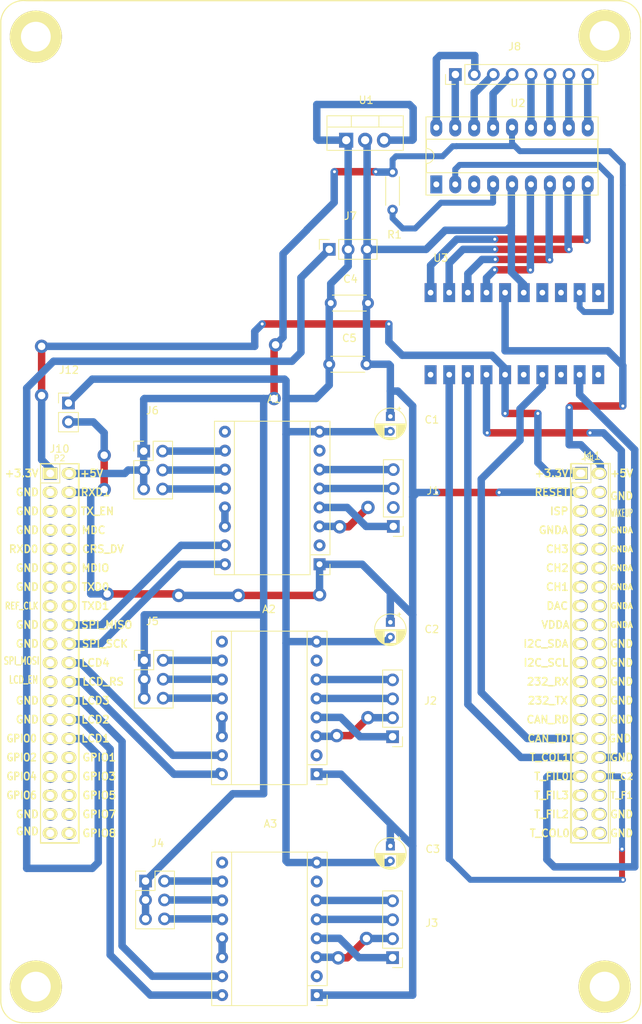
<source format=kicad_pcb>
(kicad_pcb (version 20171130) (host pcbnew 5.1.6-c6e7f7d~86~ubuntu18.04.1)

  (general
    (thickness 1.6)
    (drawings 19)
    (tracks 419)
    (zones 0)
    (modules 25)
    (nets 135)
  )

  (page A4)
  (title_block
    (title "Diseño de Circuitos Impresos")
    (date 2020-05-30)
    (company FIUBA-CESE)
    (comment 1 "Alumna:Lorena B. Zacharewicz")
    (comment 2 "Revisor: Ignacio Majul")
    (comment 3 Licencia)
  )

  (layers
    (0 F.Cu signal hide)
    (31 B.Cu signal hide)
    (32 B.Adhes user hide)
    (33 F.Adhes user)
    (34 B.Paste user)
    (35 F.Paste user)
    (36 B.SilkS user)
    (37 F.SilkS user)
    (38 B.Mask user hide)
    (39 F.Mask user)
    (40 Dwgs.User user)
    (41 Cmts.User user)
    (42 Eco1.User user)
    (43 Eco2.User user)
    (44 Edge.Cuts user)
    (45 Margin user)
    (46 B.CrtYd user)
    (47 F.CrtYd user)
    (48 B.Fab user)
    (49 F.Fab user hide)
  )

  (setup
    (last_trace_width 1)
    (user_trace_width 0.8)
    (user_trace_width 1)
    (trace_clearance 0.2)
    (zone_clearance 0.508)
    (zone_45_only no)
    (trace_min 0.2)
    (via_size 0.8)
    (via_drill 0.4)
    (via_min_size 0.4)
    (via_min_drill 0.3)
    (user_via 1.6 0.6)
    (user_via 1.8 1)
    (uvia_size 0.3)
    (uvia_drill 0.1)
    (uvias_allowed no)
    (uvia_min_size 0.2)
    (uvia_min_drill 0.1)
    (edge_width 0.05)
    (segment_width 0.2)
    (pcb_text_width 0.3)
    (pcb_text_size 1.5 1.5)
    (mod_edge_width 0.12)
    (mod_text_size 1 1)
    (mod_text_width 0.15)
    (pad_size 1.524 1.524)
    (pad_drill 0.762)
    (pad_to_mask_clearance 0.05)
    (aux_axis_origin 0 0)
    (visible_elements FFFFFF7F)
    (pcbplotparams
      (layerselection 0x010fc_ffffffff)
      (usegerberextensions false)
      (usegerberattributes true)
      (usegerberadvancedattributes true)
      (creategerberjobfile true)
      (excludeedgelayer true)
      (linewidth 0.100000)
      (plotframeref false)
      (viasonmask false)
      (mode 1)
      (useauxorigin false)
      (hpglpennumber 1)
      (hpglpenspeed 20)
      (hpglpendiameter 15.000000)
      (psnegative false)
      (psa4output false)
      (plotreference true)
      (plotvalue true)
      (plotinvisibletext false)
      (padsonsilk false)
      (subtractmaskfromsilk false)
      (outputformat 1)
      (mirror false)
      (drillshape 1)
      (scaleselection 1)
      (outputdirectory ""))
  )

  (net 0 "")
  (net 1 "Net-(A1-Pad2)")
  (net 2 "Net-(A1-Pad3)")
  (net 3 "Net-(A1-Pad4)")
  (net 4 "Net-(A1-Pad5)")
  (net 5 "Net-(A1-Pad6)")
  (net 6 "Net-(A1-Pad7)")
  (net 7 +12V)
  (net 8 "Net-(A1-Pad9)")
  (net 9 "Net-(A1-Pad10)")
  (net 10 "Net-(A1-Pad11)")
  (net 11 "Net-(A1-Pad12)")
  (net 12 "Net-(A1-Pad13)")
  (net 13 "Net-(A1-Pad15)")
  (net 14 "Net-(A1-Pad16)")
  (net 15 GND)
  (net 16 "Net-(A2-Pad9)")
  (net 17 "Net-(A2-Pad2)")
  (net 18 "Net-(A2-Pad10)")
  (net 19 "Net-(A2-Pad3)")
  (net 20 "Net-(A2-Pad11)")
  (net 21 "Net-(A2-Pad4)")
  (net 22 "Net-(A2-Pad12)")
  (net 23 "Net-(A2-Pad5)")
  (net 24 "Net-(A2-Pad13)")
  (net 25 "Net-(A2-Pad6)")
  (net 26 "Net-(A2-Pad7)")
  (net 27 "Net-(A2-Pad15)")
  (net 28 "Net-(A2-Pad16)")
  (net 29 "Net-(A3-Pad16)")
  (net 30 "Net-(A3-Pad15)")
  (net 31 "Net-(A3-Pad7)")
  (net 32 "Net-(A3-Pad13)")
  (net 33 "Net-(A3-Pad6)")
  (net 34 "Net-(A3-Pad5)")
  (net 35 "Net-(A3-Pad12)")
  (net 36 "Net-(A3-Pad4)")
  (net 37 "Net-(A3-Pad11)")
  (net 38 "Net-(A3-Pad3)")
  (net 39 "Net-(A3-Pad10)")
  (net 40 "Net-(A3-Pad2)")
  (net 41 "Net-(A3-Pad9)")
  (net 42 +5V)
  (net 43 "Net-(J10-Pad30)")
  (net 44 tec17)
  (net 45 tec16)
  (net 46 "Net-(J8-Pad5)")
  (net 47 "Net-(J8-Pad7)")
  (net 48 tec18)
  (net 49 tec15)
  (net 50 "Net-(J8-Pad6)")
  (net 51 "Net-(J8-Pad8)")
  (net 52 "Net-(J10-Pad40)")
  (net 53 "Net-(J10-Pad39)")
  (net 54 "Net-(J10-Pad38)")
  (net 55 "Net-(J10-Pad37)")
  (net 56 "Net-(J10-Pad36)")
  (net 57 "Net-(J10-Pad35)")
  (net 58 "Net-(J10-Pad34)")
  (net 59 "Net-(J10-Pad33)")
  (net 60 "Net-(J10-Pad32)")
  (net 61 "Net-(J10-Pad31)")
  (net 62 "Net-(J10-Pad29)")
  (net 63 "Net-(J10-Pad27)")
  (net 64 "Net-(J10-Pad25)")
  (net 65 "Net-(J10-Pad23)")
  (net 66 "Net-(J10-Pad21)")
  (net 67 "Net-(J10-Pad19)")
  (net 68 "Net-(J10-Pad17)")
  (net 69 "Net-(J10-Pad16)")
  (net 70 "Net-(J10-Pad15)")
  (net 71 "Net-(J10-Pad14)")
  (net 72 "Net-(J10-Pad13)")
  (net 73 "Net-(J10-Pad12)")
  (net 74 "Net-(J10-Pad11)")
  (net 75 "Net-(J10-Pad10)")
  (net 76 "Net-(J10-Pad9)")
  (net 77 "Net-(J10-Pad8)")
  (net 78 "Net-(J10-Pad7)")
  (net 79 "Net-(J10-Pad6)")
  (net 80 "Net-(J10-Pad5)")
  (net 81 "Net-(J10-Pad3)")
  (net 82 +3V3)
  (net 83 "Net-(J11-Pad4)")
  (net 84 "Net-(J11-Pad5)")
  (net 85 "Net-(J11-Pad6)")
  (net 86 "Net-(J11-Pad7)")
  (net 87 "Net-(J11-Pad8)")
  (net 88 "Net-(J11-Pad9)")
  (net 89 "Net-(J11-Pad10)")
  (net 90 "Net-(J11-Pad11)")
  (net 91 "Net-(J11-Pad12)")
  (net 92 "Net-(J11-Pad13)")
  (net 93 "Net-(J11-Pad14)")
  (net 94 "Net-(J11-Pad15)")
  (net 95 "Net-(J11-Pad16)")
  (net 96 "Net-(J11-Pad17)")
  (net 97 "Net-(J11-Pad18)")
  (net 98 "Net-(J11-Pad19)")
  (net 99 "Net-(J11-Pad20)")
  (net 100 "Net-(J11-Pad21)")
  (net 101 "Net-(J11-Pad22)")
  (net 102 "Net-(J11-Pad23)")
  (net 103 "Net-(J11-Pad24)")
  (net 104 "Net-(J11-Pad25)")
  (net 105 "Net-(J11-Pad26)")
  (net 106 "Net-(J11-Pad27)")
  (net 107 "Net-(J11-Pad28)")
  (net 108 "Net-(J11-Pad29)")
  (net 109 "Net-(J11-Pad30)")
  (net 110 "Net-(J11-Pad31)")
  (net 111 gpio1-A4)
  (net 112 "Net-(J11-Pad33)")
  (net 113 gpio3-A2)
  (net 114 "Net-(J11-Pad35)")
  (net 115 "Net-(J11-Pad36)")
  (net 116 "Net-(J11-Pad37)")
  (net 117 "Net-(J11-Pad38)")
  (net 118 "Net-(J11-Pad39)")
  (net 119 "Net-(J11-Pad40)")
  (net 120 "Net-(R1-Pad1)")
  (net 121 "Net-(U2-Pad1)")
  (net 122 reg12)
  (net 123 "Net-(U2-Pad3)")
  (net 124 reg17)
  (net 125 reg18)
  (net 126 reg19)
  (net 127 reg20)
  (net 128 "Net-(U3-Pad1)")
  (net 129 "Net-(U3-Pad6)")
  (net 130 "Net-(U3-Pad8)")
  (net 131 "Net-(U3-Pad10)")
  (net 132 "Net-(U3-Pad11)")
  (net 133 "Net-(U3-Pad13)")
  (net 134 "Net-(U3-Pad14)")

  (net_class Default "This is the default net class."
    (clearance 0.2)
    (trace_width 0.25)
    (via_dia 0.8)
    (via_drill 0.4)
    (uvia_dia 0.3)
    (uvia_drill 0.1)
    (add_net +12V)
    (add_net +3V3)
    (add_net +5V)
    (add_net GND)
    (add_net "Net-(A1-Pad10)")
    (add_net "Net-(A1-Pad11)")
    (add_net "Net-(A1-Pad12)")
    (add_net "Net-(A1-Pad13)")
    (add_net "Net-(A1-Pad15)")
    (add_net "Net-(A1-Pad16)")
    (add_net "Net-(A1-Pad2)")
    (add_net "Net-(A1-Pad3)")
    (add_net "Net-(A1-Pad4)")
    (add_net "Net-(A1-Pad5)")
    (add_net "Net-(A1-Pad6)")
    (add_net "Net-(A1-Pad7)")
    (add_net "Net-(A1-Pad9)")
    (add_net "Net-(A2-Pad10)")
    (add_net "Net-(A2-Pad11)")
    (add_net "Net-(A2-Pad12)")
    (add_net "Net-(A2-Pad13)")
    (add_net "Net-(A2-Pad15)")
    (add_net "Net-(A2-Pad16)")
    (add_net "Net-(A2-Pad2)")
    (add_net "Net-(A2-Pad3)")
    (add_net "Net-(A2-Pad4)")
    (add_net "Net-(A2-Pad5)")
    (add_net "Net-(A2-Pad6)")
    (add_net "Net-(A2-Pad7)")
    (add_net "Net-(A2-Pad9)")
    (add_net "Net-(A3-Pad10)")
    (add_net "Net-(A3-Pad11)")
    (add_net "Net-(A3-Pad12)")
    (add_net "Net-(A3-Pad13)")
    (add_net "Net-(A3-Pad15)")
    (add_net "Net-(A3-Pad16)")
    (add_net "Net-(A3-Pad2)")
    (add_net "Net-(A3-Pad3)")
    (add_net "Net-(A3-Pad4)")
    (add_net "Net-(A3-Pad5)")
    (add_net "Net-(A3-Pad6)")
    (add_net "Net-(A3-Pad7)")
    (add_net "Net-(A3-Pad9)")
    (add_net "Net-(J10-Pad10)")
    (add_net "Net-(J10-Pad11)")
    (add_net "Net-(J10-Pad12)")
    (add_net "Net-(J10-Pad13)")
    (add_net "Net-(J10-Pad14)")
    (add_net "Net-(J10-Pad15)")
    (add_net "Net-(J10-Pad16)")
    (add_net "Net-(J10-Pad17)")
    (add_net "Net-(J10-Pad19)")
    (add_net "Net-(J10-Pad21)")
    (add_net "Net-(J10-Pad23)")
    (add_net "Net-(J10-Pad25)")
    (add_net "Net-(J10-Pad27)")
    (add_net "Net-(J10-Pad29)")
    (add_net "Net-(J10-Pad3)")
    (add_net "Net-(J10-Pad30)")
    (add_net "Net-(J10-Pad31)")
    (add_net "Net-(J10-Pad32)")
    (add_net "Net-(J10-Pad33)")
    (add_net "Net-(J10-Pad34)")
    (add_net "Net-(J10-Pad35)")
    (add_net "Net-(J10-Pad36)")
    (add_net "Net-(J10-Pad37)")
    (add_net "Net-(J10-Pad38)")
    (add_net "Net-(J10-Pad39)")
    (add_net "Net-(J10-Pad40)")
    (add_net "Net-(J10-Pad5)")
    (add_net "Net-(J10-Pad6)")
    (add_net "Net-(J10-Pad7)")
    (add_net "Net-(J10-Pad8)")
    (add_net "Net-(J10-Pad9)")
    (add_net "Net-(J11-Pad10)")
    (add_net "Net-(J11-Pad11)")
    (add_net "Net-(J11-Pad12)")
    (add_net "Net-(J11-Pad13)")
    (add_net "Net-(J11-Pad14)")
    (add_net "Net-(J11-Pad15)")
    (add_net "Net-(J11-Pad16)")
    (add_net "Net-(J11-Pad17)")
    (add_net "Net-(J11-Pad18)")
    (add_net "Net-(J11-Pad19)")
    (add_net "Net-(J11-Pad20)")
    (add_net "Net-(J11-Pad21)")
    (add_net "Net-(J11-Pad22)")
    (add_net "Net-(J11-Pad23)")
    (add_net "Net-(J11-Pad24)")
    (add_net "Net-(J11-Pad25)")
    (add_net "Net-(J11-Pad26)")
    (add_net "Net-(J11-Pad27)")
    (add_net "Net-(J11-Pad28)")
    (add_net "Net-(J11-Pad29)")
    (add_net "Net-(J11-Pad30)")
    (add_net "Net-(J11-Pad31)")
    (add_net "Net-(J11-Pad33)")
    (add_net "Net-(J11-Pad35)")
    (add_net "Net-(J11-Pad36)")
    (add_net "Net-(J11-Pad37)")
    (add_net "Net-(J11-Pad38)")
    (add_net "Net-(J11-Pad39)")
    (add_net "Net-(J11-Pad4)")
    (add_net "Net-(J11-Pad40)")
    (add_net "Net-(J11-Pad5)")
    (add_net "Net-(J11-Pad6)")
    (add_net "Net-(J11-Pad7)")
    (add_net "Net-(J11-Pad8)")
    (add_net "Net-(J11-Pad9)")
    (add_net "Net-(J8-Pad5)")
    (add_net "Net-(J8-Pad6)")
    (add_net "Net-(J8-Pad7)")
    (add_net "Net-(J8-Pad8)")
    (add_net "Net-(R1-Pad1)")
    (add_net "Net-(U2-Pad1)")
    (add_net "Net-(U2-Pad3)")
    (add_net "Net-(U3-Pad1)")
    (add_net "Net-(U3-Pad10)")
    (add_net "Net-(U3-Pad11)")
    (add_net "Net-(U3-Pad13)")
    (add_net "Net-(U3-Pad14)")
    (add_net "Net-(U3-Pad6)")
    (add_net "Net-(U3-Pad8)")
    (add_net gpio1-A4)
    (add_net gpio3-A2)
    (add_net reg12)
    (add_net reg17)
    (add_net reg18)
    (add_net reg19)
    (add_net reg20)
    (add_net tec15)
    (add_net tec16)
    (add_net tec17)
    (add_net tec18)
  )

  (module Capacitor_THT:CP_Radial_D4.0mm_P2.00mm (layer F.Cu) (tedit 5AE50EF0) (tstamp 5EDAECA6)
    (at 93 139 270)
    (descr "CP, Radial series, Radial, pin pitch=2.00mm, , diameter=4mm, Electrolytic Capacitor")
    (tags "CP Radial series Radial pin pitch 2.00mm  diameter 4mm Electrolytic Capacitor")
    (path /5EE0913D)
    (fp_text reference C3 (at 0.41552 -5.69932 180) (layer F.SilkS)
      (effects (font (size 1 1) (thickness 0.15)))
    )
    (fp_text value "100 uf" (at 1 3.25 90) (layer F.Fab)
      (effects (font (size 1 1) (thickness 0.15)))
    )
    (fp_circle (center 1 0) (end 3 0) (layer F.Fab) (width 0.1))
    (fp_circle (center 1 0) (end 3.12 0) (layer F.SilkS) (width 0.12))
    (fp_circle (center 1 0) (end 3.25 0) (layer F.CrtYd) (width 0.05))
    (fp_line (start -0.702554 -0.8675) (end -0.302554 -0.8675) (layer F.Fab) (width 0.1))
    (fp_line (start -0.502554 -1.0675) (end -0.502554 -0.6675) (layer F.Fab) (width 0.1))
    (fp_line (start 1 -2.08) (end 1 2.08) (layer F.SilkS) (width 0.12))
    (fp_line (start 1.04 -2.08) (end 1.04 2.08) (layer F.SilkS) (width 0.12))
    (fp_line (start 1.08 -2.079) (end 1.08 2.079) (layer F.SilkS) (width 0.12))
    (fp_line (start 1.12 -2.077) (end 1.12 2.077) (layer F.SilkS) (width 0.12))
    (fp_line (start 1.16 -2.074) (end 1.16 2.074) (layer F.SilkS) (width 0.12))
    (fp_line (start 1.2 -2.071) (end 1.2 -0.84) (layer F.SilkS) (width 0.12))
    (fp_line (start 1.2 0.84) (end 1.2 2.071) (layer F.SilkS) (width 0.12))
    (fp_line (start 1.24 -2.067) (end 1.24 -0.84) (layer F.SilkS) (width 0.12))
    (fp_line (start 1.24 0.84) (end 1.24 2.067) (layer F.SilkS) (width 0.12))
    (fp_line (start 1.28 -2.062) (end 1.28 -0.84) (layer F.SilkS) (width 0.12))
    (fp_line (start 1.28 0.84) (end 1.28 2.062) (layer F.SilkS) (width 0.12))
    (fp_line (start 1.32 -2.056) (end 1.32 -0.84) (layer F.SilkS) (width 0.12))
    (fp_line (start 1.32 0.84) (end 1.32 2.056) (layer F.SilkS) (width 0.12))
    (fp_line (start 1.36 -2.05) (end 1.36 -0.84) (layer F.SilkS) (width 0.12))
    (fp_line (start 1.36 0.84) (end 1.36 2.05) (layer F.SilkS) (width 0.12))
    (fp_line (start 1.4 -2.042) (end 1.4 -0.84) (layer F.SilkS) (width 0.12))
    (fp_line (start 1.4 0.84) (end 1.4 2.042) (layer F.SilkS) (width 0.12))
    (fp_line (start 1.44 -2.034) (end 1.44 -0.84) (layer F.SilkS) (width 0.12))
    (fp_line (start 1.44 0.84) (end 1.44 2.034) (layer F.SilkS) (width 0.12))
    (fp_line (start 1.48 -2.025) (end 1.48 -0.84) (layer F.SilkS) (width 0.12))
    (fp_line (start 1.48 0.84) (end 1.48 2.025) (layer F.SilkS) (width 0.12))
    (fp_line (start 1.52 -2.016) (end 1.52 -0.84) (layer F.SilkS) (width 0.12))
    (fp_line (start 1.52 0.84) (end 1.52 2.016) (layer F.SilkS) (width 0.12))
    (fp_line (start 1.56 -2.005) (end 1.56 -0.84) (layer F.SilkS) (width 0.12))
    (fp_line (start 1.56 0.84) (end 1.56 2.005) (layer F.SilkS) (width 0.12))
    (fp_line (start 1.6 -1.994) (end 1.6 -0.84) (layer F.SilkS) (width 0.12))
    (fp_line (start 1.6 0.84) (end 1.6 1.994) (layer F.SilkS) (width 0.12))
    (fp_line (start 1.64 -1.982) (end 1.64 -0.84) (layer F.SilkS) (width 0.12))
    (fp_line (start 1.64 0.84) (end 1.64 1.982) (layer F.SilkS) (width 0.12))
    (fp_line (start 1.68 -1.968) (end 1.68 -0.84) (layer F.SilkS) (width 0.12))
    (fp_line (start 1.68 0.84) (end 1.68 1.968) (layer F.SilkS) (width 0.12))
    (fp_line (start 1.721 -1.954) (end 1.721 -0.84) (layer F.SilkS) (width 0.12))
    (fp_line (start 1.721 0.84) (end 1.721 1.954) (layer F.SilkS) (width 0.12))
    (fp_line (start 1.761 -1.94) (end 1.761 -0.84) (layer F.SilkS) (width 0.12))
    (fp_line (start 1.761 0.84) (end 1.761 1.94) (layer F.SilkS) (width 0.12))
    (fp_line (start 1.801 -1.924) (end 1.801 -0.84) (layer F.SilkS) (width 0.12))
    (fp_line (start 1.801 0.84) (end 1.801 1.924) (layer F.SilkS) (width 0.12))
    (fp_line (start 1.841 -1.907) (end 1.841 -0.84) (layer F.SilkS) (width 0.12))
    (fp_line (start 1.841 0.84) (end 1.841 1.907) (layer F.SilkS) (width 0.12))
    (fp_line (start 1.881 -1.889) (end 1.881 -0.84) (layer F.SilkS) (width 0.12))
    (fp_line (start 1.881 0.84) (end 1.881 1.889) (layer F.SilkS) (width 0.12))
    (fp_line (start 1.921 -1.87) (end 1.921 -0.84) (layer F.SilkS) (width 0.12))
    (fp_line (start 1.921 0.84) (end 1.921 1.87) (layer F.SilkS) (width 0.12))
    (fp_line (start 1.961 -1.851) (end 1.961 -0.84) (layer F.SilkS) (width 0.12))
    (fp_line (start 1.961 0.84) (end 1.961 1.851) (layer F.SilkS) (width 0.12))
    (fp_line (start 2.001 -1.83) (end 2.001 -0.84) (layer F.SilkS) (width 0.12))
    (fp_line (start 2.001 0.84) (end 2.001 1.83) (layer F.SilkS) (width 0.12))
    (fp_line (start 2.041 -1.808) (end 2.041 -0.84) (layer F.SilkS) (width 0.12))
    (fp_line (start 2.041 0.84) (end 2.041 1.808) (layer F.SilkS) (width 0.12))
    (fp_line (start 2.081 -1.785) (end 2.081 -0.84) (layer F.SilkS) (width 0.12))
    (fp_line (start 2.081 0.84) (end 2.081 1.785) (layer F.SilkS) (width 0.12))
    (fp_line (start 2.121 -1.76) (end 2.121 -0.84) (layer F.SilkS) (width 0.12))
    (fp_line (start 2.121 0.84) (end 2.121 1.76) (layer F.SilkS) (width 0.12))
    (fp_line (start 2.161 -1.735) (end 2.161 -0.84) (layer F.SilkS) (width 0.12))
    (fp_line (start 2.161 0.84) (end 2.161 1.735) (layer F.SilkS) (width 0.12))
    (fp_line (start 2.201 -1.708) (end 2.201 -0.84) (layer F.SilkS) (width 0.12))
    (fp_line (start 2.201 0.84) (end 2.201 1.708) (layer F.SilkS) (width 0.12))
    (fp_line (start 2.241 -1.68) (end 2.241 -0.84) (layer F.SilkS) (width 0.12))
    (fp_line (start 2.241 0.84) (end 2.241 1.68) (layer F.SilkS) (width 0.12))
    (fp_line (start 2.281 -1.65) (end 2.281 -0.84) (layer F.SilkS) (width 0.12))
    (fp_line (start 2.281 0.84) (end 2.281 1.65) (layer F.SilkS) (width 0.12))
    (fp_line (start 2.321 -1.619) (end 2.321 -0.84) (layer F.SilkS) (width 0.12))
    (fp_line (start 2.321 0.84) (end 2.321 1.619) (layer F.SilkS) (width 0.12))
    (fp_line (start 2.361 -1.587) (end 2.361 -0.84) (layer F.SilkS) (width 0.12))
    (fp_line (start 2.361 0.84) (end 2.361 1.587) (layer F.SilkS) (width 0.12))
    (fp_line (start 2.401 -1.552) (end 2.401 -0.84) (layer F.SilkS) (width 0.12))
    (fp_line (start 2.401 0.84) (end 2.401 1.552) (layer F.SilkS) (width 0.12))
    (fp_line (start 2.441 -1.516) (end 2.441 -0.84) (layer F.SilkS) (width 0.12))
    (fp_line (start 2.441 0.84) (end 2.441 1.516) (layer F.SilkS) (width 0.12))
    (fp_line (start 2.481 -1.478) (end 2.481 -0.84) (layer F.SilkS) (width 0.12))
    (fp_line (start 2.481 0.84) (end 2.481 1.478) (layer F.SilkS) (width 0.12))
    (fp_line (start 2.521 -1.438) (end 2.521 -0.84) (layer F.SilkS) (width 0.12))
    (fp_line (start 2.521 0.84) (end 2.521 1.438) (layer F.SilkS) (width 0.12))
    (fp_line (start 2.561 -1.396) (end 2.561 -0.84) (layer F.SilkS) (width 0.12))
    (fp_line (start 2.561 0.84) (end 2.561 1.396) (layer F.SilkS) (width 0.12))
    (fp_line (start 2.601 -1.351) (end 2.601 -0.84) (layer F.SilkS) (width 0.12))
    (fp_line (start 2.601 0.84) (end 2.601 1.351) (layer F.SilkS) (width 0.12))
    (fp_line (start 2.641 -1.304) (end 2.641 -0.84) (layer F.SilkS) (width 0.12))
    (fp_line (start 2.641 0.84) (end 2.641 1.304) (layer F.SilkS) (width 0.12))
    (fp_line (start 2.681 -1.254) (end 2.681 -0.84) (layer F.SilkS) (width 0.12))
    (fp_line (start 2.681 0.84) (end 2.681 1.254) (layer F.SilkS) (width 0.12))
    (fp_line (start 2.721 -1.2) (end 2.721 -0.84) (layer F.SilkS) (width 0.12))
    (fp_line (start 2.721 0.84) (end 2.721 1.2) (layer F.SilkS) (width 0.12))
    (fp_line (start 2.761 -1.142) (end 2.761 -0.84) (layer F.SilkS) (width 0.12))
    (fp_line (start 2.761 0.84) (end 2.761 1.142) (layer F.SilkS) (width 0.12))
    (fp_line (start 2.801 -1.08) (end 2.801 -0.84) (layer F.SilkS) (width 0.12))
    (fp_line (start 2.801 0.84) (end 2.801 1.08) (layer F.SilkS) (width 0.12))
    (fp_line (start 2.841 -1.013) (end 2.841 1.013) (layer F.SilkS) (width 0.12))
    (fp_line (start 2.881 -0.94) (end 2.881 0.94) (layer F.SilkS) (width 0.12))
    (fp_line (start 2.921 -0.859) (end 2.921 0.859) (layer F.SilkS) (width 0.12))
    (fp_line (start 2.961 -0.768) (end 2.961 0.768) (layer F.SilkS) (width 0.12))
    (fp_line (start 3.001 -0.664) (end 3.001 0.664) (layer F.SilkS) (width 0.12))
    (fp_line (start 3.041 -0.537) (end 3.041 0.537) (layer F.SilkS) (width 0.12))
    (fp_line (start 3.081 -0.37) (end 3.081 0.37) (layer F.SilkS) (width 0.12))
    (fp_line (start -1.269801 -1.195) (end -0.869801 -1.195) (layer F.SilkS) (width 0.12))
    (fp_line (start -1.069801 -1.395) (end -1.069801 -0.995) (layer F.SilkS) (width 0.12))
    (fp_text user %R (at 1 0 90) (layer F.Fab)
      (effects (font (size 0.8 0.8) (thickness 0.12)))
    )
    (pad 2 thru_hole circle (at 2 0 270) (size 1.2 1.2) (drill 0.6) (layers *.Cu *.Mask)
      (net 7 +12V))
    (pad 1 thru_hole rect (at 0 0 270) (size 1.2 1.2) (drill 0.6) (layers *.Cu *.Mask)
      (net 15 GND))
    (model ${KISYS3DMOD}/Capacitor_THT.3dshapes/CP_Radial_D4.0mm_P2.00mm.wrl
      (at (xyz 0 0 0))
      (scale (xyz 1 1 1))
      (rotate (xyz 0 0 0))
    )
  )

  (module Poncho-PLC:poncho_grande (layer F.Cu) (tedit 58B8916B) (tstamp 5EDC396D)
    (at 118.45036 89.027)
    (tags CONN)
    (fp_text reference XA1 (at -0.762 -2.032) (layer F.SilkS) hide
      (effects (font (size 0.8 0.8) (thickness 0.12)))
    )
    (fp_text value Conn_Poncho2P_2x_20x2 (at 1.27 50.8) (layer F.SilkS) hide
      (effects (font (size 1.016 1.016) (thickness 0.2032)))
    )
    (fp_line (start 3.81 -1.27) (end -1.27 -1.27) (layer F.SilkS) (width 0.15))
    (fp_line (start 3.81 49.53) (end -1.27 49.53) (layer F.SilkS) (width 0.15))
    (fp_line (start 3.81 49.53) (end 3.81 -1.27) (layer F.SilkS) (width 0.15))
    (fp_line (start -1.27 49.53) (end -1.27 -1.27) (layer F.SilkS) (width 0.15))
    (fp_line (start -72.39 49.53) (end -72.39 0) (layer F.SilkS) (width 0.15))
    (fp_line (start -67.31 49.53) (end -72.39 49.53) (layer F.SilkS) (width 0.15))
    (fp_line (start -67.31 -1.27) (end -67.31 49.53) (layer F.SilkS) (width 0.15))
    (fp_line (start -72.39 -1.27) (end -67.31 -1.27) (layer F.SilkS) (width 0.15))
    (fp_line (start -72.39 0) (end -72.39 -1.27) (layer F.SilkS) (width 0.15))
    (fp_line (start 8.128 0) (end 8.128 49.53) (layer F.SilkS) (width 0.15))
    (fp_line (start 8.128 0) (end 8.128 -1.27) (layer F.SilkS) (width 0.15))
    (fp_line (start -77.724 -1.27) (end -77.724 49.53) (layer F.SilkS) (width 0.15))
    (fp_line (start 3.302 73.66) (end -73.025 73.66) (layer F.SilkS) (width 0.15))
    (fp_line (start -77.724 49.403) (end -77.724 67.056) (layer F.SilkS) (width 0.15))
    (fp_line (start 8.128 49.403) (end 8.128 66.802) (layer F.SilkS) (width 0.15))
    (fp_line (start 8.128 66.802) (end 8.128 70.485) (layer F.SilkS) (width 0.15))
    (fp_line (start 3.302 73.66) (end 5.207 73.66) (layer F.SilkS) (width 0.15))
    (fp_line (start -77.724 67.056) (end -77.724 70.104) (layer F.SilkS) (width 0.15))
    (fp_line (start -73.025 73.66) (end -74.422 73.66) (layer F.SilkS) (width 0.15))
    (fp_line (start -74.422 73.66) (end -74.93 73.66) (layer F.SilkS) (width 0.15))
    (fp_line (start -77.724 70.612) (end -77.724 70.104) (layer F.SilkS) (width 0.15))
    (fp_line (start 8.128 -55.499) (end 8.128 -58.293) (layer F.SilkS) (width 0.15))
    (fp_line (start 8.128 -48.26) (end 8.128 -55.499) (layer F.SilkS) (width 0.15))
    (fp_line (start 8.128 -27.432) (end 8.128 -48.26) (layer F.SilkS) (width 0.15))
    (fp_line (start 8.128 -10.16) (end 8.128 -27.432) (layer F.SilkS) (width 0.15))
    (fp_line (start 8.128 -1.27) (end 8.128 -10.16) (layer F.SilkS) (width 0.15))
    (fp_line (start -77.724 -1.27) (end -77.724 -56.769) (layer F.SilkS) (width 0.15))
    (fp_line (start -8.636 -63.373) (end -72.136 -63.373) (layer F.SilkS) (width 0.15))
    (fp_line (start 0 -63.373) (end -8.636 -63.373) (layer F.SilkS) (width 0.15))
    (fp_line (start 8.128 -58.293) (end 8.128 -60.579) (layer F.SilkS) (width 0.15))
    (fp_line (start 0 -63.373) (end 3.937 -63.373) (layer F.SilkS) (width 0.15))
    (fp_line (start 3.937 -63.373) (end 4.826 -63.373) (layer F.SilkS) (width 0.15))
    (fp_line (start 8.128 -60.706) (end 8.128 -60.452) (layer F.SilkS) (width 0.15))
    (fp_line (start 8.128 -60.579) (end 8.128 -60.706) (layer F.SilkS) (width 0.15))
    (fp_line (start 5.461 -63.373) (end 4.826 -63.373) (layer F.SilkS) (width 0.15))
    (fp_line (start -72.263 -63.373) (end -74.295 -63.373) (layer F.SilkS) (width 0.15))
    (fp_line (start -77.724 -60.706) (end -77.724 -56.769) (layer F.SilkS) (width 0.15))
    (fp_text user +3.3V (at -3.81 0) (layer F.SilkS)
      (effects (font (size 1 1) (thickness 0.2)))
    )
    (fp_text user P1 (at 1.27 -2.032) (layer F.SilkS)
      (effects (font (size 0.8 0.8) (thickness 0.12)))
    )
    (fp_text user P2 (at -69.85 -2.032) (layer F.SilkS)
      (effects (font (size 0.8 0.8) (thickness 0.12)))
    )
    (fp_text user RESET (at -3.81 2.54) (layer F.SilkS)
      (effects (font (size 1 1) (thickness 0.2)))
    )
    (fp_text user ISP (at -2.794 5.08) (layer F.SilkS)
      (effects (font (size 1 1) (thickness 0.2)))
    )
    (fp_text user GNDA (at -3.556 7.62) (layer F.SilkS)
      (effects (font (size 1 1) (thickness 0.2)))
    )
    (fp_text user CH3 (at -3.048 10.16) (layer F.SilkS)
      (effects (font (size 1 1) (thickness 0.2)))
    )
    (fp_text user CH2 (at -3.048 12.7) (layer F.SilkS)
      (effects (font (size 1 1) (thickness 0.2)))
    )
    (fp_text user CH1 (at -3.048 15.24) (layer F.SilkS)
      (effects (font (size 1 1) (thickness 0.2)))
    )
    (fp_text user DAC (at -3.048 17.78) (layer F.SilkS)
      (effects (font (size 1 1) (thickness 0.2)))
    )
    (fp_text user VDDA (at -3.302 20.32) (layer F.SilkS)
      (effects (font (size 1 1) (thickness 0.2)))
    )
    (fp_text user I2C_SDA (at -4.572 22.86) (layer F.SilkS)
      (effects (font (size 1 1) (thickness 0.2)))
    )
    (fp_text user I2C_SCL (at -4.572 25.4) (layer F.SilkS)
      (effects (font (size 1 1) (thickness 0.2)))
    )
    (fp_text user 232_RX (at -4.318 27.94) (layer F.SilkS)
      (effects (font (size 1 1) (thickness 0.2)))
    )
    (fp_text user 232_TX (at -4.318 30.48) (layer F.SilkS)
      (effects (font (size 1 1) (thickness 0.2)))
    )
    (fp_text user CAN_RD (at -4.318 33.02) (layer F.SilkS)
      (effects (font (size 1 1) (thickness 0.2)))
    )
    (fp_text user CAN_TD (at -4.318 35.56) (layer F.SilkS)
      (effects (font (size 1 1) (thickness 0.2)))
    )
    (fp_text user T_COL1 (at -4.064 38.1) (layer F.SilkS)
      (effects (font (size 1 1) (thickness 0.2)))
    )
    (fp_text user T_FIL0 (at -3.81 40.64) (layer F.SilkS)
      (effects (font (size 1 1) (thickness 0.2)))
    )
    (fp_text user T_FIL3 (at -3.81 43.18) (layer F.SilkS)
      (effects (font (size 1 1) (thickness 0.2)))
    )
    (fp_text user T_FIL2 (at -3.81 45.72) (layer F.SilkS)
      (effects (font (size 1 1) (thickness 0.2)))
    )
    (fp_text user T_COL0 (at -4.064 48.26) (layer F.SilkS)
      (effects (font (size 1 1) (thickness 0.2)))
    )
    (fp_text user +5V (at 5.588 0) (layer F.SilkS)
      (effects (font (size 1 1) (thickness 0.2)))
    )
    (fp_text user GND (at 5.588 3.048) (layer F.SilkS)
      (effects (font (size 1 1) (thickness 0.2)))
    )
    (fp_text user WAKEUP (at 5.588 5.334) (layer F.SilkS)
      (effects (font (size 1 0.5) (thickness 0.125)))
    )
    (fp_text user GNDA (at 5.588 7.62) (layer F.SilkS)
      (effects (font (size 0.76 0.76) (thickness 0.19)))
    )
    (fp_text user GNDA (at 5.588 10.16) (layer F.SilkS)
      (effects (font (size 0.76 0.76) (thickness 0.19)))
    )
    (fp_text user GNDA (at 5.588 12.7) (layer F.SilkS)
      (effects (font (size 0.76 0.76) (thickness 0.19)))
    )
    (fp_text user GNDA (at 5.588 15.24) (layer F.SilkS)
      (effects (font (size 0.76 0.76) (thickness 0.19)))
    )
    (fp_text user GNDA (at 5.588 17.78) (layer F.SilkS)
      (effects (font (size 0.76 0.76) (thickness 0.19)))
    )
    (fp_text user GNDA (at 5.588 20.32) (layer F.SilkS)
      (effects (font (size 0.76 0.76) (thickness 0.19)))
    )
    (fp_text user GND (at 5.588 22.86) (layer F.SilkS)
      (effects (font (size 1 1) (thickness 0.2)))
    )
    (fp_text user GND (at 5.588 25.4) (layer F.SilkS)
      (effects (font (size 1 1) (thickness 0.2)))
    )
    (fp_text user GND (at 5.588 27.94) (layer F.SilkS)
      (effects (font (size 1 1) (thickness 0.2)))
    )
    (fp_text user GND (at 5.588 30.48) (layer F.SilkS)
      (effects (font (size 1 1) (thickness 0.2)))
    )
    (fp_text user GND (at 5.588 33.02) (layer F.SilkS)
      (effects (font (size 1 1) (thickness 0.2)))
    )
    (fp_text user GND (at 5.334 35.56) (layer F.SilkS)
      (effects (font (size 1 1) (thickness 0.2)))
    )
    (fp_text user GND (at 5.588 38.1) (layer F.SilkS)
      (effects (font (size 1 1) (thickness 0.2)))
    )
    (fp_text user T_C2 (at 5.588 40.64) (layer F.SilkS)
      (effects (font (size 0.9 0.9) (thickness 0.18)))
    )
    (fp_text user T_F1 (at 5.588 43.18) (layer F.SilkS)
      (effects (font (size 0.9 0.9) (thickness 0.18)))
    )
    (fp_text user GND (at 5.588 45.72) (layer F.SilkS)
      (effects (font (size 1 1) (thickness 0.2)))
    )
    (fp_text user GND (at 5.588 48.26) (layer F.SilkS)
      (effects (font (size 1 1) (thickness 0.2)))
    )
    (fp_text user +3.3V (at -74.93 0) (layer F.SilkS)
      (effects (font (size 1 1) (thickness 0.2)))
    )
    (fp_text user GND (at -74.168 2.54) (layer F.SilkS)
      (effects (font (size 1 1) (thickness 0.2)))
    )
    (fp_text user GND (at -74.168 5.08) (layer F.SilkS)
      (effects (font (size 1 1) (thickness 0.2)))
    )
    (fp_text user RXD0 (at -74.676 10.16) (layer F.SilkS)
      (effects (font (size 1 1) (thickness 0.2)))
    )
    (fp_text user GND (at -74.168 7.62) (layer F.SilkS)
      (effects (font (size 1 1) (thickness 0.2)))
    )
    (fp_text user GND (at -74.168 12.7) (layer F.SilkS)
      (effects (font (size 1 1) (thickness 0.2)))
    )
    (fp_text user GND (at -74.168 15.24) (layer F.SilkS)
      (effects (font (size 1 1) (thickness 0.2)))
    )
    (fp_text user REF_CLK (at -74.93 17.78) (layer F.SilkS)
      (effects (font (size 0.9 0.7) (thickness 0.175)))
    )
    (fp_text user GND (at -74.168 20.32) (layer F.SilkS)
      (effects (font (size 1 1) (thickness 0.2)))
    )
    (fp_text user GND (at -74.168 22.86) (layer F.SilkS)
      (effects (font (size 1 1) (thickness 0.2)))
    )
    (fp_text user SPI_MOSI (at -74.93 25.146) (layer F.SilkS)
      (effects (font (size 1 0.7) (thickness 0.17)))
    )
    (fp_text user LCD_EN (at -74.676 27.686) (layer F.SilkS)
      (effects (font (size 1 0.7) (thickness 0.17)))
    )
    (fp_text user GND (at -74.168 30.48) (layer F.SilkS)
      (effects (font (size 1 1) (thickness 0.2)))
    )
    (fp_text user GND (at -74.168 33.02) (layer F.SilkS)
      (effects (font (size 1 1) (thickness 0.2)))
    )
    (fp_text user GPIO0 (at -74.93 35.56) (layer F.SilkS)
      (effects (font (size 1 0.9) (thickness 0.2)))
    )
    (fp_text user GPIO2 (at -74.93 38.1) (layer F.SilkS)
      (effects (font (size 1 0.9) (thickness 0.2)))
    )
    (fp_text user GPIO4 (at -74.93 40.64) (layer F.SilkS)
      (effects (font (size 1 0.9) (thickness 0.2)))
    )
    (fp_text user GPIO6 (at -74.93 43.18) (layer F.SilkS)
      (effects (font (size 1 0.9) (thickness 0.2)))
    )
    (fp_text user GND (at -74.168 45.72) (layer F.SilkS)
      (effects (font (size 1 1) (thickness 0.2)))
    )
    (fp_text user GND (at -74.168 48.006) (layer F.SilkS)
      (effects (font (size 1 1) (thickness 0.2)))
    )
    (fp_text user +5V (at -65.532 0) (layer F.SilkS)
      (effects (font (size 1 1) (thickness 0.2)))
    )
    (fp_text user RXD1 (at -65.024 2.54) (layer F.SilkS)
      (effects (font (size 1 1) (thickness 0.2)))
    )
    (fp_text user TX_EN (at -64.77 5.08) (layer F.SilkS)
      (effects (font (size 1 1) (thickness 0.2)))
    )
    (fp_text user MDC (at -65.278 7.62) (layer F.SilkS)
      (effects (font (size 1 1) (thickness 0.2)))
    )
    (fp_text user CRS_DV (at -64.008 10.16) (layer F.SilkS)
      (effects (font (size 1 1) (thickness 0.2)))
    )
    (fp_text user MDIO (at -65.024 12.7) (layer F.SilkS)
      (effects (font (size 1 1) (thickness 0.2)))
    )
    (fp_text user TXD0 (at -65.024 15.24) (layer F.SilkS)
      (effects (font (size 1 1) (thickness 0.2)))
    )
    (fp_text user TXD1 (at -65.024 17.78) (layer F.SilkS)
      (effects (font (size 1 1) (thickness 0.2)))
    )
    (fp_text user SPI_MISO (at -63.5 20.32) (layer F.SilkS)
      (effects (font (size 1 1) (thickness 0.2)))
    )
    (fp_text user SPI_SCK (at -63.754 22.86) (layer F.SilkS)
      (effects (font (size 1 1) (thickness 0.2)))
    )
    (fp_text user LCD4 (at -65.024 25.4) (layer F.SilkS)
      (effects (font (size 1 1) (thickness 0.2)))
    )
    (fp_text user LCD_RS (at -64.008 27.94) (layer F.SilkS)
      (effects (font (size 1 1) (thickness 0.2)))
    )
    (fp_text user LCD3 (at -65.024 30.48) (layer F.SilkS)
      (effects (font (size 1 1) (thickness 0.2)))
    )
    (fp_text user LCD2 (at -65.024 33.02) (layer F.SilkS)
      (effects (font (size 1 1) (thickness 0.2)))
    )
    (fp_text user LCD1 (at -65.024 35.56) (layer F.SilkS)
      (effects (font (size 1 1) (thickness 0.2)))
    )
    (fp_text user GPIO1 (at -64.516 38.1) (layer F.SilkS)
      (effects (font (size 1 1) (thickness 0.2)))
    )
    (fp_text user GPIO3 (at -64.516 40.64) (layer F.SilkS)
      (effects (font (size 1 1) (thickness 0.2)))
    )
    (fp_text user GPIO5 (at -64.516 43.18) (layer F.SilkS)
      (effects (font (size 1 1) (thickness 0.2)))
    )
    (fp_text user GPIO7 (at -64.516 45.72) (layer F.SilkS)
      (effects (font (size 1 1) (thickness 0.2)))
    )
    (fp_text user GPIO8 (at -64.516 48.26) (layer F.SilkS)
      (effects (font (size 1 1) (thickness 0.2)))
    )
    (fp_arc (start -74.676 -60.325) (end -77.724 -60.706) (angle 90) (layer F.SilkS) (width 0.15))
    (fp_arc (start 5.207 -60.452) (end 5.207 -63.373) (angle 90) (layer F.SilkS) (width 0.15))
    (fp_arc (start 5.08 70.612) (end 8.128 70.485) (angle 90) (layer F.SilkS) (width 0.15))
    (fp_arc (start -74.803 70.739) (end -74.93 73.66) (angle 90) (layer F.SilkS) (width 0.15))
    (pad ~ thru_hole circle (at 3.302 -58.674) (size 7 7) (drill 4) (layers *.Cu *.Mask F.SilkS))
    (pad ~ thru_hole circle (at -73.025 -58.547) (size 7 7) (drill 4) (layers *.Cu *.Mask F.SilkS))
    (pad ~ thru_hole circle (at 3.302 68.834) (size 7 7) (drill 4) (layers *.Cu *.Mask F.SilkS))
    (pad ~ thru_hole circle (at -73.025 68.834) (size 7 7) (drill 4) (layers *.Cu *.Mask F.SilkS))
    (pad 80 thru_hole oval (at -68.58 48.26 270) (size 1.524 2) (drill 1.016) (layers *.Cu *.Mask F.SilkS))
    (pad 79 thru_hole oval (at -71.12 48.26 270) (size 1.524 2) (drill 1.016) (layers *.Cu *.Mask F.SilkS))
    (pad 78 thru_hole oval (at -68.58 45.72 270) (size 1.524 2) (drill 1.016) (layers *.Cu *.Mask F.SilkS))
    (pad 77 thru_hole oval (at -71.12 45.72 270) (size 1.524 2) (drill 1.016) (layers *.Cu *.Mask F.SilkS))
    (pad 76 thru_hole oval (at -68.58 43.18 270) (size 1.524 2) (drill 1.016) (layers *.Cu *.Mask F.SilkS))
    (pad 75 thru_hole oval (at -71.12 43.18 270) (size 1.524 2) (drill 1.016) (layers *.Cu *.Mask F.SilkS))
    (pad 74 thru_hole oval (at -68.58 40.64 270) (size 1.524 2) (drill 1.016) (layers *.Cu *.Mask F.SilkS))
    (pad 73 thru_hole oval (at -71.12 40.64 270) (size 1.524 2) (drill 1.016) (layers *.Cu *.Mask F.SilkS))
    (pad 72 thru_hole oval (at -68.58 38.1 270) (size 1.524 2) (drill 1.016) (layers *.Cu *.Mask F.SilkS))
    (pad 71 thru_hole oval (at -71.12 38.1 270) (size 1.524 2) (drill 1.016) (layers *.Cu *.Mask F.SilkS))
    (pad 70 thru_hole oval (at -68.58 35.56 270) (size 1.524 2) (drill 1.016) (layers *.Cu *.Mask F.SilkS))
    (pad 69 thru_hole oval (at -71.12 35.56 270) (size 1.524 2) (drill 1.016) (layers *.Cu *.Mask F.SilkS))
    (pad 68 thru_hole oval (at -68.58 33.02 270) (size 1.524 2) (drill 1.016) (layers *.Cu *.Mask F.SilkS))
    (pad 67 thru_hole oval (at -71.12 33.02 270) (size 1.524 2) (drill 1.016) (layers *.Cu *.Mask F.SilkS))
    (pad 66 thru_hole oval (at -68.58 30.48 270) (size 1.524 2) (drill 1.016) (layers *.Cu *.Mask F.SilkS))
    (pad 65 thru_hole oval (at -71.12 30.48 270) (size 1.524 2) (drill 1.016) (layers *.Cu *.Mask F.SilkS))
    (pad 64 thru_hole oval (at -68.58 27.94 270) (size 1.524 2) (drill 1.016) (layers *.Cu *.Mask F.SilkS))
    (pad 63 thru_hole oval (at -71.12 27.94 270) (size 1.524 2) (drill 1.016) (layers *.Cu *.Mask F.SilkS))
    (pad 62 thru_hole oval (at -68.58 25.4 270) (size 1.524 2) (drill 1.016) (layers *.Cu *.Mask F.SilkS))
    (pad 61 thru_hole oval (at -71.12 25.4 270) (size 1.524 2) (drill 1.016) (layers *.Cu *.Mask F.SilkS))
    (pad 60 thru_hole oval (at -68.58 22.86 270) (size 1.524 2) (drill 1.016) (layers *.Cu *.Mask F.SilkS))
    (pad 59 thru_hole oval (at -71.12 22.86 270) (size 1.524 2) (drill 1.016) (layers *.Cu *.Mask F.SilkS))
    (pad 58 thru_hole oval (at -68.58 20.32 270) (size 1.524 2) (drill 1.016) (layers *.Cu *.Mask F.SilkS))
    (pad 57 thru_hole oval (at -71.12 20.32 270) (size 1.524 2) (drill 1.016) (layers *.Cu *.Mask F.SilkS))
    (pad 56 thru_hole oval (at -68.58 17.78 270) (size 1.524 2) (drill 1.016) (layers *.Cu *.Mask F.SilkS))
    (pad 55 thru_hole oval (at -71.12 17.78 270) (size 1.524 2) (drill 1.016) (layers *.Cu *.Mask F.SilkS))
    (pad 54 thru_hole oval (at -68.58 15.24 270) (size 1.524 2) (drill 1.016) (layers *.Cu *.Mask F.SilkS))
    (pad 53 thru_hole oval (at -71.12 15.24 270) (size 1.524 2) (drill 1.016) (layers *.Cu *.Mask F.SilkS))
    (pad 52 thru_hole oval (at -68.58 12.7 270) (size 1.524 2) (drill 1.016) (layers *.Cu *.Mask F.SilkS))
    (pad 51 thru_hole oval (at -71.12 12.7 270) (size 1.524 2) (drill 1.016) (layers *.Cu *.Mask F.SilkS))
    (pad 50 thru_hole oval (at -68.58 10.16 270) (size 1.524 2) (drill 1.016) (layers *.Cu *.Mask F.SilkS))
    (pad 49 thru_hole oval (at -71.12 10.16 270) (size 1.524 2) (drill 1.016) (layers *.Cu *.Mask F.SilkS))
    (pad 48 thru_hole oval (at -68.58 7.62 270) (size 1.524 2) (drill 1.016) (layers *.Cu *.Mask F.SilkS))
    (pad 47 thru_hole oval (at -71.12 7.62 270) (size 1.524 2) (drill 1.016) (layers *.Cu *.Mask F.SilkS))
    (pad 46 thru_hole oval (at -68.58 5.08 270) (size 1.524 2) (drill 1.016) (layers *.Cu *.Mask F.SilkS))
    (pad 45 thru_hole oval (at -71.12 5.08 270) (size 1.524 2) (drill 1.016) (layers *.Cu *.Mask F.SilkS))
    (pad 44 thru_hole oval (at -68.58 2.54 270) (size 1.524 2) (drill 1.016) (layers *.Cu *.Mask F.SilkS))
    (pad 43 thru_hole oval (at -71.12 2.54 270) (size 1.524 2) (drill 1.016) (layers *.Cu *.Mask F.SilkS))
    (pad 42 thru_hole oval (at -68.58 0 270) (size 1.524 2) (drill 1.016) (layers *.Cu *.Mask F.SilkS))
    (pad 41 thru_hole rect (at -71.12 0 270) (size 1.524 2) (drill 1.016) (layers *.Cu *.Mask F.SilkS))
    (pad 30 thru_hole oval (at 2.54 35.56 270) (size 1.524 2) (drill 1.016) (layers *.Cu *.Mask F.SilkS))
    (pad 40 thru_hole oval (at 2.54 48.26 270) (size 1.524 2) (drill 1.016) (layers *.Cu *.Mask F.SilkS))
    (pad 39 thru_hole oval (at 0 48.26 270) (size 1.524 2) (drill 1.016) (layers *.Cu *.Mask F.SilkS))
    (pad 9 thru_hole oval (at 0 10.16 270) (size 1.524 2) (drill 1.016) (layers *.Cu *.Mask F.SilkS))
    (pad 7 thru_hole oval (at 0 7.62 270) (size 1.524 2) (drill 1.016) (layers *.Cu *.Mask F.SilkS))
    (pad 5 thru_hole oval (at 0 5.08 270) (size 1.524 2) (drill 1.016) (layers *.Cu *.Mask F.SilkS))
    (pad 3 thru_hole oval (at 0 2.54 270) (size 1.524 2) (drill 1.016) (layers *.Cu *.Mask F.SilkS))
    (pad 37 thru_hole oval (at 0 45.72 270) (size 1.524 2) (drill 1.016) (layers *.Cu *.Mask F.SilkS))
    (pad 35 thru_hole oval (at 0 43.18 270) (size 1.524 2) (drill 1.016) (layers *.Cu *.Mask F.SilkS))
    (pad 38 thru_hole oval (at 2.54 45.72 270) (size 1.524 2) (drill 1.016) (layers *.Cu *.Mask F.SilkS))
    (pad 36 thru_hole oval (at 2.54 43.18 270) (size 1.524 2) (drill 1.016) (layers *.Cu *.Mask F.SilkS))
    (pad 34 thru_hole oval (at 2.54 40.64 270) (size 1.524 2) (drill 1.016) (layers *.Cu *.Mask F.SilkS))
    (pad 32 thru_hole oval (at 2.54 38.1 270) (size 1.524 2) (drill 1.016) (layers *.Cu *.Mask F.SilkS))
    (pad 28 thru_hole oval (at 2.54 33.02 270) (size 1.524 2) (drill 1.016) (layers *.Cu *.Mask F.SilkS))
    (pad 33 thru_hole oval (at 0 40.64 270) (size 1.524 2) (drill 1.016) (layers *.Cu *.Mask F.SilkS))
    (pad 26 thru_hole oval (at 2.54 30.48 270) (size 1.524 2) (drill 1.016) (layers *.Cu *.Mask F.SilkS))
    (pad 24 thru_hole oval (at 2.54 27.94 270) (size 1.524 2) (drill 1.016) (layers *.Cu *.Mask F.SilkS))
    (pad 31 thru_hole oval (at 0 38.1 270) (size 1.524 2) (drill 1.016) (layers *.Cu *.Mask F.SilkS))
    (pad 22 thru_hole oval (at 2.54 25.4 270) (size 1.524 2) (drill 1.016) (layers *.Cu *.Mask F.SilkS))
    (pad 29 thru_hole oval (at 0 35.56 270) (size 1.524 2) (drill 1.016) (layers *.Cu *.Mask F.SilkS))
    (pad 20 thru_hole oval (at 2.54 22.86 270) (size 1.524 2) (drill 1.016) (layers *.Cu *.Mask F.SilkS))
    (pad 27 thru_hole oval (at 0 33.02 270) (size 1.524 2) (drill 1.016) (layers *.Cu *.Mask F.SilkS))
    (pad 18 thru_hole oval (at 2.54 20.32 270) (size 1.524 2) (drill 1.016) (layers *.Cu *.Mask F.SilkS))
    (pad 25 thru_hole oval (at 0 30.48 270) (size 1.524 2) (drill 1.016) (layers *.Cu *.Mask F.SilkS))
    (pad 16 thru_hole oval (at 2.54 17.78 270) (size 1.524 2) (drill 1.016) (layers *.Cu *.Mask F.SilkS))
    (pad 23 thru_hole oval (at 0 27.94 270) (size 1.524 2) (drill 1.016) (layers *.Cu *.Mask F.SilkS))
    (pad 14 thru_hole oval (at 2.54 15.24 270) (size 1.524 2) (drill 1.016) (layers *.Cu *.Mask F.SilkS))
    (pad 21 thru_hole oval (at 0 25.4 270) (size 1.524 2) (drill 1.016) (layers *.Cu *.Mask F.SilkS))
    (pad 12 thru_hole oval (at 2.54 12.7 270) (size 1.524 2) (drill 1.016) (layers *.Cu *.Mask F.SilkS))
    (pad 19 thru_hole oval (at 0 22.86 270) (size 1.524 2) (drill 1.016) (layers *.Cu *.Mask F.SilkS))
    (pad 10 thru_hole oval (at 2.54 10.16 270) (size 1.524 2) (drill 1.016) (layers *.Cu *.Mask F.SilkS))
    (pad 17 thru_hole oval (at 0 20.32 270) (size 1.524 2) (drill 1.016) (layers *.Cu *.Mask F.SilkS))
    (pad 8 thru_hole oval (at 2.54 7.62 270) (size 1.524 2) (drill 1.016) (layers *.Cu *.Mask F.SilkS))
    (pad 15 thru_hole oval (at 0 17.78 270) (size 1.524 2) (drill 1.016) (layers *.Cu *.Mask F.SilkS))
    (pad 6 thru_hole oval (at 2.54 5.08 270) (size 1.524 2) (drill 1.016) (layers *.Cu *.Mask F.SilkS))
    (pad 13 thru_hole oval (at 0 15.24 270) (size 1.524 2) (drill 1.016) (layers *.Cu *.Mask F.SilkS))
    (pad 4 thru_hole oval (at 2.54 2.54 270) (size 1.524 2) (drill 1.016) (layers *.Cu *.Mask F.SilkS))
    (pad 11 thru_hole oval (at 0 12.7 270) (size 1.524 2) (drill 1.016) (layers *.Cu *.Mask F.SilkS))
    (pad 2 thru_hole oval (at 2.54 0 270) (size 1.524 2) (drill 1.016) (layers *.Cu *.Mask F.SilkS))
    (pad 1 thru_hole rect (at 0 0 270) (size 1.524 2) (drill 1.016) (layers *.Cu *.Mask F.SilkS))
    (model pin_strip_20x2.wrl
      (offset (xyz 1.269999980926514 -24.12999963760376 -1.777999973297119))
      (scale (xyz 1 1 1))
      (rotate (xyz 0 180 270))
    )
    (model pin_strip_20x2.wrl
      (offset (xyz -69.84999895095825 -24.12999963760376 -1.777999973297119))
      (scale (xyz 1 1 1))
      (rotate (xyz 0 180 90))
    )
  )

  (module Poncho-PLC:Plantilla_EDU-CIAA locked (layer F.Cu) (tedit 560FA1A7) (tstamp 5EDC2746)
    (at 264.78992 82.34172)
    (tags "plantilla poncho EDU CIAA")
    (fp_text reference MP1 (at 5.715 -1.905) (layer F.SilkS)
      (effects (font (size 0.8 0.8) (thickness 0.12)))
    )
    (fp_text value Plantilla_EDU-CIAA (at -0.03 50.9) (layer F.SilkS)
      (effects (font (size 1.016 1.016) (thickness 0.2032)))
    )
    (fp_line (start 3.81 -1.27) (end -1.27 -1.27) (layer F.SilkS) (width 0.15))
    (fp_line (start 3.81 49.53) (end -1.27 49.53) (layer F.SilkS) (width 0.15))
    (fp_line (start 3.81 49.53) (end 3.81 -1.27) (layer F.SilkS) (width 0.15))
    (fp_line (start -1.27 49.53) (end -1.27 -1.27) (layer F.SilkS) (width 0.15))
    (fp_line (start -72.39 49.53) (end -72.39 0) (layer F.SilkS) (width 0.15))
    (fp_line (start -67.31 49.53) (end -72.39 49.53) (layer F.SilkS) (width 0.15))
    (fp_line (start -67.31 -1.27) (end -67.31 49.53) (layer F.SilkS) (width 0.15))
    (fp_line (start -72.39 -1.27) (end -67.31 -1.27) (layer F.SilkS) (width 0.15))
    (fp_line (start -72.39 0) (end -72.39 -1.27) (layer F.SilkS) (width 0.15))
    (fp_line (start 8.128 0) (end 8.128 49.53) (layer F.SilkS) (width 0.15))
    (fp_line (start 8.128 0) (end 8.128 -1.27) (layer F.SilkS) (width 0.15))
    (fp_line (start 3.302 73.66) (end -73.025 73.66) (layer F.SilkS) (width 0.15))
    (fp_line (start -77.724 49.403) (end -77.724 67.056) (layer F.SilkS) (width 0.15))
    (fp_line (start 8.128 49.403) (end 8.128 66.802) (layer F.SilkS) (width 0.15))
    (fp_line (start 8.128 66.802) (end 8.128 70.485) (layer F.SilkS) (width 0.15))
    (fp_line (start 3.302 73.66) (end 5.207 73.66) (layer F.SilkS) (width 0.15))
    (fp_line (start -77.724 67.056) (end -77.724 70.104) (layer F.SilkS) (width 0.15))
    (fp_line (start -73.025 73.66) (end -74.422 73.66) (layer F.SilkS) (width 0.15))
    (fp_line (start -74.422 73.66) (end -74.93 73.66) (layer F.SilkS) (width 0.15))
    (fp_line (start -77.724 70.612) (end -77.724 70.104) (layer F.SilkS) (width 0.15))
    (fp_line (start 8.128 -55.499) (end 8.128 -58.293) (layer F.SilkS) (width 0.15))
    (fp_line (start 8.128 -48.26) (end 8.128 -55.499) (layer F.SilkS) (width 0.15))
    (fp_line (start 8.128 -27.432) (end 8.128 -48.26) (layer F.SilkS) (width 0.15))
    (fp_line (start 8.128 -10.16) (end 8.128 -27.432) (layer F.SilkS) (width 0.15))
    (fp_line (start 8.128 -1.27) (end 8.128 -10.16) (layer F.SilkS) (width 0.15))
    (fp_line (start -77.724 -1.27) (end -77.724 -56.769) (layer F.SilkS) (width 0.15))
    (fp_line (start -8.636 -63.373) (end -72.136 -63.373) (layer F.SilkS) (width 0.15))
    (fp_line (start 0 -63.373) (end -8.636 -63.373) (layer F.SilkS) (width 0.15))
    (fp_line (start 8.128 -58.293) (end 8.128 -60.579) (layer F.SilkS) (width 0.15))
    (fp_line (start 0 -63.373) (end 3.937 -63.373) (layer F.SilkS) (width 0.15))
    (fp_line (start 3.937 -63.373) (end 4.826 -63.373) (layer F.SilkS) (width 0.15))
    (fp_line (start 8.128 -60.706) (end 8.128 -60.452) (layer F.SilkS) (width 0.15))
    (fp_line (start 8.128 -60.579) (end 8.128 -60.706) (layer F.SilkS) (width 0.15))
    (fp_line (start 5.461 -63.373) (end 4.826 -63.373) (layer F.SilkS) (width 0.15))
    (fp_line (start -72.263 -63.373) (end -74.295 -63.373) (layer F.SilkS) (width 0.15))
    (fp_line (start -77.724 -60.706) (end -77.724 -56.769) (layer F.SilkS) (width 0.15))
    (fp_line (start -77.724 49.276) (end -77.724 -1.27) (layer F.SilkS) (width 0.15))
    (fp_line (start -57.912 58.928) (end -57.912 69.596) (layer F.SilkS) (width 0.15))
    (fp_line (start -15.748 58.928) (end -57.912 58.928) (layer F.SilkS) (width 0.15))
    (fp_line (start -15.748 69.596) (end -15.748 58.928) (layer F.SilkS) (width 0.15))
    (fp_line (start -56.388 45.72) (end -56.388 51.308) (layer F.SilkS) (width 0.15))
    (fp_line (start -15.24 45.72) (end -56.388 45.72) (layer F.SilkS) (width 0.15))
    (fp_line (start -15.24 51.308) (end -15.24 45.72) (layer F.SilkS) (width 0.15))
    (fp_line (start -56.388 51.308) (end -15.24 51.308) (layer F.SilkS) (width 0.15))
    (fp_line (start -29.972 25.908) (end -29.972 43.688) (layer F.SilkS) (width 0.15))
    (fp_line (start -5.588 25.908) (end -29.972 25.908) (layer F.SilkS) (width 0.15))
    (fp_line (start -5.588 43.688) (end -5.588 25.908) (layer F.SilkS) (width 0.15))
    (fp_line (start -29.972 43.688) (end -5.588 43.688) (layer F.SilkS) (width 0.15))
    (fp_line (start -3.048 -24.384) (end -3.048 -12.7) (layer F.SilkS) (width 0.15))
    (fp_line (start 4.572 -24.384) (end -3.048 -24.384) (layer F.SilkS) (width 0.15))
    (fp_line (start 4.572 -12.7) (end 4.572 -24.384) (layer F.SilkS) (width 0.15))
    (fp_line (start -3.048 -12.7) (end 4.572 -12.7) (layer F.SilkS) (width 0.15))
    (fp_line (start 4.572 -22.352) (end -3.048 -22.352) (layer F.SilkS) (width 0.15))
    (fp_line (start -15.24 53.34) (end -15.24 51.308) (layer F.SilkS) (width 0.15))
    (fp_line (start -56.388 53.34) (end -15.24 53.34) (layer F.SilkS) (width 0.15))
    (fp_line (start -56.388 53.34) (end -56.388 51.308) (layer F.SilkS) (width 0.15))
    (fp_line (start -57.912 69.088) (end -15.748 69.088) (layer F.SilkS) (width 0.15))
    (fp_line (start -15.748 71.628) (end -15.748 69.088) (layer F.SilkS) (width 0.15))
    (fp_line (start -57.912 71.628) (end -15.748 71.628) (layer F.SilkS) (width 0.15))
    (fp_line (start -57.912 71.628) (end -57.912 69.088) (layer F.SilkS) (width 0.15))
    (fp_line (start -15.748 4.064) (end -32.004 20.828) (layer F.SilkS) (width 0.15))
    (fp_line (start -32.004 -11.684) (end -15.748 4.064) (layer F.SilkS) (width 0.15))
    (fp_line (start -48.26 4.064) (end -32.004 -11.684) (layer F.SilkS) (width 0.15))
    (fp_line (start -32.004 20.828) (end -48.26 4.064) (layer F.SilkS) (width 0.15))
    (fp_line (start -17.78 -60.96) (end -17.78 -52.832) (layer F.SilkS) (width 0.15))
    (fp_line (start -2.032 -60.96) (end -17.78 -60.96) (layer F.SilkS) (width 0.15))
    (fp_line (start -2.032 -52.832) (end -2.032 -60.96) (layer F.SilkS) (width 0.15))
    (fp_line (start -17.78 -52.832) (end -2.032 -52.832) (layer F.SilkS) (width 0.15))
    (fp_line (start -67.564 -56.896) (end -59.436 -56.896) (layer F.SilkS) (width 0.15))
    (fp_line (start -44.704 -56.896) (end -59.436 -56.896) (layer F.SilkS) (width 0.15))
    (fp_line (start -44.704 -62.992) (end -44.704 -56.896) (layer F.SilkS) (width 0.15))
    (fp_line (start -67.564 -62.992) (end -67.564 -63.5) (layer F.SilkS) (width 0.15))
    (fp_line (start -67.564 -56.896) (end -67.564 -62.992) (layer F.SilkS) (width 0.15))
    (fp_line (start -44.704 -62.992) (end -44.704 -63.5) (layer F.SilkS) (width 0.15))
    (fp_line (start -56.388 -56.896) (end -56.388 -63.5) (layer F.SilkS) (width 0.15))
    (fp_line (start -76.2 -52.324) (end -76.2 -45.72) (layer F.SilkS) (width 0.15))
    (fp_line (start -72.136 -52.324) (end -76.2 -52.324) (layer F.SilkS) (width 0.15))
    (fp_line (start -72.136 -45.72) (end -72.136 -52.324) (layer F.SilkS) (width 0.15))
    (fp_line (start -76.2 -45.72) (end -72.136 -45.72) (layer F.SilkS) (width 0.15))
    (fp_line (start -70.104 -52.324) (end -72.136 -52.324) (layer F.SilkS) (width 0.15))
    (fp_line (start -70.104 -45.72) (end -70.104 -52.324) (layer F.SilkS) (width 0.15))
    (fp_line (start -72.136 -45.72) (end -70.104 -45.72) (layer F.SilkS) (width 0.15))
    (fp_circle (center 0 0) (end 0.508 0) (layer F.SilkS) (width 0.15))
    (fp_line (start -73.025 -58.547) (end -73.025 -60.452) (layer F.SilkS) (width 0.15))
    (fp_line (start -73.025 -58.547) (end -73.025 -56.642) (layer F.SilkS) (width 0.15))
    (fp_line (start -73.025 -58.547) (end -71.12 -58.547) (layer F.SilkS) (width 0.15))
    (fp_line (start -73.025 -58.547) (end -74.93 -58.547) (layer F.SilkS) (width 0.15))
    (fp_circle (center -73.025 -58.547) (end -69.469 -59.563) (layer F.SilkS) (width 0.15))
    (fp_circle (center 3.302 -58.674) (end 6.731 -57.277) (layer F.SilkS) (width 0.15))
    (fp_line (start 3.302 -58.674) (end 3.302 -60.579) (layer F.SilkS) (width 0.15))
    (fp_line (start 3.302 -58.674) (end 3.302 -56.769) (layer F.SilkS) (width 0.15))
    (fp_line (start 3.302 -58.674) (end 5.207 -58.674) (layer F.SilkS) (width 0.15))
    (fp_line (start 3.302 -58.674) (end 1.397 -58.674) (layer F.SilkS) (width 0.15))
    (fp_line (start 3.302 68.834) (end 3.302 66.929) (layer F.SilkS) (width 0.15))
    (fp_line (start 3.302 68.834) (end 3.302 70.739) (layer F.SilkS) (width 0.15))
    (fp_line (start 3.302 68.834) (end 1.397 68.834) (layer F.SilkS) (width 0.15))
    (fp_line (start 3.302 68.834) (end 5.207 68.834) (layer F.SilkS) (width 0.15))
    (fp_circle (center 3.302 68.834) (end 6.858 69.85) (layer F.SilkS) (width 0.15))
    (fp_circle (center -73.025 68.834) (end -72.136 65.151) (layer F.SilkS) (width 0.15))
    (fp_line (start -73.025 68.834) (end -73.025 66.929) (layer F.SilkS) (width 0.15))
    (fp_line (start -73.025 68.834) (end -73.025 70.739) (layer F.SilkS) (width 0.15))
    (fp_line (start -73.025 68.834) (end -71.12 68.834) (layer F.SilkS) (width 0.15))
    (fp_line (start -73.025 68.834) (end -74.93 68.834) (layer F.SilkS) (width 0.15))
    (fp_arc (start -74.676 -60.325) (end -77.724 -60.706) (angle 90) (layer F.SilkS) (width 0.15))
    (fp_arc (start 5.207 -60.452) (end 5.207 -63.373) (angle 90) (layer F.SilkS) (width 0.15))
    (fp_arc (start 5.08 70.612) (end 8.128 70.485) (angle 90) (layer F.SilkS) (width 0.15))
    (fp_arc (start -74.803 70.739) (end -74.93 73.66) (angle 90) (layer F.SilkS) (width 0.15))
    (fp_text user PULSADORES (at -52.324 70.612) (layer F.SilkS)
      (effects (font (size 1 1) (thickness 0.2)))
    )
    (fp_text user LEDS (at -53.848 52.324) (layer F.SilkS)
      (effects (font (size 1 1) (thickness 0.2)))
    )
    (fp_text user BATERIA (at -26.416 27.432) (layer F.SilkS)
      (effects (font (size 1 1) (thickness 0.2)))
    )
    (fp_text user RESET (at 0 -23.368) (layer F.SilkS)
      (effects (font (size 1 1) (thickness 0.2)))
    )
    (fp_text user RS485 (at -15.24 -59.436) (layer F.SilkS)
      (effects (font (size 1 1) (thickness 0.2)))
    )
    (fp_text user "USB OTG" (at -64.008 -61.976) (layer F.SilkS)
      (effects (font (size 1 1) (thickness 0.2)))
    )
    (fp_text user DEBUG (at -53.34 -61.976) (layer F.SilkS)
      (effects (font (size 1 1) (thickness 0.2)))
    )
    (fp_text user +V (at -74.168 -47.244) (layer F.SilkS)
      (effects (font (size 1 1) (thickness 0.2)))
    )
    (fp_text user GND (at -74.168 -50.292) (layer F.SilkS)
      (effects (font (size 1 1) (thickness 0.2)))
    )
  )

  (module Module:Pololu_Breakout-16_15.2x20.3mm (layer F.Cu) (tedit 58AB602C) (tstamp 5EDC6C62)
    (at 83.5 101.225 180)
    (descr "Pololu Breakout 16-pin 15.2x20.3mm 0.6x0.8\\")
    (tags "Pololu Breakout")
    (path /5EE5D2B9)
    (fp_text reference A1 (at 6.11128 22.15988) (layer F.SilkS)
      (effects (font (size 1 1) (thickness 0.15)))
    )
    (fp_text value Pololu_DRV8825 (at 6.35 20.17) (layer F.Fab)
      (effects (font (size 1 1) (thickness 0.15)))
    )
    (fp_line (start 14.21 19.3) (end -1.53 19.3) (layer F.CrtYd) (width 0.05))
    (fp_line (start 14.21 19.3) (end 14.21 -1.52) (layer F.CrtYd) (width 0.05))
    (fp_line (start -1.53 -1.52) (end -1.53 19.3) (layer F.CrtYd) (width 0.05))
    (fp_line (start -1.53 -1.52) (end 14.21 -1.52) (layer F.CrtYd) (width 0.05))
    (fp_line (start -1.27 19.05) (end -1.27 0) (layer F.Fab) (width 0.1))
    (fp_line (start 13.97 19.05) (end -1.27 19.05) (layer F.Fab) (width 0.1))
    (fp_line (start 13.97 -1.27) (end 13.97 19.05) (layer F.Fab) (width 0.1))
    (fp_line (start 0 -1.27) (end 13.97 -1.27) (layer F.Fab) (width 0.1))
    (fp_line (start -1.27 0) (end 0 -1.27) (layer F.Fab) (width 0.1))
    (fp_line (start 14.1 -1.4) (end 1.27 -1.4) (layer F.SilkS) (width 0.12))
    (fp_line (start 14.1 19.18) (end 14.1 -1.4) (layer F.SilkS) (width 0.12))
    (fp_line (start -1.4 19.18) (end 14.1 19.18) (layer F.SilkS) (width 0.12))
    (fp_line (start -1.4 1.27) (end -1.4 19.18) (layer F.SilkS) (width 0.12))
    (fp_line (start 1.27 1.27) (end -1.4 1.27) (layer F.SilkS) (width 0.12))
    (fp_line (start 1.27 -1.4) (end 1.27 1.27) (layer F.SilkS) (width 0.12))
    (fp_line (start -1.4 -1.4) (end -1.4 0) (layer F.SilkS) (width 0.12))
    (fp_line (start 0 -1.4) (end -1.4 -1.4) (layer F.SilkS) (width 0.12))
    (fp_line (start 1.27 1.27) (end 1.27 19.18) (layer F.SilkS) (width 0.12))
    (fp_line (start 11.43 -1.4) (end 11.43 19.18) (layer F.SilkS) (width 0.12))
    (fp_text user %R (at 6.35 0) (layer F.Fab)
      (effects (font (size 1 1) (thickness 0.15)))
    )
    (pad 16 thru_hole oval (at 12.7 0 180) (size 1.6 1.6) (drill 0.8) (layers *.Cu *.Mask)
      (net 14 "Net-(A1-Pad16)"))
    (pad 8 thru_hole oval (at 0 17.78 180) (size 1.6 1.6) (drill 0.8) (layers *.Cu *.Mask)
      (net 7 +12V))
    (pad 15 thru_hole oval (at 12.7 2.54 180) (size 1.6 1.6) (drill 0.8) (layers *.Cu *.Mask)
      (net 13 "Net-(A1-Pad15)"))
    (pad 7 thru_hole oval (at 0 15.24 180) (size 1.6 1.6) (drill 0.8) (layers *.Cu *.Mask)
      (net 6 "Net-(A1-Pad7)"))
    (pad 14 thru_hole oval (at 12.7 5.08 180) (size 1.6 1.6) (drill 0.8) (layers *.Cu *.Mask)
      (net 12 "Net-(A1-Pad13)"))
    (pad 6 thru_hole oval (at 0 12.7 180) (size 1.6 1.6) (drill 0.8) (layers *.Cu *.Mask)
      (net 5 "Net-(A1-Pad6)"))
    (pad 13 thru_hole oval (at 12.7 7.62 180) (size 1.6 1.6) (drill 0.8) (layers *.Cu *.Mask)
      (net 12 "Net-(A1-Pad13)"))
    (pad 5 thru_hole oval (at 0 10.16 180) (size 1.6 1.6) (drill 0.8) (layers *.Cu *.Mask)
      (net 4 "Net-(A1-Pad5)"))
    (pad 12 thru_hole oval (at 12.7 10.16 180) (size 1.6 1.6) (drill 0.8) (layers *.Cu *.Mask)
      (net 11 "Net-(A1-Pad12)"))
    (pad 4 thru_hole oval (at 0 7.62 180) (size 1.6 1.6) (drill 0.8) (layers *.Cu *.Mask)
      (net 3 "Net-(A1-Pad4)"))
    (pad 11 thru_hole oval (at 12.7 12.7 180) (size 1.6 1.6) (drill 0.8) (layers *.Cu *.Mask)
      (net 10 "Net-(A1-Pad11)"))
    (pad 3 thru_hole oval (at 0 5.08 180) (size 1.6 1.6) (drill 0.8) (layers *.Cu *.Mask)
      (net 2 "Net-(A1-Pad3)"))
    (pad 10 thru_hole oval (at 12.7 15.24 180) (size 1.6 1.6) (drill 0.8) (layers *.Cu *.Mask)
      (net 9 "Net-(A1-Pad10)"))
    (pad 2 thru_hole oval (at 0 2.54 180) (size 1.6 1.6) (drill 0.8) (layers *.Cu *.Mask)
      (net 1 "Net-(A1-Pad2)"))
    (pad 9 thru_hole oval (at 12.7 17.78 180) (size 1.6 1.6) (drill 0.8) (layers *.Cu *.Mask)
      (net 8 "Net-(A1-Pad9)"))
    (pad 1 thru_hole rect (at 0 0 180) (size 1.6 1.6) (drill 0.8) (layers *.Cu *.Mask)
      (net 15 GND))
    (model ${KISYS3DMOD}/Module.3dshapes/Pololu_Breakout-16_15.2x20.3mm.wrl
      (at (xyz 0 0 0))
      (scale (xyz 1 1 1))
      (rotate (xyz 0 0 0))
    )
  )

  (module Module:Pololu_Breakout-16_15.2x20.3mm (layer F.Cu) (tedit 58AB602C) (tstamp 5EDC6C8A)
    (at 83.1 129.375 180)
    (descr "Pololu Breakout 16-pin 15.2x20.3mm 0.6x0.8\\")
    (tags "Pololu Breakout")
    (path /5EC4C5B6)
    (fp_text reference A2 (at 6.38184 22.13112) (layer F.SilkS)
      (effects (font (size 1 1) (thickness 0.15)))
    )
    (fp_text value Pololu_DRV8825 (at 6.35 20.17) (layer F.Fab)
      (effects (font (size 1 1) (thickness 0.15)))
    )
    (fp_line (start 11.43 -1.4) (end 11.43 19.18) (layer F.SilkS) (width 0.12))
    (fp_line (start 1.27 1.27) (end 1.27 19.18) (layer F.SilkS) (width 0.12))
    (fp_line (start 0 -1.4) (end -1.4 -1.4) (layer F.SilkS) (width 0.12))
    (fp_line (start -1.4 -1.4) (end -1.4 0) (layer F.SilkS) (width 0.12))
    (fp_line (start 1.27 -1.4) (end 1.27 1.27) (layer F.SilkS) (width 0.12))
    (fp_line (start 1.27 1.27) (end -1.4 1.27) (layer F.SilkS) (width 0.12))
    (fp_line (start -1.4 1.27) (end -1.4 19.18) (layer F.SilkS) (width 0.12))
    (fp_line (start -1.4 19.18) (end 14.1 19.18) (layer F.SilkS) (width 0.12))
    (fp_line (start 14.1 19.18) (end 14.1 -1.4) (layer F.SilkS) (width 0.12))
    (fp_line (start 14.1 -1.4) (end 1.27 -1.4) (layer F.SilkS) (width 0.12))
    (fp_line (start -1.27 0) (end 0 -1.27) (layer F.Fab) (width 0.1))
    (fp_line (start 0 -1.27) (end 13.97 -1.27) (layer F.Fab) (width 0.1))
    (fp_line (start 13.97 -1.27) (end 13.97 19.05) (layer F.Fab) (width 0.1))
    (fp_line (start 13.97 19.05) (end -1.27 19.05) (layer F.Fab) (width 0.1))
    (fp_line (start -1.27 19.05) (end -1.27 0) (layer F.Fab) (width 0.1))
    (fp_line (start -1.53 -1.52) (end 14.21 -1.52) (layer F.CrtYd) (width 0.05))
    (fp_line (start -1.53 -1.52) (end -1.53 19.3) (layer F.CrtYd) (width 0.05))
    (fp_line (start 14.21 19.3) (end 14.21 -1.52) (layer F.CrtYd) (width 0.05))
    (fp_line (start 14.21 19.3) (end -1.53 19.3) (layer F.CrtYd) (width 0.05))
    (fp_text user %R (at 6.35 0) (layer F.Fab)
      (effects (font (size 1 1) (thickness 0.15)))
    )
    (pad 1 thru_hole rect (at 0 0 180) (size 1.6 1.6) (drill 0.8) (layers *.Cu *.Mask)
      (net 15 GND))
    (pad 9 thru_hole oval (at 12.7 17.78 180) (size 1.6 1.6) (drill 0.8) (layers *.Cu *.Mask)
      (net 16 "Net-(A2-Pad9)"))
    (pad 2 thru_hole oval (at 0 2.54 180) (size 1.6 1.6) (drill 0.8) (layers *.Cu *.Mask)
      (net 17 "Net-(A2-Pad2)"))
    (pad 10 thru_hole oval (at 12.7 15.24 180) (size 1.6 1.6) (drill 0.8) (layers *.Cu *.Mask)
      (net 18 "Net-(A2-Pad10)"))
    (pad 3 thru_hole oval (at 0 5.08 180) (size 1.6 1.6) (drill 0.8) (layers *.Cu *.Mask)
      (net 19 "Net-(A2-Pad3)"))
    (pad 11 thru_hole oval (at 12.7 12.7 180) (size 1.6 1.6) (drill 0.8) (layers *.Cu *.Mask)
      (net 20 "Net-(A2-Pad11)"))
    (pad 4 thru_hole oval (at 0 7.62 180) (size 1.6 1.6) (drill 0.8) (layers *.Cu *.Mask)
      (net 21 "Net-(A2-Pad4)"))
    (pad 12 thru_hole oval (at 12.7 10.16 180) (size 1.6 1.6) (drill 0.8) (layers *.Cu *.Mask)
      (net 22 "Net-(A2-Pad12)"))
    (pad 5 thru_hole oval (at 0 10.16 180) (size 1.6 1.6) (drill 0.8) (layers *.Cu *.Mask)
      (net 23 "Net-(A2-Pad5)"))
    (pad 13 thru_hole oval (at 12.7 7.62 180) (size 1.6 1.6) (drill 0.8) (layers *.Cu *.Mask)
      (net 24 "Net-(A2-Pad13)"))
    (pad 6 thru_hole oval (at 0 12.7 180) (size 1.6 1.6) (drill 0.8) (layers *.Cu *.Mask)
      (net 25 "Net-(A2-Pad6)"))
    (pad 14 thru_hole oval (at 12.7 5.08 180) (size 1.6 1.6) (drill 0.8) (layers *.Cu *.Mask)
      (net 24 "Net-(A2-Pad13)"))
    (pad 7 thru_hole oval (at 0 15.24 180) (size 1.6 1.6) (drill 0.8) (layers *.Cu *.Mask)
      (net 26 "Net-(A2-Pad7)"))
    (pad 15 thru_hole oval (at 12.7 2.54 180) (size 1.6 1.6) (drill 0.8) (layers *.Cu *.Mask)
      (net 27 "Net-(A2-Pad15)"))
    (pad 8 thru_hole oval (at 0 17.78 180) (size 1.6 1.6) (drill 0.8) (layers *.Cu *.Mask)
      (net 7 +12V))
    (pad 16 thru_hole oval (at 12.7 0 180) (size 1.6 1.6) (drill 0.8) (layers *.Cu *.Mask)
      (net 28 "Net-(A2-Pad16)"))
    (model ${KISYS3DMOD}/Module.3dshapes/Pololu_Breakout-16_15.2x20.3mm.wrl
      (at (xyz 0 0 0))
      (scale (xyz 1 1 1))
      (rotate (xyz 0 0 0))
    )
  )

  (module Module:Pololu_Breakout-16_15.2x20.3mm (layer F.Cu) (tedit 58AB602C) (tstamp 5EDC6CB2)
    (at 83.125 159 180)
    (descr "Pololu Breakout 16-pin 15.2x20.3mm 0.6x0.8\\")
    (tags "Pololu Breakout")
    (path /5EC6CE42)
    (fp_text reference A3 (at 6.20872 22.97792) (layer F.SilkS)
      (effects (font (size 1 1) (thickness 0.15)))
    )
    (fp_text value Pololu_DRV8825 (at 6.35 20.17) (layer F.Fab)
      (effects (font (size 1 1) (thickness 0.15)))
    )
    (fp_line (start 11.43 -1.4) (end 11.43 19.18) (layer F.SilkS) (width 0.12))
    (fp_line (start 1.27 1.27) (end 1.27 19.18) (layer F.SilkS) (width 0.12))
    (fp_line (start 0 -1.4) (end -1.4 -1.4) (layer F.SilkS) (width 0.12))
    (fp_line (start -1.4 -1.4) (end -1.4 0) (layer F.SilkS) (width 0.12))
    (fp_line (start 1.27 -1.4) (end 1.27 1.27) (layer F.SilkS) (width 0.12))
    (fp_line (start 1.27 1.27) (end -1.4 1.27) (layer F.SilkS) (width 0.12))
    (fp_line (start -1.4 1.27) (end -1.4 19.18) (layer F.SilkS) (width 0.12))
    (fp_line (start -1.4 19.18) (end 14.1 19.18) (layer F.SilkS) (width 0.12))
    (fp_line (start 14.1 19.18) (end 14.1 -1.4) (layer F.SilkS) (width 0.12))
    (fp_line (start 14.1 -1.4) (end 1.27 -1.4) (layer F.SilkS) (width 0.12))
    (fp_line (start -1.27 0) (end 0 -1.27) (layer F.Fab) (width 0.1))
    (fp_line (start 0 -1.27) (end 13.97 -1.27) (layer F.Fab) (width 0.1))
    (fp_line (start 13.97 -1.27) (end 13.97 19.05) (layer F.Fab) (width 0.1))
    (fp_line (start 13.97 19.05) (end -1.27 19.05) (layer F.Fab) (width 0.1))
    (fp_line (start -1.27 19.05) (end -1.27 0) (layer F.Fab) (width 0.1))
    (fp_line (start -1.53 -1.52) (end 14.21 -1.52) (layer F.CrtYd) (width 0.05))
    (fp_line (start -1.53 -1.52) (end -1.53 19.3) (layer F.CrtYd) (width 0.05))
    (fp_line (start 14.21 19.3) (end 14.21 -1.52) (layer F.CrtYd) (width 0.05))
    (fp_line (start 14.21 19.3) (end -1.53 19.3) (layer F.CrtYd) (width 0.05))
    (fp_text user %R (at 6.35 0) (layer F.Fab)
      (effects (font (size 1 1) (thickness 0.15)))
    )
    (pad 1 thru_hole rect (at 0 0 180) (size 1.6 1.6) (drill 0.8) (layers *.Cu *.Mask)
      (net 15 GND))
    (pad 9 thru_hole oval (at 12.7 17.78 180) (size 1.6 1.6) (drill 0.8) (layers *.Cu *.Mask)
      (net 41 "Net-(A3-Pad9)"))
    (pad 2 thru_hole oval (at 0 2.54 180) (size 1.6 1.6) (drill 0.8) (layers *.Cu *.Mask)
      (net 40 "Net-(A3-Pad2)"))
    (pad 10 thru_hole oval (at 12.7 15.24 180) (size 1.6 1.6) (drill 0.8) (layers *.Cu *.Mask)
      (net 39 "Net-(A3-Pad10)"))
    (pad 3 thru_hole oval (at 0 5.08 180) (size 1.6 1.6) (drill 0.8) (layers *.Cu *.Mask)
      (net 38 "Net-(A3-Pad3)"))
    (pad 11 thru_hole oval (at 12.7 12.7 180) (size 1.6 1.6) (drill 0.8) (layers *.Cu *.Mask)
      (net 37 "Net-(A3-Pad11)"))
    (pad 4 thru_hole oval (at 0 7.62 180) (size 1.6 1.6) (drill 0.8) (layers *.Cu *.Mask)
      (net 36 "Net-(A3-Pad4)"))
    (pad 12 thru_hole oval (at 12.7 10.16 180) (size 1.6 1.6) (drill 0.8) (layers *.Cu *.Mask)
      (net 35 "Net-(A3-Pad12)"))
    (pad 5 thru_hole oval (at 0 10.16 180) (size 1.6 1.6) (drill 0.8) (layers *.Cu *.Mask)
      (net 34 "Net-(A3-Pad5)"))
    (pad 13 thru_hole oval (at 12.7 7.62 180) (size 1.6 1.6) (drill 0.8) (layers *.Cu *.Mask)
      (net 32 "Net-(A3-Pad13)"))
    (pad 6 thru_hole oval (at 0 12.7 180) (size 1.6 1.6) (drill 0.8) (layers *.Cu *.Mask)
      (net 33 "Net-(A3-Pad6)"))
    (pad 14 thru_hole oval (at 12.7 5.08 180) (size 1.6 1.6) (drill 0.8) (layers *.Cu *.Mask)
      (net 32 "Net-(A3-Pad13)"))
    (pad 7 thru_hole oval (at 0 15.24 180) (size 1.6 1.6) (drill 0.8) (layers *.Cu *.Mask)
      (net 31 "Net-(A3-Pad7)"))
    (pad 15 thru_hole oval (at 12.7 2.54 180) (size 1.6 1.6) (drill 0.8) (layers *.Cu *.Mask)
      (net 30 "Net-(A3-Pad15)"))
    (pad 8 thru_hole oval (at 0 17.78 180) (size 1.6 1.6) (drill 0.8) (layers *.Cu *.Mask)
      (net 7 +12V))
    (pad 16 thru_hole oval (at 12.7 0 180) (size 1.6 1.6) (drill 0.8) (layers *.Cu *.Mask)
      (net 29 "Net-(A3-Pad16)"))
    (model ${KISYS3DMOD}/Module.3dshapes/Pololu_Breakout-16_15.2x20.3mm.wrl
      (at (xyz 0 0 0))
      (scale (xyz 1 1 1))
      (rotate (xyz 0 0 0))
    )
  )

  (module Connector_PinHeader_2.54mm:PinHeader_1x04_P2.54mm_Vertical (layer F.Cu) (tedit 59FED5CC) (tstamp 5EDC6F9C)
    (at 93.4 96.15 180)
    (descr "Through hole straight pin header, 1x04, 2.54mm pitch, single row")
    (tags "Through hole pin header THT 1x04 2.54mm single row")
    (path /5ECA2AC0)
    (fp_text reference J1 (at -5.32472 4.77096) (layer F.SilkS)
      (effects (font (size 1 1) (thickness 0.15)))
    )
    (fp_text value "Motor 1" (at 0 9.95) (layer F.Fab)
      (effects (font (size 1 1) (thickness 0.15)))
    )
    (fp_line (start 1.8 -1.8) (end -1.8 -1.8) (layer F.CrtYd) (width 0.05))
    (fp_line (start 1.8 9.4) (end 1.8 -1.8) (layer F.CrtYd) (width 0.05))
    (fp_line (start -1.8 9.4) (end 1.8 9.4) (layer F.CrtYd) (width 0.05))
    (fp_line (start -1.8 -1.8) (end -1.8 9.4) (layer F.CrtYd) (width 0.05))
    (fp_line (start -1.33 -1.33) (end 0 -1.33) (layer F.SilkS) (width 0.12))
    (fp_line (start -1.33 0) (end -1.33 -1.33) (layer F.SilkS) (width 0.12))
    (fp_line (start -1.33 1.27) (end 1.33 1.27) (layer F.SilkS) (width 0.12))
    (fp_line (start 1.33 1.27) (end 1.33 8.95) (layer F.SilkS) (width 0.12))
    (fp_line (start -1.33 1.27) (end -1.33 8.95) (layer F.SilkS) (width 0.12))
    (fp_line (start -1.33 8.95) (end 1.33 8.95) (layer F.SilkS) (width 0.12))
    (fp_line (start -1.27 -0.635) (end -0.635 -1.27) (layer F.Fab) (width 0.1))
    (fp_line (start -1.27 8.89) (end -1.27 -0.635) (layer F.Fab) (width 0.1))
    (fp_line (start 1.27 8.89) (end -1.27 8.89) (layer F.Fab) (width 0.1))
    (fp_line (start 1.27 -1.27) (end 1.27 8.89) (layer F.Fab) (width 0.1))
    (fp_line (start -0.635 -1.27) (end 1.27 -1.27) (layer F.Fab) (width 0.1))
    (fp_text user %R (at 0 3.81 90) (layer F.Fab)
      (effects (font (size 1 1) (thickness 0.15)))
    )
    (pad 4 thru_hole oval (at 0 7.62 180) (size 1.7 1.7) (drill 1) (layers *.Cu *.Mask)
      (net 5 "Net-(A1-Pad6)"))
    (pad 3 thru_hole oval (at 0 5.08 180) (size 1.7 1.7) (drill 1) (layers *.Cu *.Mask)
      (net 4 "Net-(A1-Pad5)"))
    (pad 2 thru_hole oval (at 0 2.54 180) (size 1.7 1.7) (drill 1) (layers *.Cu *.Mask)
      (net 2 "Net-(A1-Pad3)"))
    (pad 1 thru_hole rect (at 0 0 180) (size 1.7 1.7) (drill 1) (layers *.Cu *.Mask)
      (net 3 "Net-(A1-Pad4)"))
    (model ${KISYS3DMOD}/Connector_PinHeader_2.54mm.3dshapes/PinHeader_1x04_P2.54mm_Vertical.wrl
      (at (xyz 0 0 0))
      (scale (xyz 1 1 1))
      (rotate (xyz 0 0 0))
    )
  )

  (module Connector_PinHeader_2.54mm:PinHeader_1x04_P2.54mm_Vertical (layer F.Cu) (tedit 59FED5CC) (tstamp 5EDC6FB4)
    (at 93.3 124.35 180)
    (descr "Through hole straight pin header, 1x04, 2.54mm pitch, single row")
    (tags "Through hole pin header THT 1x04 2.54mm single row")
    (path /5ECA18A1)
    (fp_text reference J2 (at -5.0996 4.8176) (layer F.SilkS)
      (effects (font (size 1 1) (thickness 0.15)))
    )
    (fp_text value "Motor 2" (at 0 9.95) (layer F.Fab)
      (effects (font (size 1 1) (thickness 0.15)))
    )
    (fp_line (start -0.635 -1.27) (end 1.27 -1.27) (layer F.Fab) (width 0.1))
    (fp_line (start 1.27 -1.27) (end 1.27 8.89) (layer F.Fab) (width 0.1))
    (fp_line (start 1.27 8.89) (end -1.27 8.89) (layer F.Fab) (width 0.1))
    (fp_line (start -1.27 8.89) (end -1.27 -0.635) (layer F.Fab) (width 0.1))
    (fp_line (start -1.27 -0.635) (end -0.635 -1.27) (layer F.Fab) (width 0.1))
    (fp_line (start -1.33 8.95) (end 1.33 8.95) (layer F.SilkS) (width 0.12))
    (fp_line (start -1.33 1.27) (end -1.33 8.95) (layer F.SilkS) (width 0.12))
    (fp_line (start 1.33 1.27) (end 1.33 8.95) (layer F.SilkS) (width 0.12))
    (fp_line (start -1.33 1.27) (end 1.33 1.27) (layer F.SilkS) (width 0.12))
    (fp_line (start -1.33 0) (end -1.33 -1.33) (layer F.SilkS) (width 0.12))
    (fp_line (start -1.33 -1.33) (end 0 -1.33) (layer F.SilkS) (width 0.12))
    (fp_line (start -1.8 -1.8) (end -1.8 9.4) (layer F.CrtYd) (width 0.05))
    (fp_line (start -1.8 9.4) (end 1.8 9.4) (layer F.CrtYd) (width 0.05))
    (fp_line (start 1.8 9.4) (end 1.8 -1.8) (layer F.CrtYd) (width 0.05))
    (fp_line (start 1.8 -1.8) (end -1.8 -1.8) (layer F.CrtYd) (width 0.05))
    (fp_text user %R (at 0 3.81 90) (layer F.Fab)
      (effects (font (size 1 1) (thickness 0.15)))
    )
    (pad 1 thru_hole rect (at 0 0 180) (size 1.7 1.7) (drill 1) (layers *.Cu *.Mask)
      (net 21 "Net-(A2-Pad4)"))
    (pad 2 thru_hole oval (at 0 2.54 180) (size 1.7 1.7) (drill 1) (layers *.Cu *.Mask)
      (net 19 "Net-(A2-Pad3)"))
    (pad 3 thru_hole oval (at 0 5.08 180) (size 1.7 1.7) (drill 1) (layers *.Cu *.Mask)
      (net 23 "Net-(A2-Pad5)"))
    (pad 4 thru_hole oval (at 0 7.62 180) (size 1.7 1.7) (drill 1) (layers *.Cu *.Mask)
      (net 25 "Net-(A2-Pad6)"))
    (model ${KISYS3DMOD}/Connector_PinHeader_2.54mm.3dshapes/PinHeader_1x04_P2.54mm_Vertical.wrl
      (at (xyz 0 0 0))
      (scale (xyz 1 1 1))
      (rotate (xyz 0 0 0))
    )
  )

  (module Connector_PinHeader_2.54mm:PinHeader_1x04_P2.54mm_Vertical (layer F.Cu) (tedit 59FED5CC) (tstamp 5EDC6FCC)
    (at 93.3 153.975 180)
    (descr "Through hole straight pin header, 1x04, 2.54mm pitch, single row")
    (tags "Through hole pin header THT 1x04 2.54mm single row")
    (path /5EC9E17F)
    (fp_text reference J3 (at -5.26724 4.6484) (layer F.SilkS)
      (effects (font (size 1 1) (thickness 0.15)))
    )
    (fp_text value "Motor 3" (at 0 9.95) (layer F.Fab)
      (effects (font (size 1 1) (thickness 0.15)))
    )
    (fp_line (start -0.635 -1.27) (end 1.27 -1.27) (layer F.Fab) (width 0.1))
    (fp_line (start 1.27 -1.27) (end 1.27 8.89) (layer F.Fab) (width 0.1))
    (fp_line (start 1.27 8.89) (end -1.27 8.89) (layer F.Fab) (width 0.1))
    (fp_line (start -1.27 8.89) (end -1.27 -0.635) (layer F.Fab) (width 0.1))
    (fp_line (start -1.27 -0.635) (end -0.635 -1.27) (layer F.Fab) (width 0.1))
    (fp_line (start -1.33 8.95) (end 1.33 8.95) (layer F.SilkS) (width 0.12))
    (fp_line (start -1.33 1.27) (end -1.33 8.95) (layer F.SilkS) (width 0.12))
    (fp_line (start 1.33 1.27) (end 1.33 8.95) (layer F.SilkS) (width 0.12))
    (fp_line (start -1.33 1.27) (end 1.33 1.27) (layer F.SilkS) (width 0.12))
    (fp_line (start -1.33 0) (end -1.33 -1.33) (layer F.SilkS) (width 0.12))
    (fp_line (start -1.33 -1.33) (end 0 -1.33) (layer F.SilkS) (width 0.12))
    (fp_line (start -1.8 -1.8) (end -1.8 9.4) (layer F.CrtYd) (width 0.05))
    (fp_line (start -1.8 9.4) (end 1.8 9.4) (layer F.CrtYd) (width 0.05))
    (fp_line (start 1.8 9.4) (end 1.8 -1.8) (layer F.CrtYd) (width 0.05))
    (fp_line (start 1.8 -1.8) (end -1.8 -1.8) (layer F.CrtYd) (width 0.05))
    (fp_text user %R (at 0 3.81 90) (layer F.Fab)
      (effects (font (size 1 1) (thickness 0.15)))
    )
    (pad 1 thru_hole rect (at 0 0 180) (size 1.7 1.7) (drill 1) (layers *.Cu *.Mask)
      (net 36 "Net-(A3-Pad4)"))
    (pad 2 thru_hole oval (at 0 2.54 180) (size 1.7 1.7) (drill 1) (layers *.Cu *.Mask)
      (net 38 "Net-(A3-Pad3)"))
    (pad 3 thru_hole oval (at 0 5.08 180) (size 1.7 1.7) (drill 1) (layers *.Cu *.Mask)
      (net 34 "Net-(A3-Pad5)"))
    (pad 4 thru_hole oval (at 0 7.62 180) (size 1.7 1.7) (drill 1) (layers *.Cu *.Mask)
      (net 33 "Net-(A3-Pad6)"))
    (model ${KISYS3DMOD}/Connector_PinHeader_2.54mm.3dshapes/PinHeader_1x04_P2.54mm_Vertical.wrl
      (at (xyz 0 0 0))
      (scale (xyz 1 1 1))
      (rotate (xyz 0 0 0))
    )
  )

  (module Connector_PinHeader_2.54mm:PinHeader_2x03_P2.54mm_Vertical (layer F.Cu) (tedit 59FED5CC) (tstamp 5EDC6FE8)
    (at 60.15 143.7)
    (descr "Through hole straight pin header, 2x03, 2.54mm pitch, double rows")
    (tags "Through hole pin header THT 2x03 2.54mm double row")
    (path /5EEE8D03)
    (fp_text reference J4 (at 1.63296 -5.0668) (layer F.SilkS)
      (effects (font (size 1 1) (thickness 0.15)))
    )
    (fp_text value Conn_02x03 (at 1.27 7.41) (layer F.Fab)
      (effects (font (size 1 1) (thickness 0.15)))
    )
    (fp_line (start 0 -1.27) (end 3.81 -1.27) (layer F.Fab) (width 0.1))
    (fp_line (start 3.81 -1.27) (end 3.81 6.35) (layer F.Fab) (width 0.1))
    (fp_line (start 3.81 6.35) (end -1.27 6.35) (layer F.Fab) (width 0.1))
    (fp_line (start -1.27 6.35) (end -1.27 0) (layer F.Fab) (width 0.1))
    (fp_line (start -1.27 0) (end 0 -1.27) (layer F.Fab) (width 0.1))
    (fp_line (start -1.33 6.41) (end 3.87 6.41) (layer F.SilkS) (width 0.12))
    (fp_line (start -1.33 1.27) (end -1.33 6.41) (layer F.SilkS) (width 0.12))
    (fp_line (start 3.87 -1.33) (end 3.87 6.41) (layer F.SilkS) (width 0.12))
    (fp_line (start -1.33 1.27) (end 1.27 1.27) (layer F.SilkS) (width 0.12))
    (fp_line (start 1.27 1.27) (end 1.27 -1.33) (layer F.SilkS) (width 0.12))
    (fp_line (start 1.27 -1.33) (end 3.87 -1.33) (layer F.SilkS) (width 0.12))
    (fp_line (start -1.33 0) (end -1.33 -1.33) (layer F.SilkS) (width 0.12))
    (fp_line (start -1.33 -1.33) (end 0 -1.33) (layer F.SilkS) (width 0.12))
    (fp_line (start -1.8 -1.8) (end -1.8 6.85) (layer F.CrtYd) (width 0.05))
    (fp_line (start -1.8 6.85) (end 4.35 6.85) (layer F.CrtYd) (width 0.05))
    (fp_line (start 4.35 6.85) (end 4.35 -1.8) (layer F.CrtYd) (width 0.05))
    (fp_line (start 4.35 -1.8) (end -1.8 -1.8) (layer F.CrtYd) (width 0.05))
    (fp_text user %R (at 1.27 2.54 90) (layer F.Fab)
      (effects (font (size 1 1) (thickness 0.15)))
    )
    (pad 1 thru_hole rect (at 0 0) (size 1.7 1.7) (drill 1) (layers *.Cu *.Mask)
      (net 42 +5V))
    (pad 2 thru_hole oval (at 2.54 0) (size 1.7 1.7) (drill 1) (layers *.Cu *.Mask)
      (net 39 "Net-(A3-Pad10)"))
    (pad 3 thru_hole oval (at 0 2.54) (size 1.7 1.7) (drill 1) (layers *.Cu *.Mask)
      (net 42 +5V))
    (pad 4 thru_hole oval (at 2.54 2.54) (size 1.7 1.7) (drill 1) (layers *.Cu *.Mask)
      (net 37 "Net-(A3-Pad11)"))
    (pad 5 thru_hole oval (at 0 5.08) (size 1.7 1.7) (drill 1) (layers *.Cu *.Mask)
      (net 42 +5V))
    (pad 6 thru_hole oval (at 2.54 5.08) (size 1.7 1.7) (drill 1) (layers *.Cu *.Mask)
      (net 35 "Net-(A3-Pad12)"))
    (model ${KISYS3DMOD}/Connector_PinHeader_2.54mm.3dshapes/PinHeader_2x03_P2.54mm_Vertical.wrl
      (at (xyz 0 0 0))
      (scale (xyz 1 1 1))
      (rotate (xyz 0 0 0))
    )
  )

  (module Connector_PinHeader_2.54mm:PinHeader_2x03_P2.54mm_Vertical (layer F.Cu) (tedit 59FED5CC) (tstamp 5EDC7004)
    (at 59.975 114.1)
    (descr "Through hole straight pin header, 2x03, 2.54mm pitch, double rows")
    (tags "Through hole pin header THT 2x03 2.54mm double row")
    (path /5EEF666A)
    (fp_text reference J5 (at 1.09168 -5.23052) (layer F.SilkS)
      (effects (font (size 1 1) (thickness 0.15)))
    )
    (fp_text value Conn_02x03 (at 1.27 7.41) (layer F.Fab)
      (effects (font (size 1 1) (thickness 0.15)))
    )
    (fp_line (start 0 -1.27) (end 3.81 -1.27) (layer F.Fab) (width 0.1))
    (fp_line (start 3.81 -1.27) (end 3.81 6.35) (layer F.Fab) (width 0.1))
    (fp_line (start 3.81 6.35) (end -1.27 6.35) (layer F.Fab) (width 0.1))
    (fp_line (start -1.27 6.35) (end -1.27 0) (layer F.Fab) (width 0.1))
    (fp_line (start -1.27 0) (end 0 -1.27) (layer F.Fab) (width 0.1))
    (fp_line (start -1.33 6.41) (end 3.87 6.41) (layer F.SilkS) (width 0.12))
    (fp_line (start -1.33 1.27) (end -1.33 6.41) (layer F.SilkS) (width 0.12))
    (fp_line (start 3.87 -1.33) (end 3.87 6.41) (layer F.SilkS) (width 0.12))
    (fp_line (start -1.33 1.27) (end 1.27 1.27) (layer F.SilkS) (width 0.12))
    (fp_line (start 1.27 1.27) (end 1.27 -1.33) (layer F.SilkS) (width 0.12))
    (fp_line (start 1.27 -1.33) (end 3.87 -1.33) (layer F.SilkS) (width 0.12))
    (fp_line (start -1.33 0) (end -1.33 -1.33) (layer F.SilkS) (width 0.12))
    (fp_line (start -1.33 -1.33) (end 0 -1.33) (layer F.SilkS) (width 0.12))
    (fp_line (start -1.8 -1.8) (end -1.8 6.85) (layer F.CrtYd) (width 0.05))
    (fp_line (start -1.8 6.85) (end 4.35 6.85) (layer F.CrtYd) (width 0.05))
    (fp_line (start 4.35 6.85) (end 4.35 -1.8) (layer F.CrtYd) (width 0.05))
    (fp_line (start 4.35 -1.8) (end -1.8 -1.8) (layer F.CrtYd) (width 0.05))
    (fp_text user %R (at 1.27 2.54 90) (layer F.Fab)
      (effects (font (size 1 1) (thickness 0.15)))
    )
    (pad 1 thru_hole rect (at 0 0) (size 1.7 1.7) (drill 1) (layers *.Cu *.Mask)
      (net 42 +5V))
    (pad 2 thru_hole oval (at 2.54 0) (size 1.7 1.7) (drill 1) (layers *.Cu *.Mask)
      (net 18 "Net-(A2-Pad10)"))
    (pad 3 thru_hole oval (at 0 2.54) (size 1.7 1.7) (drill 1) (layers *.Cu *.Mask)
      (net 42 +5V))
    (pad 4 thru_hole oval (at 2.54 2.54) (size 1.7 1.7) (drill 1) (layers *.Cu *.Mask)
      (net 20 "Net-(A2-Pad11)"))
    (pad 5 thru_hole oval (at 0 5.08) (size 1.7 1.7) (drill 1) (layers *.Cu *.Mask)
      (net 42 +5V))
    (pad 6 thru_hole oval (at 2.54 5.08) (size 1.7 1.7) (drill 1) (layers *.Cu *.Mask)
      (net 22 "Net-(A2-Pad12)"))
    (model ${KISYS3DMOD}/Connector_PinHeader_2.54mm.3dshapes/PinHeader_2x03_P2.54mm_Vertical.wrl
      (at (xyz 0 0 0))
      (scale (xyz 1 1 1))
      (rotate (xyz 0 0 0))
    )
  )

  (module Connector_PinHeader_2.54mm:PinHeader_2x03_P2.54mm_Vertical (layer F.Cu) (tedit 59FED5CC) (tstamp 5EDC7020)
    (at 59.9 86.05)
    (descr "Through hole straight pin header, 2x03, 2.54mm pitch, double rows")
    (tags "Through hole pin header THT 2x03 2.54mm double row")
    (path /5EEFEE68)
    (fp_text reference J6 (at 1.16668 -5.44056) (layer F.SilkS)
      (effects (font (size 1 1) (thickness 0.15)))
    )
    (fp_text value Conn_02x03 (at 1.27 7.41) (layer F.Fab)
      (effects (font (size 1 1) (thickness 0.15)))
    )
    (fp_line (start 4.35 -1.8) (end -1.8 -1.8) (layer F.CrtYd) (width 0.05))
    (fp_line (start 4.35 6.85) (end 4.35 -1.8) (layer F.CrtYd) (width 0.05))
    (fp_line (start -1.8 6.85) (end 4.35 6.85) (layer F.CrtYd) (width 0.05))
    (fp_line (start -1.8 -1.8) (end -1.8 6.85) (layer F.CrtYd) (width 0.05))
    (fp_line (start -1.33 -1.33) (end 0 -1.33) (layer F.SilkS) (width 0.12))
    (fp_line (start -1.33 0) (end -1.33 -1.33) (layer F.SilkS) (width 0.12))
    (fp_line (start 1.27 -1.33) (end 3.87 -1.33) (layer F.SilkS) (width 0.12))
    (fp_line (start 1.27 1.27) (end 1.27 -1.33) (layer F.SilkS) (width 0.12))
    (fp_line (start -1.33 1.27) (end 1.27 1.27) (layer F.SilkS) (width 0.12))
    (fp_line (start 3.87 -1.33) (end 3.87 6.41) (layer F.SilkS) (width 0.12))
    (fp_line (start -1.33 1.27) (end -1.33 6.41) (layer F.SilkS) (width 0.12))
    (fp_line (start -1.33 6.41) (end 3.87 6.41) (layer F.SilkS) (width 0.12))
    (fp_line (start -1.27 0) (end 0 -1.27) (layer F.Fab) (width 0.1))
    (fp_line (start -1.27 6.35) (end -1.27 0) (layer F.Fab) (width 0.1))
    (fp_line (start 3.81 6.35) (end -1.27 6.35) (layer F.Fab) (width 0.1))
    (fp_line (start 3.81 -1.27) (end 3.81 6.35) (layer F.Fab) (width 0.1))
    (fp_line (start 0 -1.27) (end 3.81 -1.27) (layer F.Fab) (width 0.1))
    (fp_text user %R (at 1.27 2.54 90) (layer F.Fab)
      (effects (font (size 1 1) (thickness 0.15)))
    )
    (pad 6 thru_hole oval (at 2.54 5.08) (size 1.7 1.7) (drill 1) (layers *.Cu *.Mask)
      (net 11 "Net-(A1-Pad12)"))
    (pad 5 thru_hole oval (at 0 5.08) (size 1.7 1.7) (drill 1) (layers *.Cu *.Mask)
      (net 42 +5V))
    (pad 4 thru_hole oval (at 2.54 2.54) (size 1.7 1.7) (drill 1) (layers *.Cu *.Mask)
      (net 10 "Net-(A1-Pad11)"))
    (pad 3 thru_hole oval (at 0 2.54) (size 1.7 1.7) (drill 1) (layers *.Cu *.Mask)
      (net 42 +5V))
    (pad 2 thru_hole oval (at 2.54 0) (size 1.7 1.7) (drill 1) (layers *.Cu *.Mask)
      (net 9 "Net-(A1-Pad10)"))
    (pad 1 thru_hole rect (at 0 0) (size 1.7 1.7) (drill 1) (layers *.Cu *.Mask)
      (net 42 +5V))
    (model ${KISYS3DMOD}/Connector_PinHeader_2.54mm.3dshapes/PinHeader_2x03_P2.54mm_Vertical.wrl
      (at (xyz 0 0 0))
      (scale (xyz 1 1 1))
      (rotate (xyz 0 0 0))
    )
  )

  (module Connector_PinSocket_2.54mm:PinSocket_1x03_P2.54mm_Vertical (layer F.Cu) (tedit 5A19A429) (tstamp 5EDC7037)
    (at 84.8 59 90)
    (descr "Through hole straight socket strip, 1x03, 2.54mm pitch, single row (from Kicad 4.0.7), script generated")
    (tags "Through hole socket strip THT 1x03 2.54mm single row")
    (path /5EED3CA1)
    (fp_text reference J7 (at 4.47636 2.85032 180) (layer F.SilkS)
      (effects (font (size 1 1) (thickness 0.15)))
    )
    (fp_text value Conn_01x03 (at 0 7.85 90) (layer F.Fab)
      (effects (font (size 1 1) (thickness 0.15)))
    )
    (fp_line (start -1.27 -1.27) (end 0.635 -1.27) (layer F.Fab) (width 0.1))
    (fp_line (start 0.635 -1.27) (end 1.27 -0.635) (layer F.Fab) (width 0.1))
    (fp_line (start 1.27 -0.635) (end 1.27 6.35) (layer F.Fab) (width 0.1))
    (fp_line (start 1.27 6.35) (end -1.27 6.35) (layer F.Fab) (width 0.1))
    (fp_line (start -1.27 6.35) (end -1.27 -1.27) (layer F.Fab) (width 0.1))
    (fp_line (start -1.33 1.27) (end 1.33 1.27) (layer F.SilkS) (width 0.12))
    (fp_line (start -1.33 1.27) (end -1.33 6.41) (layer F.SilkS) (width 0.12))
    (fp_line (start -1.33 6.41) (end 1.33 6.41) (layer F.SilkS) (width 0.12))
    (fp_line (start 1.33 1.27) (end 1.33 6.41) (layer F.SilkS) (width 0.12))
    (fp_line (start 1.33 -1.33) (end 1.33 0) (layer F.SilkS) (width 0.12))
    (fp_line (start 0 -1.33) (end 1.33 -1.33) (layer F.SilkS) (width 0.12))
    (fp_line (start -1.8 -1.8) (end 1.75 -1.8) (layer F.CrtYd) (width 0.05))
    (fp_line (start 1.75 -1.8) (end 1.75 6.85) (layer F.CrtYd) (width 0.05))
    (fp_line (start 1.75 6.85) (end -1.8 6.85) (layer F.CrtYd) (width 0.05))
    (fp_line (start -1.8 6.85) (end -1.8 -1.8) (layer F.CrtYd) (width 0.05))
    (fp_text user %R (at 0 2.54) (layer F.Fab)
      (effects (font (size 1 1) (thickness 0.15)))
    )
    (pad 1 thru_hole rect (at 0 0 90) (size 1.7 1.7) (drill 1) (layers *.Cu *.Mask)
      (net 43 "Net-(J10-Pad30)"))
    (pad 2 thru_hole oval (at 0 2.54 90) (size 1.7 1.7) (drill 1) (layers *.Cu *.Mask)
      (net 7 +12V))
    (pad 3 thru_hole oval (at 0 5.08 90) (size 1.7 1.7) (drill 1) (layers *.Cu *.Mask)
      (net 15 GND))
    (model ${KISYS3DMOD}/Connector_PinSocket_2.54mm.3dshapes/PinSocket_1x03_P2.54mm_Vertical.wrl
      (at (xyz 0 0 0))
      (scale (xyz 1 1 1))
      (rotate (xyz 0 0 0))
    )
  )

  (module Connector_PinHeader_2.54mm:PinHeader_1x08_P2.54mm_Vertical (layer F.Cu) (tedit 59FED5CC) (tstamp 5EDC7053)
    (at 101.73208 35.54476 90)
    (descr "Through hole straight pin header, 1x08, 2.54mm pitch, single row")
    (tags "Through hole pin header THT 1x08 2.54mm single row")
    (path /5EDE6624)
    (fp_text reference J8 (at 3.73912 7.951 180) (layer F.SilkS)
      (effects (font (size 1 1) (thickness 0.15)))
    )
    (fp_text value Conn_01x08 (at 0 20.11 90) (layer F.Fab)
      (effects (font (size 1 1) (thickness 0.15)))
    )
    (fp_line (start -0.635 -1.27) (end 1.27 -1.27) (layer F.Fab) (width 0.1))
    (fp_line (start 1.27 -1.27) (end 1.27 19.05) (layer F.Fab) (width 0.1))
    (fp_line (start 1.27 19.05) (end -1.27 19.05) (layer F.Fab) (width 0.1))
    (fp_line (start -1.27 19.05) (end -1.27 -0.635) (layer F.Fab) (width 0.1))
    (fp_line (start -1.27 -0.635) (end -0.635 -1.27) (layer F.Fab) (width 0.1))
    (fp_line (start -1.33 19.11) (end 1.33 19.11) (layer F.SilkS) (width 0.12))
    (fp_line (start -1.33 1.27) (end -1.33 19.11) (layer F.SilkS) (width 0.12))
    (fp_line (start 1.33 1.27) (end 1.33 19.11) (layer F.SilkS) (width 0.12))
    (fp_line (start -1.33 1.27) (end 1.33 1.27) (layer F.SilkS) (width 0.12))
    (fp_line (start -1.33 0) (end -1.33 -1.33) (layer F.SilkS) (width 0.12))
    (fp_line (start -1.33 -1.33) (end 0 -1.33) (layer F.SilkS) (width 0.12))
    (fp_line (start -1.8 -1.8) (end -1.8 19.55) (layer F.CrtYd) (width 0.05))
    (fp_line (start -1.8 19.55) (end 1.8 19.55) (layer F.CrtYd) (width 0.05))
    (fp_line (start 1.8 19.55) (end 1.8 -1.8) (layer F.CrtYd) (width 0.05))
    (fp_line (start 1.8 -1.8) (end -1.8 -1.8) (layer F.CrtYd) (width 0.05))
    (fp_text user %R (at 0 8.89) (layer F.Fab)
      (effects (font (size 1 1) (thickness 0.15)))
    )
    (pad 1 thru_hole rect (at 0 0 90) (size 1.7 1.7) (drill 1) (layers *.Cu *.Mask)
      (net 44 tec17))
    (pad 2 thru_hole oval (at 0 2.54 90) (size 1.7 1.7) (drill 1) (layers *.Cu *.Mask)
      (net 48 tec18))
    (pad 3 thru_hole oval (at 0 5.08 90) (size 1.7 1.7) (drill 1) (layers *.Cu *.Mask)
      (net 45 tec16))
    (pad 4 thru_hole oval (at 0 7.62 90) (size 1.7 1.7) (drill 1) (layers *.Cu *.Mask)
      (net 49 tec15))
    (pad 5 thru_hole oval (at 0 10.16 90) (size 1.7 1.7) (drill 1) (layers *.Cu *.Mask)
      (net 46 "Net-(J8-Pad5)"))
    (pad 6 thru_hole oval (at 0 12.7 90) (size 1.7 1.7) (drill 1) (layers *.Cu *.Mask)
      (net 50 "Net-(J8-Pad6)"))
    (pad 7 thru_hole oval (at 0 15.24 90) (size 1.7 1.7) (drill 1) (layers *.Cu *.Mask)
      (net 47 "Net-(J8-Pad7)"))
    (pad 8 thru_hole oval (at 0 17.78 90) (size 1.7 1.7) (drill 1) (layers *.Cu *.Mask)
      (net 51 "Net-(J8-Pad8)"))
    (model ${KISYS3DMOD}/Connector_PinHeader_2.54mm.3dshapes/PinHeader_1x08_P2.54mm_Vertical.wrl
      (at (xyz 0 0 0))
      (scale (xyz 1 1 1))
      (rotate (xyz 0 0 0))
    )
  )

  (module Connector_PinHeader_2.54mm:PinHeader_2x20_P2.54mm_Vertical (layer F.Cu) (tedit 59FED5CC) (tstamp 5EDC7091)
    (at 47.375 89.05)
    (descr "Through hole straight pin header, 2x20, 2.54mm pitch, double rows")
    (tags "Through hole pin header THT 2x20 2.54mm double row")
    (path /5EB78031)
    (fp_text reference J10 (at 1.23552 -3.30468) (layer F.SilkS)
      (effects (font (size 1 1) (thickness 0.15)))
    )
    (fp_text value Conn_02x20 (at 1.27 50.59) (layer F.Fab)
      (effects (font (size 1 1) (thickness 0.15)))
    )
    (fp_line (start 4.35 -1.8) (end -1.8 -1.8) (layer F.CrtYd) (width 0.05))
    (fp_line (start 4.35 50.05) (end 4.35 -1.8) (layer F.CrtYd) (width 0.05))
    (fp_line (start -1.8 50.05) (end 4.35 50.05) (layer F.CrtYd) (width 0.05))
    (fp_line (start -1.8 -1.8) (end -1.8 50.05) (layer F.CrtYd) (width 0.05))
    (fp_line (start -1.33 -1.33) (end 0 -1.33) (layer F.SilkS) (width 0.12))
    (fp_line (start -1.33 0) (end -1.33 -1.33) (layer F.SilkS) (width 0.12))
    (fp_line (start 1.27 -1.33) (end 3.87 -1.33) (layer F.SilkS) (width 0.12))
    (fp_line (start 1.27 1.27) (end 1.27 -1.33) (layer F.SilkS) (width 0.12))
    (fp_line (start -1.33 1.27) (end 1.27 1.27) (layer F.SilkS) (width 0.12))
    (fp_line (start 3.87 -1.33) (end 3.87 49.59) (layer F.SilkS) (width 0.12))
    (fp_line (start -1.33 1.27) (end -1.33 49.59) (layer F.SilkS) (width 0.12))
    (fp_line (start -1.33 49.59) (end 3.87 49.59) (layer F.SilkS) (width 0.12))
    (fp_line (start -1.27 0) (end 0 -1.27) (layer F.Fab) (width 0.1))
    (fp_line (start -1.27 49.53) (end -1.27 0) (layer F.Fab) (width 0.1))
    (fp_line (start 3.81 49.53) (end -1.27 49.53) (layer F.Fab) (width 0.1))
    (fp_line (start 3.81 -1.27) (end 3.81 49.53) (layer F.Fab) (width 0.1))
    (fp_line (start 0 -1.27) (end 3.81 -1.27) (layer F.Fab) (width 0.1))
    (fp_text user %R (at 1.27 24.13 90) (layer F.Fab)
      (effects (font (size 1 1) (thickness 0.15)))
    )
    (pad 40 thru_hole oval (at 2.54 48.26) (size 1.7 1.7) (drill 1) (layers *.Cu *.Mask)
      (net 52 "Net-(J10-Pad40)"))
    (pad 39 thru_hole oval (at 0 48.26) (size 1.7 1.7) (drill 1) (layers *.Cu *.Mask)
      (net 53 "Net-(J10-Pad39)"))
    (pad 38 thru_hole oval (at 2.54 45.72) (size 1.7 1.7) (drill 1) (layers *.Cu *.Mask)
      (net 54 "Net-(J10-Pad38)"))
    (pad 37 thru_hole oval (at 0 45.72) (size 1.7 1.7) (drill 1) (layers *.Cu *.Mask)
      (net 55 "Net-(J10-Pad37)"))
    (pad 36 thru_hole oval (at 2.54 43.18) (size 1.7 1.7) (drill 1) (layers *.Cu *.Mask)
      (net 56 "Net-(J10-Pad36)"))
    (pad 35 thru_hole oval (at 0 43.18) (size 1.7 1.7) (drill 1) (layers *.Cu *.Mask)
      (net 57 "Net-(J10-Pad35)"))
    (pad 34 thru_hole oval (at 2.54 40.64) (size 1.7 1.7) (drill 1) (layers *.Cu *.Mask)
      (net 58 "Net-(J10-Pad34)"))
    (pad 33 thru_hole oval (at 0 40.64) (size 1.7 1.7) (drill 1) (layers *.Cu *.Mask)
      (net 59 "Net-(J10-Pad33)"))
    (pad 32 thru_hole oval (at 2.54 38.1) (size 1.7 1.7) (drill 1) (layers *.Cu *.Mask)
      (net 60 "Net-(J10-Pad32)"))
    (pad 31 thru_hole oval (at 0 38.1) (size 1.7 1.7) (drill 1) (layers *.Cu *.Mask)
      (net 61 "Net-(J10-Pad31)"))
    (pad 30 thru_hole oval (at 2.54 35.56) (size 1.7 1.7) (drill 1) (layers *.Cu *.Mask)
      (net 43 "Net-(J10-Pad30)"))
    (pad 29 thru_hole oval (at 0 35.56) (size 1.7 1.7) (drill 1) (layers *.Cu *.Mask)
      (net 62 "Net-(J10-Pad29)"))
    (pad 28 thru_hole oval (at 2.54 33.02) (size 1.7 1.7) (drill 1) (layers *.Cu *.Mask)
      (net 29 "Net-(A3-Pad16)"))
    (pad 27 thru_hole oval (at 0 33.02) (size 1.7 1.7) (drill 1) (layers *.Cu *.Mask)
      (net 63 "Net-(J10-Pad27)"))
    (pad 26 thru_hole oval (at 2.54 30.48) (size 1.7 1.7) (drill 1) (layers *.Cu *.Mask)
      (net 30 "Net-(A3-Pad15)"))
    (pad 25 thru_hole oval (at 0 30.48) (size 1.7 1.7) (drill 1) (layers *.Cu *.Mask)
      (net 64 "Net-(J10-Pad25)"))
    (pad 24 thru_hole oval (at 2.54 27.94) (size 1.7 1.7) (drill 1) (layers *.Cu *.Mask)
      (net 28 "Net-(A2-Pad16)"))
    (pad 23 thru_hole oval (at 0 27.94) (size 1.7 1.7) (drill 1) (layers *.Cu *.Mask)
      (net 65 "Net-(J10-Pad23)"))
    (pad 22 thru_hole oval (at 2.54 25.4) (size 1.7 1.7) (drill 1) (layers *.Cu *.Mask)
      (net 27 "Net-(A2-Pad15)"))
    (pad 21 thru_hole oval (at 0 25.4) (size 1.7 1.7) (drill 1) (layers *.Cu *.Mask)
      (net 66 "Net-(J10-Pad21)"))
    (pad 20 thru_hole oval (at 2.54 22.86) (size 1.7 1.7) (drill 1) (layers *.Cu *.Mask)
      (net 14 "Net-(A1-Pad16)"))
    (pad 19 thru_hole oval (at 0 22.86) (size 1.7 1.7) (drill 1) (layers *.Cu *.Mask)
      (net 67 "Net-(J10-Pad19)"))
    (pad 18 thru_hole oval (at 2.54 20.32) (size 1.7 1.7) (drill 1) (layers *.Cu *.Mask)
      (net 13 "Net-(A1-Pad15)"))
    (pad 17 thru_hole oval (at 0 20.32) (size 1.7 1.7) (drill 1) (layers *.Cu *.Mask)
      (net 68 "Net-(J10-Pad17)"))
    (pad 16 thru_hole oval (at 2.54 17.78) (size 1.7 1.7) (drill 1) (layers *.Cu *.Mask)
      (net 69 "Net-(J10-Pad16)"))
    (pad 15 thru_hole oval (at 0 17.78) (size 1.7 1.7) (drill 1) (layers *.Cu *.Mask)
      (net 70 "Net-(J10-Pad15)"))
    (pad 14 thru_hole oval (at 2.54 15.24) (size 1.7 1.7) (drill 1) (layers *.Cu *.Mask)
      (net 71 "Net-(J10-Pad14)"))
    (pad 13 thru_hole oval (at 0 15.24) (size 1.7 1.7) (drill 1) (layers *.Cu *.Mask)
      (net 72 "Net-(J10-Pad13)"))
    (pad 12 thru_hole oval (at 2.54 12.7) (size 1.7 1.7) (drill 1) (layers *.Cu *.Mask)
      (net 73 "Net-(J10-Pad12)"))
    (pad 11 thru_hole oval (at 0 12.7) (size 1.7 1.7) (drill 1) (layers *.Cu *.Mask)
      (net 74 "Net-(J10-Pad11)"))
    (pad 10 thru_hole oval (at 2.54 10.16) (size 1.7 1.7) (drill 1) (layers *.Cu *.Mask)
      (net 75 "Net-(J10-Pad10)"))
    (pad 9 thru_hole oval (at 0 10.16) (size 1.7 1.7) (drill 1) (layers *.Cu *.Mask)
      (net 76 "Net-(J10-Pad9)"))
    (pad 8 thru_hole oval (at 2.54 7.62) (size 1.7 1.7) (drill 1) (layers *.Cu *.Mask)
      (net 77 "Net-(J10-Pad8)"))
    (pad 7 thru_hole oval (at 0 7.62) (size 1.7 1.7) (drill 1) (layers *.Cu *.Mask)
      (net 78 "Net-(J10-Pad7)"))
    (pad 6 thru_hole oval (at 2.54 5.08) (size 1.7 1.7) (drill 1) (layers *.Cu *.Mask)
      (net 79 "Net-(J10-Pad6)"))
    (pad 5 thru_hole oval (at 0 5.08) (size 1.7 1.7) (drill 1) (layers *.Cu *.Mask)
      (net 80 "Net-(J10-Pad5)"))
    (pad 4 thru_hole oval (at 2.54 2.54) (size 1.7 1.7) (drill 1) (layers *.Cu *.Mask)
      (net 15 GND))
    (pad 3 thru_hole oval (at 0 2.54) (size 1.7 1.7) (drill 1) (layers *.Cu *.Mask)
      (net 81 "Net-(J10-Pad3)"))
    (pad 2 thru_hole oval (at 2.54 0) (size 1.7 1.7) (drill 1) (layers *.Cu *.Mask)
      (net 42 +5V))
    (pad 1 thru_hole rect (at 0 0) (size 1.7 1.7) (drill 1) (layers *.Cu *.Mask)
      (net 82 +3V3))
    (model ${KISYS3DMOD}/Connector_PinHeader_2.54mm.3dshapes/PinHeader_2x20_P2.54mm_Vertical.wrl
      (at (xyz 0 0 0))
      (scale (xyz 1 1 1))
      (rotate (xyz 0 0 0))
    )
  )

  (module Connector_PinHeader_2.54mm:PinHeader_2x20_P2.54mm_Vertical (layer F.Cu) (tedit 59FED5CC) (tstamp 5EDC70CF)
    (at 118.65 89.025)
    (descr "Through hole straight pin header, 2x20, 2.54mm pitch, double rows")
    (tags "Through hole pin header THT 2x20 2.54mm double row")
    (path /5EB7D0D0)
    (fp_text reference J11 (at 1.27 -2.33) (layer F.SilkS)
      (effects (font (size 1 1) (thickness 0.15)))
    )
    (fp_text value Conn_02x20 (at 1.27 50.59) (layer F.Fab)
      (effects (font (size 1 1) (thickness 0.15)))
    )
    (fp_line (start 0 -1.27) (end 3.81 -1.27) (layer F.Fab) (width 0.1))
    (fp_line (start 3.81 -1.27) (end 3.81 49.53) (layer F.Fab) (width 0.1))
    (fp_line (start 3.81 49.53) (end -1.27 49.53) (layer F.Fab) (width 0.1))
    (fp_line (start -1.27 49.53) (end -1.27 0) (layer F.Fab) (width 0.1))
    (fp_line (start -1.27 0) (end 0 -1.27) (layer F.Fab) (width 0.1))
    (fp_line (start -1.33 49.59) (end 3.87 49.59) (layer F.SilkS) (width 0.12))
    (fp_line (start -1.33 1.27) (end -1.33 49.59) (layer F.SilkS) (width 0.12))
    (fp_line (start 3.87 -1.33) (end 3.87 49.59) (layer F.SilkS) (width 0.12))
    (fp_line (start -1.33 1.27) (end 1.27 1.27) (layer F.SilkS) (width 0.12))
    (fp_line (start 1.27 1.27) (end 1.27 -1.33) (layer F.SilkS) (width 0.12))
    (fp_line (start 1.27 -1.33) (end 3.87 -1.33) (layer F.SilkS) (width 0.12))
    (fp_line (start -1.33 0) (end -1.33 -1.33) (layer F.SilkS) (width 0.12))
    (fp_line (start -1.33 -1.33) (end 0 -1.33) (layer F.SilkS) (width 0.12))
    (fp_line (start -1.8 -1.8) (end -1.8 50.05) (layer F.CrtYd) (width 0.05))
    (fp_line (start -1.8 50.05) (end 4.35 50.05) (layer F.CrtYd) (width 0.05))
    (fp_line (start 4.35 50.05) (end 4.35 -1.8) (layer F.CrtYd) (width 0.05))
    (fp_line (start 4.35 -1.8) (end -1.8 -1.8) (layer F.CrtYd) (width 0.05))
    (fp_text user %R (at 1.27 24.13 90) (layer F.Fab)
      (effects (font (size 1 1) (thickness 0.15)))
    )
    (pad 1 thru_hole rect (at 0 0) (size 1.7 1.7) (drill 1) (layers *.Cu *.Mask)
      (net 82 +3V3))
    (pad 2 thru_hole oval (at 2.54 0) (size 1.7 1.7) (drill 1) (layers *.Cu *.Mask)
      (net 42 +5V))
    (pad 3 thru_hole oval (at 0 2.54) (size 1.7 1.7) (drill 1) (layers *.Cu *.Mask)
      (net 15 GND))
    (pad 4 thru_hole oval (at 2.54 2.54) (size 1.7 1.7) (drill 1) (layers *.Cu *.Mask)
      (net 83 "Net-(J11-Pad4)"))
    (pad 5 thru_hole oval (at 0 5.08) (size 1.7 1.7) (drill 1) (layers *.Cu *.Mask)
      (net 84 "Net-(J11-Pad5)"))
    (pad 6 thru_hole oval (at 2.54 5.08) (size 1.7 1.7) (drill 1) (layers *.Cu *.Mask)
      (net 85 "Net-(J11-Pad6)"))
    (pad 7 thru_hole oval (at 0 7.62) (size 1.7 1.7) (drill 1) (layers *.Cu *.Mask)
      (net 86 "Net-(J11-Pad7)"))
    (pad 8 thru_hole oval (at 2.54 7.62) (size 1.7 1.7) (drill 1) (layers *.Cu *.Mask)
      (net 87 "Net-(J11-Pad8)"))
    (pad 9 thru_hole oval (at 0 10.16) (size 1.7 1.7) (drill 1) (layers *.Cu *.Mask)
      (net 88 "Net-(J11-Pad9)"))
    (pad 10 thru_hole oval (at 2.54 10.16) (size 1.7 1.7) (drill 1) (layers *.Cu *.Mask)
      (net 89 "Net-(J11-Pad10)"))
    (pad 11 thru_hole oval (at 0 12.7) (size 1.7 1.7) (drill 1) (layers *.Cu *.Mask)
      (net 90 "Net-(J11-Pad11)"))
    (pad 12 thru_hole oval (at 2.54 12.7) (size 1.7 1.7) (drill 1) (layers *.Cu *.Mask)
      (net 91 "Net-(J11-Pad12)"))
    (pad 13 thru_hole oval (at 0 15.24) (size 1.7 1.7) (drill 1) (layers *.Cu *.Mask)
      (net 92 "Net-(J11-Pad13)"))
    (pad 14 thru_hole oval (at 2.54 15.24) (size 1.7 1.7) (drill 1) (layers *.Cu *.Mask)
      (net 93 "Net-(J11-Pad14)"))
    (pad 15 thru_hole oval (at 0 17.78) (size 1.7 1.7) (drill 1) (layers *.Cu *.Mask)
      (net 94 "Net-(J11-Pad15)"))
    (pad 16 thru_hole oval (at 2.54 17.78) (size 1.7 1.7) (drill 1) (layers *.Cu *.Mask)
      (net 95 "Net-(J11-Pad16)"))
    (pad 17 thru_hole oval (at 0 20.32) (size 1.7 1.7) (drill 1) (layers *.Cu *.Mask)
      (net 96 "Net-(J11-Pad17)"))
    (pad 18 thru_hole oval (at 2.54 20.32) (size 1.7 1.7) (drill 1) (layers *.Cu *.Mask)
      (net 97 "Net-(J11-Pad18)"))
    (pad 19 thru_hole oval (at 0 22.86) (size 1.7 1.7) (drill 1) (layers *.Cu *.Mask)
      (net 98 "Net-(J11-Pad19)"))
    (pad 20 thru_hole oval (at 2.54 22.86) (size 1.7 1.7) (drill 1) (layers *.Cu *.Mask)
      (net 99 "Net-(J11-Pad20)"))
    (pad 21 thru_hole oval (at 0 25.4) (size 1.7 1.7) (drill 1) (layers *.Cu *.Mask)
      (net 100 "Net-(J11-Pad21)"))
    (pad 22 thru_hole oval (at 2.54 25.4) (size 1.7 1.7) (drill 1) (layers *.Cu *.Mask)
      (net 101 "Net-(J11-Pad22)"))
    (pad 23 thru_hole oval (at 0 27.94) (size 1.7 1.7) (drill 1) (layers *.Cu *.Mask)
      (net 102 "Net-(J11-Pad23)"))
    (pad 24 thru_hole oval (at 2.54 27.94) (size 1.7 1.7) (drill 1) (layers *.Cu *.Mask)
      (net 103 "Net-(J11-Pad24)"))
    (pad 25 thru_hole oval (at 0 30.48) (size 1.7 1.7) (drill 1) (layers *.Cu *.Mask)
      (net 104 "Net-(J11-Pad25)"))
    (pad 26 thru_hole oval (at 2.54 30.48) (size 1.7 1.7) (drill 1) (layers *.Cu *.Mask)
      (net 105 "Net-(J11-Pad26)"))
    (pad 27 thru_hole oval (at 0 33.02) (size 1.7 1.7) (drill 1) (layers *.Cu *.Mask)
      (net 106 "Net-(J11-Pad27)"))
    (pad 28 thru_hole oval (at 2.54 33.02) (size 1.7 1.7) (drill 1) (layers *.Cu *.Mask)
      (net 107 "Net-(J11-Pad28)"))
    (pad 29 thru_hole oval (at 0 35.56) (size 1.7 1.7) (drill 1) (layers *.Cu *.Mask)
      (net 108 "Net-(J11-Pad29)"))
    (pad 30 thru_hole oval (at 2.54 35.56) (size 1.7 1.7) (drill 1) (layers *.Cu *.Mask)
      (net 109 "Net-(J11-Pad30)"))
    (pad 31 thru_hole oval (at 0 38.1) (size 1.7 1.7) (drill 1) (layers *.Cu *.Mask)
      (net 110 "Net-(J11-Pad31)"))
    (pad 32 thru_hole oval (at 2.54 38.1) (size 1.7 1.7) (drill 1) (layers *.Cu *.Mask)
      (net 111 gpio1-A4))
    (pad 33 thru_hole oval (at 0 40.64) (size 1.7 1.7) (drill 1) (layers *.Cu *.Mask)
      (net 112 "Net-(J11-Pad33)"))
    (pad 34 thru_hole oval (at 2.54 40.64) (size 1.7 1.7) (drill 1) (layers *.Cu *.Mask)
      (net 113 gpio3-A2))
    (pad 35 thru_hole oval (at 0 43.18) (size 1.7 1.7) (drill 1) (layers *.Cu *.Mask)
      (net 114 "Net-(J11-Pad35)"))
    (pad 36 thru_hole oval (at 2.54 43.18) (size 1.7 1.7) (drill 1) (layers *.Cu *.Mask)
      (net 115 "Net-(J11-Pad36)"))
    (pad 37 thru_hole oval (at 0 45.72) (size 1.7 1.7) (drill 1) (layers *.Cu *.Mask)
      (net 116 "Net-(J11-Pad37)"))
    (pad 38 thru_hole oval (at 2.54 45.72) (size 1.7 1.7) (drill 1) (layers *.Cu *.Mask)
      (net 117 "Net-(J11-Pad38)"))
    (pad 39 thru_hole oval (at 0 48.26) (size 1.7 1.7) (drill 1) (layers *.Cu *.Mask)
      (net 118 "Net-(J11-Pad39)"))
    (pad 40 thru_hole oval (at 2.54 48.26) (size 1.7 1.7) (drill 1) (layers *.Cu *.Mask)
      (net 119 "Net-(J11-Pad40)"))
    (model ${KISYS3DMOD}/Connector_PinHeader_2.54mm.3dshapes/PinHeader_2x20_P2.54mm_Vertical.wrl
      (at (xyz 0 0 0))
      (scale (xyz 1 1 1))
      (rotate (xyz 0 0 0))
    )
  )

  (module Connector_PinHeader_2.54mm:PinHeader_1x02_P2.54mm_Vertical (layer F.Cu) (tedit 59FED5CC) (tstamp 5EDC70E5)
    (at 49.8 79.6)
    (descr "Through hole straight pin header, 1x02, 2.54mm pitch, single row")
    (tags "Through hole pin header THT 1x02 2.54mm single row")
    (path /5F21F0C8)
    (fp_text reference J12 (at 0.07036 -4.42616) (layer F.SilkS)
      (effects (font (size 1 1) (thickness 0.15)))
    )
    (fp_text value Conn_01x02 (at 0 4.87) (layer F.Fab)
      (effects (font (size 1 1) (thickness 0.15)))
    )
    (fp_line (start -0.635 -1.27) (end 1.27 -1.27) (layer F.Fab) (width 0.1))
    (fp_line (start 1.27 -1.27) (end 1.27 3.81) (layer F.Fab) (width 0.1))
    (fp_line (start 1.27 3.81) (end -1.27 3.81) (layer F.Fab) (width 0.1))
    (fp_line (start -1.27 3.81) (end -1.27 -0.635) (layer F.Fab) (width 0.1))
    (fp_line (start -1.27 -0.635) (end -0.635 -1.27) (layer F.Fab) (width 0.1))
    (fp_line (start -1.33 3.87) (end 1.33 3.87) (layer F.SilkS) (width 0.12))
    (fp_line (start -1.33 1.27) (end -1.33 3.87) (layer F.SilkS) (width 0.12))
    (fp_line (start 1.33 1.27) (end 1.33 3.87) (layer F.SilkS) (width 0.12))
    (fp_line (start -1.33 1.27) (end 1.33 1.27) (layer F.SilkS) (width 0.12))
    (fp_line (start -1.33 0) (end -1.33 -1.33) (layer F.SilkS) (width 0.12))
    (fp_line (start -1.33 -1.33) (end 0 -1.33) (layer F.SilkS) (width 0.12))
    (fp_line (start -1.8 -1.8) (end -1.8 4.35) (layer F.CrtYd) (width 0.05))
    (fp_line (start -1.8 4.35) (end 1.8 4.35) (layer F.CrtYd) (width 0.05))
    (fp_line (start 1.8 4.35) (end 1.8 -1.8) (layer F.CrtYd) (width 0.05))
    (fp_line (start 1.8 -1.8) (end -1.8 -1.8) (layer F.CrtYd) (width 0.05))
    (fp_text user %R (at 0 1.27 90) (layer F.Fab)
      (effects (font (size 1 1) (thickness 0.15)))
    )
    (pad 1 thru_hole rect (at 0 0) (size 1.7 1.7) (drill 1) (layers *.Cu *.Mask)
      (net 7 +12V))
    (pad 2 thru_hole oval (at 0 2.54) (size 1.7 1.7) (drill 1) (layers *.Cu *.Mask)
      (net 15 GND))
    (model ${KISYS3DMOD}/Connector_PinHeader_2.54mm.3dshapes/PinHeader_1x02_P2.54mm_Vertical.wrl
      (at (xyz 0 0 0))
      (scale (xyz 1 1 1))
      (rotate (xyz 0 0 0))
    )
  )

  (module Resistor_THT:R_Axial_DIN0204_L3.6mm_D1.6mm_P5.08mm_Horizontal (layer F.Cu) (tedit 5AE5139B) (tstamp 5EDC70F8)
    (at 93.29928 53.71084 90)
    (descr "Resistor, Axial_DIN0204 series, Axial, Horizontal, pin pitch=5.08mm, 0.167W, length*diameter=3.6*1.6mm^2, http://cdn-reichelt.de/documents/datenblatt/B400/1_4W%23YAG.pdf")
    (tags "Resistor Axial_DIN0204 series Axial Horizontal pin pitch 5.08mm 0.167W length 3.6mm diameter 1.6mm")
    (path /5EE3C477)
    (fp_text reference R1 (at -3.31216 0.25908 180) (layer F.SilkS)
      (effects (font (size 1 1) (thickness 0.15)))
    )
    (fp_text value 100k (at 2.54 1.92 90) (layer F.Fab)
      (effects (font (size 1 1) (thickness 0.15)))
    )
    (fp_line (start 0.74 -0.8) (end 0.74 0.8) (layer F.Fab) (width 0.1))
    (fp_line (start 0.74 0.8) (end 4.34 0.8) (layer F.Fab) (width 0.1))
    (fp_line (start 4.34 0.8) (end 4.34 -0.8) (layer F.Fab) (width 0.1))
    (fp_line (start 4.34 -0.8) (end 0.74 -0.8) (layer F.Fab) (width 0.1))
    (fp_line (start 0 0) (end 0.74 0) (layer F.Fab) (width 0.1))
    (fp_line (start 5.08 0) (end 4.34 0) (layer F.Fab) (width 0.1))
    (fp_line (start 0.62 -0.92) (end 4.46 -0.92) (layer F.SilkS) (width 0.12))
    (fp_line (start 0.62 0.92) (end 4.46 0.92) (layer F.SilkS) (width 0.12))
    (fp_line (start -0.95 -1.05) (end -0.95 1.05) (layer F.CrtYd) (width 0.05))
    (fp_line (start -0.95 1.05) (end 6.03 1.05) (layer F.CrtYd) (width 0.05))
    (fp_line (start 6.03 1.05) (end 6.03 -1.05) (layer F.CrtYd) (width 0.05))
    (fp_line (start 6.03 -1.05) (end -0.95 -1.05) (layer F.CrtYd) (width 0.05))
    (fp_text user %R (at 2.54 0 270) (layer F.Fab)
      (effects (font (size 0.72 0.72) (thickness 0.108)))
    )
    (pad 1 thru_hole circle (at 0 0 90) (size 1.4 1.4) (drill 0.7) (layers *.Cu *.Mask)
      (net 120 "Net-(R1-Pad1)"))
    (pad 2 thru_hole oval (at 5.08 0 90) (size 1.4 1.4) (drill 0.7) (layers *.Cu *.Mask)
      (net 42 +5V))
    (model ${KISYS3DMOD}/Resistor_THT.3dshapes/R_Axial_DIN0204_L3.6mm_D1.6mm_P5.08mm_Horizontal.wrl
      (at (xyz 0 0 0))
      (scale (xyz 1 1 1))
      (rotate (xyz 0 0 0))
    )
  )

  (module Package_DIP:DIP-18_W7.62mm_Socket_LongPads (layer F.Cu) (tedit 5A02E8C5) (tstamp 5EDC7140)
    (at 99.17144 50.28224 90)
    (descr "18-lead though-hole mounted DIP package, row spacing 7.62 mm (300 mils), Socket, LongPads")
    (tags "THT DIP DIL PDIP 2.54mm 7.62mm 300mil Socket LongPads")
    (path /5EB44856)
    (fp_text reference U2 (at 10.89192 10.94772 180) (layer F.SilkS)
      (effects (font (size 1 1) (thickness 0.15)))
    )
    (fp_text value PIC16F648A-IP (at 3.81 22.65 90) (layer F.Fab)
      (effects (font (size 1 1) (thickness 0.15)))
    )
    (fp_line (start 1.635 -1.27) (end 6.985 -1.27) (layer F.Fab) (width 0.1))
    (fp_line (start 6.985 -1.27) (end 6.985 21.59) (layer F.Fab) (width 0.1))
    (fp_line (start 6.985 21.59) (end 0.635 21.59) (layer F.Fab) (width 0.1))
    (fp_line (start 0.635 21.59) (end 0.635 -0.27) (layer F.Fab) (width 0.1))
    (fp_line (start 0.635 -0.27) (end 1.635 -1.27) (layer F.Fab) (width 0.1))
    (fp_line (start -1.27 -1.33) (end -1.27 21.65) (layer F.Fab) (width 0.1))
    (fp_line (start -1.27 21.65) (end 8.89 21.65) (layer F.Fab) (width 0.1))
    (fp_line (start 8.89 21.65) (end 8.89 -1.33) (layer F.Fab) (width 0.1))
    (fp_line (start 8.89 -1.33) (end -1.27 -1.33) (layer F.Fab) (width 0.1))
    (fp_line (start 2.81 -1.33) (end 1.56 -1.33) (layer F.SilkS) (width 0.12))
    (fp_line (start 1.56 -1.33) (end 1.56 21.65) (layer F.SilkS) (width 0.12))
    (fp_line (start 1.56 21.65) (end 6.06 21.65) (layer F.SilkS) (width 0.12))
    (fp_line (start 6.06 21.65) (end 6.06 -1.33) (layer F.SilkS) (width 0.12))
    (fp_line (start 6.06 -1.33) (end 4.81 -1.33) (layer F.SilkS) (width 0.12))
    (fp_line (start -1.44 -1.39) (end -1.44 21.71) (layer F.SilkS) (width 0.12))
    (fp_line (start -1.44 21.71) (end 9.06 21.71) (layer F.SilkS) (width 0.12))
    (fp_line (start 9.06 21.71) (end 9.06 -1.39) (layer F.SilkS) (width 0.12))
    (fp_line (start 9.06 -1.39) (end -1.44 -1.39) (layer F.SilkS) (width 0.12))
    (fp_line (start -1.55 -1.6) (end -1.55 21.9) (layer F.CrtYd) (width 0.05))
    (fp_line (start -1.55 21.9) (end 9.15 21.9) (layer F.CrtYd) (width 0.05))
    (fp_line (start 9.15 21.9) (end 9.15 -1.6) (layer F.CrtYd) (width 0.05))
    (fp_line (start 9.15 -1.6) (end -1.55 -1.6) (layer F.CrtYd) (width 0.05))
    (fp_arc (start 3.81 -1.33) (end 2.81 -1.33) (angle -180) (layer F.SilkS) (width 0.12))
    (fp_text user %R (at 3.81 10.16 90) (layer F.Fab)
      (effects (font (size 1 1) (thickness 0.15)))
    )
    (pad 1 thru_hole rect (at 0 0 90) (size 2.4 1.6) (drill 0.8) (layers *.Cu *.Mask)
      (net 121 "Net-(U2-Pad1)"))
    (pad 10 thru_hole oval (at 7.62 20.32 90) (size 2.4 1.6) (drill 0.8) (layers *.Cu *.Mask)
      (net 51 "Net-(J8-Pad8)"))
    (pad 2 thru_hole oval (at 0 2.54 90) (size 2.4 1.6) (drill 0.8) (layers *.Cu *.Mask)
      (net 122 reg12))
    (pad 11 thru_hole oval (at 7.62 17.78 90) (size 2.4 1.6) (drill 0.8) (layers *.Cu *.Mask)
      (net 47 "Net-(J8-Pad7)"))
    (pad 3 thru_hole oval (at 0 5.08 90) (size 2.4 1.6) (drill 0.8) (layers *.Cu *.Mask)
      (net 123 "Net-(U2-Pad3)"))
    (pad 12 thru_hole oval (at 7.62 15.24 90) (size 2.4 1.6) (drill 0.8) (layers *.Cu *.Mask)
      (net 50 "Net-(J8-Pad6)"))
    (pad 4 thru_hole oval (at 0 7.62 90) (size 2.4 1.6) (drill 0.8) (layers *.Cu *.Mask)
      (net 120 "Net-(R1-Pad1)"))
    (pad 13 thru_hole oval (at 7.62 12.7 90) (size 2.4 1.6) (drill 0.8) (layers *.Cu *.Mask)
      (net 46 "Net-(J8-Pad5)"))
    (pad 5 thru_hole oval (at 0 10.16 90) (size 2.4 1.6) (drill 0.8) (layers *.Cu *.Mask)
      (net 15 GND))
    (pad 14 thru_hole oval (at 7.62 10.16 90) (size 2.4 1.6) (drill 0.8) (layers *.Cu *.Mask)
      (net 42 +5V))
    (pad 6 thru_hole oval (at 0 12.7 90) (size 2.4 1.6) (drill 0.8) (layers *.Cu *.Mask)
      (net 124 reg17))
    (pad 15 thru_hole oval (at 7.62 7.62 90) (size 2.4 1.6) (drill 0.8) (layers *.Cu *.Mask)
      (net 49 tec15))
    (pad 7 thru_hole oval (at 0 15.24 90) (size 2.4 1.6) (drill 0.8) (layers *.Cu *.Mask)
      (net 125 reg18))
    (pad 16 thru_hole oval (at 7.62 5.08 90) (size 2.4 1.6) (drill 0.8) (layers *.Cu *.Mask)
      (net 45 tec16))
    (pad 8 thru_hole oval (at 0 17.78 90) (size 2.4 1.6) (drill 0.8) (layers *.Cu *.Mask)
      (net 126 reg19))
    (pad 17 thru_hole oval (at 7.62 2.54 90) (size 2.4 1.6) (drill 0.8) (layers *.Cu *.Mask)
      (net 44 tec17))
    (pad 9 thru_hole oval (at 0 20.32 90) (size 2.4 1.6) (drill 0.8) (layers *.Cu *.Mask)
      (net 127 reg20))
    (pad 18 thru_hole oval (at 7.62 0 90) (size 2.4 1.6) (drill 0.8) (layers *.Cu *.Mask)
      (net 48 tec18))
    (model ${KISYS3DMOD}/Package_DIP.3dshapes/DIP-18_W7.62mm_Socket.wrl
      (at (xyz 0 0 0))
      (scale (xyz 1 1 1))
      (rotate (xyz 0 0 0))
    )
  )

  (module Capacitor_THT:CP_Radial_D4.0mm_P2.00mm (layer F.Cu) (tedit 5AE50EF0) (tstamp 5EDAEBCE)
    (at 93 81.4 270)
    (descr "CP, Radial series, Radial, pin pitch=2.00mm, , diameter=4mm, Electrolytic Capacitor")
    (tags "CP Radial series Radial pin pitch 2.00mm  diameter 4mm Electrolytic Capacitor")
    (path /5EE0BD03)
    (fp_text reference C1 (at 0.4388 -5.57232 180) (layer F.SilkS)
      (effects (font (size 1 1) (thickness 0.15)))
    )
    (fp_text value "100 uf" (at 1 3.25 90) (layer F.Fab)
      (effects (font (size 1 1) (thickness 0.15)))
    )
    (fp_line (start -1.069801 -1.395) (end -1.069801 -0.995) (layer F.SilkS) (width 0.12))
    (fp_line (start -1.269801 -1.195) (end -0.869801 -1.195) (layer F.SilkS) (width 0.12))
    (fp_line (start 3.081 -0.37) (end 3.081 0.37) (layer F.SilkS) (width 0.12))
    (fp_line (start 3.041 -0.537) (end 3.041 0.537) (layer F.SilkS) (width 0.12))
    (fp_line (start 3.001 -0.664) (end 3.001 0.664) (layer F.SilkS) (width 0.12))
    (fp_line (start 2.961 -0.768) (end 2.961 0.768) (layer F.SilkS) (width 0.12))
    (fp_line (start 2.921 -0.859) (end 2.921 0.859) (layer F.SilkS) (width 0.12))
    (fp_line (start 2.881 -0.94) (end 2.881 0.94) (layer F.SilkS) (width 0.12))
    (fp_line (start 2.841 -1.013) (end 2.841 1.013) (layer F.SilkS) (width 0.12))
    (fp_line (start 2.801 0.84) (end 2.801 1.08) (layer F.SilkS) (width 0.12))
    (fp_line (start 2.801 -1.08) (end 2.801 -0.84) (layer F.SilkS) (width 0.12))
    (fp_line (start 2.761 0.84) (end 2.761 1.142) (layer F.SilkS) (width 0.12))
    (fp_line (start 2.761 -1.142) (end 2.761 -0.84) (layer F.SilkS) (width 0.12))
    (fp_line (start 2.721 0.84) (end 2.721 1.2) (layer F.SilkS) (width 0.12))
    (fp_line (start 2.721 -1.2) (end 2.721 -0.84) (layer F.SilkS) (width 0.12))
    (fp_line (start 2.681 0.84) (end 2.681 1.254) (layer F.SilkS) (width 0.12))
    (fp_line (start 2.681 -1.254) (end 2.681 -0.84) (layer F.SilkS) (width 0.12))
    (fp_line (start 2.641 0.84) (end 2.641 1.304) (layer F.SilkS) (width 0.12))
    (fp_line (start 2.641 -1.304) (end 2.641 -0.84) (layer F.SilkS) (width 0.12))
    (fp_line (start 2.601 0.84) (end 2.601 1.351) (layer F.SilkS) (width 0.12))
    (fp_line (start 2.601 -1.351) (end 2.601 -0.84) (layer F.SilkS) (width 0.12))
    (fp_line (start 2.561 0.84) (end 2.561 1.396) (layer F.SilkS) (width 0.12))
    (fp_line (start 2.561 -1.396) (end 2.561 -0.84) (layer F.SilkS) (width 0.12))
    (fp_line (start 2.521 0.84) (end 2.521 1.438) (layer F.SilkS) (width 0.12))
    (fp_line (start 2.521 -1.438) (end 2.521 -0.84) (layer F.SilkS) (width 0.12))
    (fp_line (start 2.481 0.84) (end 2.481 1.478) (layer F.SilkS) (width 0.12))
    (fp_line (start 2.481 -1.478) (end 2.481 -0.84) (layer F.SilkS) (width 0.12))
    (fp_line (start 2.441 0.84) (end 2.441 1.516) (layer F.SilkS) (width 0.12))
    (fp_line (start 2.441 -1.516) (end 2.441 -0.84) (layer F.SilkS) (width 0.12))
    (fp_line (start 2.401 0.84) (end 2.401 1.552) (layer F.SilkS) (width 0.12))
    (fp_line (start 2.401 -1.552) (end 2.401 -0.84) (layer F.SilkS) (width 0.12))
    (fp_line (start 2.361 0.84) (end 2.361 1.587) (layer F.SilkS) (width 0.12))
    (fp_line (start 2.361 -1.587) (end 2.361 -0.84) (layer F.SilkS) (width 0.12))
    (fp_line (start 2.321 0.84) (end 2.321 1.619) (layer F.SilkS) (width 0.12))
    (fp_line (start 2.321 -1.619) (end 2.321 -0.84) (layer F.SilkS) (width 0.12))
    (fp_line (start 2.281 0.84) (end 2.281 1.65) (layer F.SilkS) (width 0.12))
    (fp_line (start 2.281 -1.65) (end 2.281 -0.84) (layer F.SilkS) (width 0.12))
    (fp_line (start 2.241 0.84) (end 2.241 1.68) (layer F.SilkS) (width 0.12))
    (fp_line (start 2.241 -1.68) (end 2.241 -0.84) (layer F.SilkS) (width 0.12))
    (fp_line (start 2.201 0.84) (end 2.201 1.708) (layer F.SilkS) (width 0.12))
    (fp_line (start 2.201 -1.708) (end 2.201 -0.84) (layer F.SilkS) (width 0.12))
    (fp_line (start 2.161 0.84) (end 2.161 1.735) (layer F.SilkS) (width 0.12))
    (fp_line (start 2.161 -1.735) (end 2.161 -0.84) (layer F.SilkS) (width 0.12))
    (fp_line (start 2.121 0.84) (end 2.121 1.76) (layer F.SilkS) (width 0.12))
    (fp_line (start 2.121 -1.76) (end 2.121 -0.84) (layer F.SilkS) (width 0.12))
    (fp_line (start 2.081 0.84) (end 2.081 1.785) (layer F.SilkS) (width 0.12))
    (fp_line (start 2.081 -1.785) (end 2.081 -0.84) (layer F.SilkS) (width 0.12))
    (fp_line (start 2.041 0.84) (end 2.041 1.808) (layer F.SilkS) (width 0.12))
    (fp_line (start 2.041 -1.808) (end 2.041 -0.84) (layer F.SilkS) (width 0.12))
    (fp_line (start 2.001 0.84) (end 2.001 1.83) (layer F.SilkS) (width 0.12))
    (fp_line (start 2.001 -1.83) (end 2.001 -0.84) (layer F.SilkS) (width 0.12))
    (fp_line (start 1.961 0.84) (end 1.961 1.851) (layer F.SilkS) (width 0.12))
    (fp_line (start 1.961 -1.851) (end 1.961 -0.84) (layer F.SilkS) (width 0.12))
    (fp_line (start 1.921 0.84) (end 1.921 1.87) (layer F.SilkS) (width 0.12))
    (fp_line (start 1.921 -1.87) (end 1.921 -0.84) (layer F.SilkS) (width 0.12))
    (fp_line (start 1.881 0.84) (end 1.881 1.889) (layer F.SilkS) (width 0.12))
    (fp_line (start 1.881 -1.889) (end 1.881 -0.84) (layer F.SilkS) (width 0.12))
    (fp_line (start 1.841 0.84) (end 1.841 1.907) (layer F.SilkS) (width 0.12))
    (fp_line (start 1.841 -1.907) (end 1.841 -0.84) (layer F.SilkS) (width 0.12))
    (fp_line (start 1.801 0.84) (end 1.801 1.924) (layer F.SilkS) (width 0.12))
    (fp_line (start 1.801 -1.924) (end 1.801 -0.84) (layer F.SilkS) (width 0.12))
    (fp_line (start 1.761 0.84) (end 1.761 1.94) (layer F.SilkS) (width 0.12))
    (fp_line (start 1.761 -1.94) (end 1.761 -0.84) (layer F.SilkS) (width 0.12))
    (fp_line (start 1.721 0.84) (end 1.721 1.954) (layer F.SilkS) (width 0.12))
    (fp_line (start 1.721 -1.954) (end 1.721 -0.84) (layer F.SilkS) (width 0.12))
    (fp_line (start 1.68 0.84) (end 1.68 1.968) (layer F.SilkS) (width 0.12))
    (fp_line (start 1.68 -1.968) (end 1.68 -0.84) (layer F.SilkS) (width 0.12))
    (fp_line (start 1.64 0.84) (end 1.64 1.982) (layer F.SilkS) (width 0.12))
    (fp_line (start 1.64 -1.982) (end 1.64 -0.84) (layer F.SilkS) (width 0.12))
    (fp_line (start 1.6 0.84) (end 1.6 1.994) (layer F.SilkS) (width 0.12))
    (fp_line (start 1.6 -1.994) (end 1.6 -0.84) (layer F.SilkS) (width 0.12))
    (fp_line (start 1.56 0.84) (end 1.56 2.005) (layer F.SilkS) (width 0.12))
    (fp_line (start 1.56 -2.005) (end 1.56 -0.84) (layer F.SilkS) (width 0.12))
    (fp_line (start 1.52 0.84) (end 1.52 2.016) (layer F.SilkS) (width 0.12))
    (fp_line (start 1.52 -2.016) (end 1.52 -0.84) (layer F.SilkS) (width 0.12))
    (fp_line (start 1.48 0.84) (end 1.48 2.025) (layer F.SilkS) (width 0.12))
    (fp_line (start 1.48 -2.025) (end 1.48 -0.84) (layer F.SilkS) (width 0.12))
    (fp_line (start 1.44 0.84) (end 1.44 2.034) (layer F.SilkS) (width 0.12))
    (fp_line (start 1.44 -2.034) (end 1.44 -0.84) (layer F.SilkS) (width 0.12))
    (fp_line (start 1.4 0.84) (end 1.4 2.042) (layer F.SilkS) (width 0.12))
    (fp_line (start 1.4 -2.042) (end 1.4 -0.84) (layer F.SilkS) (width 0.12))
    (fp_line (start 1.36 0.84) (end 1.36 2.05) (layer F.SilkS) (width 0.12))
    (fp_line (start 1.36 -2.05) (end 1.36 -0.84) (layer F.SilkS) (width 0.12))
    (fp_line (start 1.32 0.84) (end 1.32 2.056) (layer F.SilkS) (width 0.12))
    (fp_line (start 1.32 -2.056) (end 1.32 -0.84) (layer F.SilkS) (width 0.12))
    (fp_line (start 1.28 0.84) (end 1.28 2.062) (layer F.SilkS) (width 0.12))
    (fp_line (start 1.28 -2.062) (end 1.28 -0.84) (layer F.SilkS) (width 0.12))
    (fp_line (start 1.24 0.84) (end 1.24 2.067) (layer F.SilkS) (width 0.12))
    (fp_line (start 1.24 -2.067) (end 1.24 -0.84) (layer F.SilkS) (width 0.12))
    (fp_line (start 1.2 0.84) (end 1.2 2.071) (layer F.SilkS) (width 0.12))
    (fp_line (start 1.2 -2.071) (end 1.2 -0.84) (layer F.SilkS) (width 0.12))
    (fp_line (start 1.16 -2.074) (end 1.16 2.074) (layer F.SilkS) (width 0.12))
    (fp_line (start 1.12 -2.077) (end 1.12 2.077) (layer F.SilkS) (width 0.12))
    (fp_line (start 1.08 -2.079) (end 1.08 2.079) (layer F.SilkS) (width 0.12))
    (fp_line (start 1.04 -2.08) (end 1.04 2.08) (layer F.SilkS) (width 0.12))
    (fp_line (start 1 -2.08) (end 1 2.08) (layer F.SilkS) (width 0.12))
    (fp_line (start -0.502554 -1.0675) (end -0.502554 -0.6675) (layer F.Fab) (width 0.1))
    (fp_line (start -0.702554 -0.8675) (end -0.302554 -0.8675) (layer F.Fab) (width 0.1))
    (fp_circle (center 1 0) (end 3.25 0) (layer F.CrtYd) (width 0.05))
    (fp_circle (center 1 0) (end 3.12 0) (layer F.SilkS) (width 0.12))
    (fp_circle (center 1 0) (end 3 0) (layer F.Fab) (width 0.1))
    (fp_text user %R (at 1 0 90) (layer F.Fab)
      (effects (font (size 0.8 0.8) (thickness 0.12)))
    )
    (pad 1 thru_hole rect (at 0 0 270) (size 1.2 1.2) (drill 0.6) (layers *.Cu *.Mask)
      (net 15 GND))
    (pad 2 thru_hole circle (at 2 0 270) (size 1.2 1.2) (drill 0.6) (layers *.Cu *.Mask)
      (net 7 +12V))
    (model ${KISYS3DMOD}/Capacitor_THT.3dshapes/CP_Radial_D4.0mm_P2.00mm.wrl
      (at (xyz 0 0 0))
      (scale (xyz 1 1 1))
      (rotate (xyz 0 0 0))
    )
  )

  (module Capacitor_THT:CP_Radial_D4.0mm_P2.00mm (layer F.Cu) (tedit 5AE50EF0) (tstamp 5EDAEC3A)
    (at 93 109 270)
    (descr "CP, Radial series, Radial, pin pitch=2.00mm, , diameter=4mm, Electrolytic Capacitor")
    (tags "CP Radial series Radial pin pitch 2.00mm  diameter 4mm Electrolytic Capacitor")
    (path /5EEC8314)
    (fp_text reference C2 (at 0.93628 -5.56724 180) (layer F.SilkS)
      (effects (font (size 1 1) (thickness 0.15)))
    )
    (fp_text value "100 uf" (at 1 3.25 90) (layer F.Fab)
      (effects (font (size 1 1) (thickness 0.15)))
    )
    (fp_line (start -1.069801 -1.395) (end -1.069801 -0.995) (layer F.SilkS) (width 0.12))
    (fp_line (start -1.269801 -1.195) (end -0.869801 -1.195) (layer F.SilkS) (width 0.12))
    (fp_line (start 3.081 -0.37) (end 3.081 0.37) (layer F.SilkS) (width 0.12))
    (fp_line (start 3.041 -0.537) (end 3.041 0.537) (layer F.SilkS) (width 0.12))
    (fp_line (start 3.001 -0.664) (end 3.001 0.664) (layer F.SilkS) (width 0.12))
    (fp_line (start 2.961 -0.768) (end 2.961 0.768) (layer F.SilkS) (width 0.12))
    (fp_line (start 2.921 -0.859) (end 2.921 0.859) (layer F.SilkS) (width 0.12))
    (fp_line (start 2.881 -0.94) (end 2.881 0.94) (layer F.SilkS) (width 0.12))
    (fp_line (start 2.841 -1.013) (end 2.841 1.013) (layer F.SilkS) (width 0.12))
    (fp_line (start 2.801 0.84) (end 2.801 1.08) (layer F.SilkS) (width 0.12))
    (fp_line (start 2.801 -1.08) (end 2.801 -0.84) (layer F.SilkS) (width 0.12))
    (fp_line (start 2.761 0.84) (end 2.761 1.142) (layer F.SilkS) (width 0.12))
    (fp_line (start 2.761 -1.142) (end 2.761 -0.84) (layer F.SilkS) (width 0.12))
    (fp_line (start 2.721 0.84) (end 2.721 1.2) (layer F.SilkS) (width 0.12))
    (fp_line (start 2.721 -1.2) (end 2.721 -0.84) (layer F.SilkS) (width 0.12))
    (fp_line (start 2.681 0.84) (end 2.681 1.254) (layer F.SilkS) (width 0.12))
    (fp_line (start 2.681 -1.254) (end 2.681 -0.84) (layer F.SilkS) (width 0.12))
    (fp_line (start 2.641 0.84) (end 2.641 1.304) (layer F.SilkS) (width 0.12))
    (fp_line (start 2.641 -1.304) (end 2.641 -0.84) (layer F.SilkS) (width 0.12))
    (fp_line (start 2.601 0.84) (end 2.601 1.351) (layer F.SilkS) (width 0.12))
    (fp_line (start 2.601 -1.351) (end 2.601 -0.84) (layer F.SilkS) (width 0.12))
    (fp_line (start 2.561 0.84) (end 2.561 1.396) (layer F.SilkS) (width 0.12))
    (fp_line (start 2.561 -1.396) (end 2.561 -0.84) (layer F.SilkS) (width 0.12))
    (fp_line (start 2.521 0.84) (end 2.521 1.438) (layer F.SilkS) (width 0.12))
    (fp_line (start 2.521 -1.438) (end 2.521 -0.84) (layer F.SilkS) (width 0.12))
    (fp_line (start 2.481 0.84) (end 2.481 1.478) (layer F.SilkS) (width 0.12))
    (fp_line (start 2.481 -1.478) (end 2.481 -0.84) (layer F.SilkS) (width 0.12))
    (fp_line (start 2.441 0.84) (end 2.441 1.516) (layer F.SilkS) (width 0.12))
    (fp_line (start 2.441 -1.516) (end 2.441 -0.84) (layer F.SilkS) (width 0.12))
    (fp_line (start 2.401 0.84) (end 2.401 1.552) (layer F.SilkS) (width 0.12))
    (fp_line (start 2.401 -1.552) (end 2.401 -0.84) (layer F.SilkS) (width 0.12))
    (fp_line (start 2.361 0.84) (end 2.361 1.587) (layer F.SilkS) (width 0.12))
    (fp_line (start 2.361 -1.587) (end 2.361 -0.84) (layer F.SilkS) (width 0.12))
    (fp_line (start 2.321 0.84) (end 2.321 1.619) (layer F.SilkS) (width 0.12))
    (fp_line (start 2.321 -1.619) (end 2.321 -0.84) (layer F.SilkS) (width 0.12))
    (fp_line (start 2.281 0.84) (end 2.281 1.65) (layer F.SilkS) (width 0.12))
    (fp_line (start 2.281 -1.65) (end 2.281 -0.84) (layer F.SilkS) (width 0.12))
    (fp_line (start 2.241 0.84) (end 2.241 1.68) (layer F.SilkS) (width 0.12))
    (fp_line (start 2.241 -1.68) (end 2.241 -0.84) (layer F.SilkS) (width 0.12))
    (fp_line (start 2.201 0.84) (end 2.201 1.708) (layer F.SilkS) (width 0.12))
    (fp_line (start 2.201 -1.708) (end 2.201 -0.84) (layer F.SilkS) (width 0.12))
    (fp_line (start 2.161 0.84) (end 2.161 1.735) (layer F.SilkS) (width 0.12))
    (fp_line (start 2.161 -1.735) (end 2.161 -0.84) (layer F.SilkS) (width 0.12))
    (fp_line (start 2.121 0.84) (end 2.121 1.76) (layer F.SilkS) (width 0.12))
    (fp_line (start 2.121 -1.76) (end 2.121 -0.84) (layer F.SilkS) (width 0.12))
    (fp_line (start 2.081 0.84) (end 2.081 1.785) (layer F.SilkS) (width 0.12))
    (fp_line (start 2.081 -1.785) (end 2.081 -0.84) (layer F.SilkS) (width 0.12))
    (fp_line (start 2.041 0.84) (end 2.041 1.808) (layer F.SilkS) (width 0.12))
    (fp_line (start 2.041 -1.808) (end 2.041 -0.84) (layer F.SilkS) (width 0.12))
    (fp_line (start 2.001 0.84) (end 2.001 1.83) (layer F.SilkS) (width 0.12))
    (fp_line (start 2.001 -1.83) (end 2.001 -0.84) (layer F.SilkS) (width 0.12))
    (fp_line (start 1.961 0.84) (end 1.961 1.851) (layer F.SilkS) (width 0.12))
    (fp_line (start 1.961 -1.851) (end 1.961 -0.84) (layer F.SilkS) (width 0.12))
    (fp_line (start 1.921 0.84) (end 1.921 1.87) (layer F.SilkS) (width 0.12))
    (fp_line (start 1.921 -1.87) (end 1.921 -0.84) (layer F.SilkS) (width 0.12))
    (fp_line (start 1.881 0.84) (end 1.881 1.889) (layer F.SilkS) (width 0.12))
    (fp_line (start 1.881 -1.889) (end 1.881 -0.84) (layer F.SilkS) (width 0.12))
    (fp_line (start 1.841 0.84) (end 1.841 1.907) (layer F.SilkS) (width 0.12))
    (fp_line (start 1.841 -1.907) (end 1.841 -0.84) (layer F.SilkS) (width 0.12))
    (fp_line (start 1.801 0.84) (end 1.801 1.924) (layer F.SilkS) (width 0.12))
    (fp_line (start 1.801 -1.924) (end 1.801 -0.84) (layer F.SilkS) (width 0.12))
    (fp_line (start 1.761 0.84) (end 1.761 1.94) (layer F.SilkS) (width 0.12))
    (fp_line (start 1.761 -1.94) (end 1.761 -0.84) (layer F.SilkS) (width 0.12))
    (fp_line (start 1.721 0.84) (end 1.721 1.954) (layer F.SilkS) (width 0.12))
    (fp_line (start 1.721 -1.954) (end 1.721 -0.84) (layer F.SilkS) (width 0.12))
    (fp_line (start 1.68 0.84) (end 1.68 1.968) (layer F.SilkS) (width 0.12))
    (fp_line (start 1.68 -1.968) (end 1.68 -0.84) (layer F.SilkS) (width 0.12))
    (fp_line (start 1.64 0.84) (end 1.64 1.982) (layer F.SilkS) (width 0.12))
    (fp_line (start 1.64 -1.982) (end 1.64 -0.84) (layer F.SilkS) (width 0.12))
    (fp_line (start 1.6 0.84) (end 1.6 1.994) (layer F.SilkS) (width 0.12))
    (fp_line (start 1.6 -1.994) (end 1.6 -0.84) (layer F.SilkS) (width 0.12))
    (fp_line (start 1.56 0.84) (end 1.56 2.005) (layer F.SilkS) (width 0.12))
    (fp_line (start 1.56 -2.005) (end 1.56 -0.84) (layer F.SilkS) (width 0.12))
    (fp_line (start 1.52 0.84) (end 1.52 2.016) (layer F.SilkS) (width 0.12))
    (fp_line (start 1.52 -2.016) (end 1.52 -0.84) (layer F.SilkS) (width 0.12))
    (fp_line (start 1.48 0.84) (end 1.48 2.025) (layer F.SilkS) (width 0.12))
    (fp_line (start 1.48 -2.025) (end 1.48 -0.84) (layer F.SilkS) (width 0.12))
    (fp_line (start 1.44 0.84) (end 1.44 2.034) (layer F.SilkS) (width 0.12))
    (fp_line (start 1.44 -2.034) (end 1.44 -0.84) (layer F.SilkS) (width 0.12))
    (fp_line (start 1.4 0.84) (end 1.4 2.042) (layer F.SilkS) (width 0.12))
    (fp_line (start 1.4 -2.042) (end 1.4 -0.84) (layer F.SilkS) (width 0.12))
    (fp_line (start 1.36 0.84) (end 1.36 2.05) (layer F.SilkS) (width 0.12))
    (fp_line (start 1.36 -2.05) (end 1.36 -0.84) (layer F.SilkS) (width 0.12))
    (fp_line (start 1.32 0.84) (end 1.32 2.056) (layer F.SilkS) (width 0.12))
    (fp_line (start 1.32 -2.056) (end 1.32 -0.84) (layer F.SilkS) (width 0.12))
    (fp_line (start 1.28 0.84) (end 1.28 2.062) (layer F.SilkS) (width 0.12))
    (fp_line (start 1.28 -2.062) (end 1.28 -0.84) (layer F.SilkS) (width 0.12))
    (fp_line (start 1.24 0.84) (end 1.24 2.067) (layer F.SilkS) (width 0.12))
    (fp_line (start 1.24 -2.067) (end 1.24 -0.84) (layer F.SilkS) (width 0.12))
    (fp_line (start 1.2 0.84) (end 1.2 2.071) (layer F.SilkS) (width 0.12))
    (fp_line (start 1.2 -2.071) (end 1.2 -0.84) (layer F.SilkS) (width 0.12))
    (fp_line (start 1.16 -2.074) (end 1.16 2.074) (layer F.SilkS) (width 0.12))
    (fp_line (start 1.12 -2.077) (end 1.12 2.077) (layer F.SilkS) (width 0.12))
    (fp_line (start 1.08 -2.079) (end 1.08 2.079) (layer F.SilkS) (width 0.12))
    (fp_line (start 1.04 -2.08) (end 1.04 2.08) (layer F.SilkS) (width 0.12))
    (fp_line (start 1 -2.08) (end 1 2.08) (layer F.SilkS) (width 0.12))
    (fp_line (start -0.502554 -1.0675) (end -0.502554 -0.6675) (layer F.Fab) (width 0.1))
    (fp_line (start -0.702554 -0.8675) (end -0.302554 -0.8675) (layer F.Fab) (width 0.1))
    (fp_circle (center 1 0) (end 3.25 0) (layer F.CrtYd) (width 0.05))
    (fp_circle (center 1 0) (end 3.12 0) (layer F.SilkS) (width 0.12))
    (fp_circle (center 1 0) (end 3 0) (layer F.Fab) (width 0.1))
    (fp_text user %R (at 1 0 90) (layer F.Fab)
      (effects (font (size 0.8 0.8) (thickness 0.12)))
    )
    (pad 1 thru_hole rect (at 0 0 270) (size 1.2 1.2) (drill 0.6) (layers *.Cu *.Mask)
      (net 15 GND))
    (pad 2 thru_hole circle (at 2 0 270) (size 1.2 1.2) (drill 0.6) (layers *.Cu *.Mask)
      (net 7 +12V))
    (model ${KISYS3DMOD}/Capacitor_THT.3dshapes/CP_Radial_D4.0mm_P2.00mm.wrl
      (at (xyz 0 0 0))
      (scale (xyz 1 1 1))
      (rotate (xyz 0 0 0))
    )
  )

  (module Capacitor_THT:C_Disc_D4.3mm_W1.9mm_P5.00mm (layer F.Cu) (tedit 5AE50EF0) (tstamp 5EDAECBB)
    (at 85 66.2)
    (descr "C, Disc series, Radial, pin pitch=5.00mm, , diameter*width=4.3*1.9mm^2, Capacitor, http://www.vishay.com/docs/45233/krseries.pdf")
    (tags "C Disc series Radial pin pitch 5.00mm  diameter 4.3mm width 1.9mm Capacitor")
    (path /5EB43744)
    (fp_text reference C4 (at 2.65032 -3.22324) (layer F.SilkS)
      (effects (font (size 1 1) (thickness 0.15)))
    )
    (fp_text value "0.47 uf" (at 2.5 2.2) (layer F.Fab)
      (effects (font (size 1 1) (thickness 0.15)))
    )
    (fp_line (start 0.35 -0.95) (end 0.35 0.95) (layer F.Fab) (width 0.1))
    (fp_line (start 0.35 0.95) (end 4.65 0.95) (layer F.Fab) (width 0.1))
    (fp_line (start 4.65 0.95) (end 4.65 -0.95) (layer F.Fab) (width 0.1))
    (fp_line (start 4.65 -0.95) (end 0.35 -0.95) (layer F.Fab) (width 0.1))
    (fp_line (start 0.23 -1.07) (end 4.77 -1.07) (layer F.SilkS) (width 0.12))
    (fp_line (start 0.23 1.07) (end 4.77 1.07) (layer F.SilkS) (width 0.12))
    (fp_line (start 0.23 -1.07) (end 0.23 -1.055) (layer F.SilkS) (width 0.12))
    (fp_line (start 0.23 1.055) (end 0.23 1.07) (layer F.SilkS) (width 0.12))
    (fp_line (start 4.77 -1.07) (end 4.77 -1.055) (layer F.SilkS) (width 0.12))
    (fp_line (start 4.77 1.055) (end 4.77 1.07) (layer F.SilkS) (width 0.12))
    (fp_line (start -1.05 -1.2) (end -1.05 1.2) (layer F.CrtYd) (width 0.05))
    (fp_line (start -1.05 1.2) (end 6.05 1.2) (layer F.CrtYd) (width 0.05))
    (fp_line (start 6.05 1.2) (end 6.05 -1.2) (layer F.CrtYd) (width 0.05))
    (fp_line (start 6.05 -1.2) (end -1.05 -1.2) (layer F.CrtYd) (width 0.05))
    (fp_text user %R (at 2.4 0) (layer F.Fab)
      (effects (font (size 0.86 0.86) (thickness 0.129)))
    )
    (pad 2 thru_hole circle (at 5 0) (size 1.6 1.6) (drill 0.8) (layers *.Cu *.Mask)
      (net 15 GND))
    (pad 1 thru_hole circle (at 0 0) (size 1.6 1.6) (drill 0.8) (layers *.Cu *.Mask)
      (net 7 +12V))
    (model ${KISYS3DMOD}/Capacitor_THT.3dshapes/C_Disc_D4.3mm_W1.9mm_P5.00mm.wrl
      (at (xyz 0 0 0))
      (scale (xyz 1 1 1))
      (rotate (xyz 0 0 0))
    )
  )

  (module Capacitor_THT:C_Disc_D4.3mm_W1.9mm_P5.00mm (layer F.Cu) (tedit 5AE50EF0) (tstamp 5EDAECD0)
    (at 84.8 74.4)
    (descr "C, Disc series, Radial, pin pitch=5.00mm, , diameter*width=4.3*1.9mm^2, Capacitor, http://www.vishay.com/docs/45233/krseries.pdf")
    (tags "C Disc series Radial pin pitch 5.00mm  diameter 4.3mm width 1.9mm Capacitor")
    (path /5EB41E92)
    (fp_text reference C5 (at 2.69792 -3.49844) (layer F.SilkS)
      (effects (font (size 1 1) (thickness 0.15)))
    )
    (fp_text value "0.47 uf" (at 2.5 2.2) (layer F.Fab)
      (effects (font (size 1 1) (thickness 0.15)))
    )
    (fp_line (start 6.05 -1.2) (end -1.05 -1.2) (layer F.CrtYd) (width 0.05))
    (fp_line (start 6.05 1.2) (end 6.05 -1.2) (layer F.CrtYd) (width 0.05))
    (fp_line (start -1.05 1.2) (end 6.05 1.2) (layer F.CrtYd) (width 0.05))
    (fp_line (start -1.05 -1.2) (end -1.05 1.2) (layer F.CrtYd) (width 0.05))
    (fp_line (start 4.77 1.055) (end 4.77 1.07) (layer F.SilkS) (width 0.12))
    (fp_line (start 4.77 -1.07) (end 4.77 -1.055) (layer F.SilkS) (width 0.12))
    (fp_line (start 0.23 1.055) (end 0.23 1.07) (layer F.SilkS) (width 0.12))
    (fp_line (start 0.23 -1.07) (end 0.23 -1.055) (layer F.SilkS) (width 0.12))
    (fp_line (start 0.23 1.07) (end 4.77 1.07) (layer F.SilkS) (width 0.12))
    (fp_line (start 0.23 -1.07) (end 4.77 -1.07) (layer F.SilkS) (width 0.12))
    (fp_line (start 4.65 -0.95) (end 0.35 -0.95) (layer F.Fab) (width 0.1))
    (fp_line (start 4.65 0.95) (end 4.65 -0.95) (layer F.Fab) (width 0.1))
    (fp_line (start 0.35 0.95) (end 4.65 0.95) (layer F.Fab) (width 0.1))
    (fp_line (start 0.35 -0.95) (end 0.35 0.95) (layer F.Fab) (width 0.1))
    (fp_text user %R (at 2.074999 -0.075001) (layer F.Fab)
      (effects (font (size 0.86 0.86) (thickness 0.129)))
    )
    (pad 1 thru_hole circle (at 0 0) (size 1.6 1.6) (drill 0.8) (layers *.Cu *.Mask)
      (net 7 +12V))
    (pad 2 thru_hole circle (at 5 0) (size 1.6 1.6) (drill 0.8) (layers *.Cu *.Mask)
      (net 15 GND))
    (model ${KISYS3DMOD}/Capacitor_THT.3dshapes/C_Disc_D4.3mm_W1.9mm_P5.00mm.wrl
      (at (xyz 0 0 0))
      (scale (xyz 1 1 1))
      (rotate (xyz 0 0 0))
    )
  )

  (module Package_TO_SOT_THT:TO-220-3_Vertical (layer F.Cu) (tedit 5AC8BA0D) (tstamp 5EDC21B9)
    (at 87.07628 44.35348)
    (descr "TO-220-3, Vertical, RM 2.54mm, see https://www.vishay.com/docs/66542/to-220-1.pdf")
    (tags "TO-220-3 Vertical RM 2.54mm")
    (path /5EF51E29)
    (fp_text reference U1 (at 2.67716 -5.37464) (layer F.SilkS)
      (effects (font (size 1 1) (thickness 0.15)))
    )
    (fp_text value LM7805 (at 2.54 2.5) (layer F.Fab)
      (effects (font (size 1 1) (thickness 0.15)))
    )
    (fp_text user %R (at 2.54 -4.27) (layer F.Fab)
      (effects (font (size 1 1) (thickness 0.15)))
    )
    (fp_line (start -2.46 -3.15) (end -2.46 1.25) (layer F.Fab) (width 0.1))
    (fp_line (start -2.46 1.25) (end 7.54 1.25) (layer F.Fab) (width 0.1))
    (fp_line (start 7.54 1.25) (end 7.54 -3.15) (layer F.Fab) (width 0.1))
    (fp_line (start 7.54 -3.15) (end -2.46 -3.15) (layer F.Fab) (width 0.1))
    (fp_line (start -2.46 -1.88) (end 7.54 -1.88) (layer F.Fab) (width 0.1))
    (fp_line (start 0.69 -3.15) (end 0.69 -1.88) (layer F.Fab) (width 0.1))
    (fp_line (start 4.39 -3.15) (end 4.39 -1.88) (layer F.Fab) (width 0.1))
    (fp_line (start -2.58 -3.27) (end 7.66 -3.27) (layer F.SilkS) (width 0.12))
    (fp_line (start -2.58 1.371) (end 7.66 1.371) (layer F.SilkS) (width 0.12))
    (fp_line (start -2.58 -3.27) (end -2.58 1.371) (layer F.SilkS) (width 0.12))
    (fp_line (start 7.66 -3.27) (end 7.66 1.371) (layer F.SilkS) (width 0.12))
    (fp_line (start -2.58 -1.76) (end 7.66 -1.76) (layer F.SilkS) (width 0.12))
    (fp_line (start 0.69 -3.27) (end 0.69 -1.76) (layer F.SilkS) (width 0.12))
    (fp_line (start 4.391 -3.27) (end 4.391 -1.76) (layer F.SilkS) (width 0.12))
    (fp_line (start -2.71 -3.4) (end -2.71 1.51) (layer F.CrtYd) (width 0.05))
    (fp_line (start -2.71 1.51) (end 7.79 1.51) (layer F.CrtYd) (width 0.05))
    (fp_line (start 7.79 1.51) (end 7.79 -3.4) (layer F.CrtYd) (width 0.05))
    (fp_line (start 7.79 -3.4) (end -2.71 -3.4) (layer F.CrtYd) (width 0.05))
    (pad 3 thru_hole oval (at 5.08 0) (size 1.905 2) (drill 1.1) (layers *.Cu *.Mask)
      (net 7 +12V))
    (pad 2 thru_hole oval (at 2.54 0) (size 1.905 2) (drill 1.1) (layers *.Cu *.Mask)
      (net 15 GND))
    (pad 1 thru_hole rect (at 0 0) (size 1.905 2) (drill 1.1) (layers *.Cu *.Mask)
      (net 7 +12V))
    (model ${KISYS3DMOD}/Package_TO_SOT_THT.3dshapes/TO-220-3_Vertical.wrl
      (at (xyz 0 0 0))
      (scale (xyz 1 1 1))
      (rotate (xyz 0 0 0))
    )
  )

  (module "modelos:CJMCU TXB0108 Arduino" (layer F.Cu) (tedit 5EDBD537) (tstamp 5EDC2DBF)
    (at 122.2 77.8 90)
    (path /5EB70863)
    (fp_text reference U3 (at 17.65788 -22.42372 180) (layer F.SilkS)
      (effects (font (size 1 1) (thickness 0.15)))
    )
    (fp_text value TXB0108DQSR (at 7 -27 90) (layer F.Fab)
      (effects (font (size 1 1) (thickness 0.15)))
    )
    (fp_line (start 15 0) (end 0 0) (layer Eco2.User) (width 0.12))
    (fp_line (start 15 -25) (end 15 0) (layer Eco2.User) (width 0.12))
    (fp_line (start 0 -25) (end 15 -25) (layer Eco2.User) (width 0.12))
    (fp_line (start 0 0) (end 0 -25) (layer Eco2.User) (width 0.12))
    (pad 10 thru_hole rect (at 2 -1.3 90) (size 2.524 1.6) (drill 0.762) (layers *.Cu *.Mask)
      (net 131 "Net-(U3-Pad10)"))
    (pad 9 thru_hole rect (at 2 -3.8 90) (size 2.54 1.6) (drill 0.762) (layers *.Cu *.Mask)
      (net 112 "Net-(J11-Pad33)"))
    (pad 8 thru_hole rect (at 2 -6.3 90) (size 2.54 1.6) (drill 0.762) (layers *.Cu *.Mask)
      (net 130 "Net-(U3-Pad8)"))
    (pad 7 thru_hole rect (at 2 -8.8 90) (size 2.54 1.6) (drill 0.762) (layers *.Cu *.Mask)
      (net 108 "Net-(J11-Pad29)"))
    (pad 6 thru_hole rect (at 2 -11.3 90) (size 2.54 1.6) (drill 0.762) (layers *.Cu *.Mask)
      (net 129 "Net-(U3-Pad6)"))
    (pad 5 thru_hole rect (at 2 -13.8 90) (size 2.54 1.6) (drill 0.762) (layers *.Cu *.Mask)
      (net 82 +3V3))
    (pad 4 thru_hole rect (at 2 -16.3 90) (size 2.54 1.6) (drill 0.762) (layers *.Cu *.Mask)
      (net 111 gpio1-A4))
    (pad 3 thru_hole rect (at 2 -18.8 90) (size 2.54 1.6) (drill 0.762) (layers *.Cu *.Mask)
      (net 110 "Net-(J11-Pad31)"))
    (pad 2 thru_hole rect (at 2 -21.3 90) (size 2.54 1.6) (drill 0.762) (layers *.Cu *.Mask)
      (net 113 gpio3-A2))
    (pad 1 thru_hole rect (at 2 -23.8 90) (size 2.54 1.6) (drill 0.762) (layers *.Cu *.Mask)
      (net 128 "Net-(U3-Pad1)"))
    (pad 20 thru_hole rect (at 13 -23.8 90) (size 2.54 1.6) (drill 0.762) (layers *.Cu *.Mask)
      (net 127 reg20))
    (pad 18 thru_hole rect (at 13 -18.8 90) (size 2.54 1.6) (drill 0.762) (layers *.Cu *.Mask)
      (net 125 reg18))
    (pad 12 thru_hole rect (at 13 -3.8 90) (size 2.54 1.6) (drill 0.762) (layers *.Cu *.Mask)
      (net 122 reg12))
    (pad 15 thru_hole rect (at 13 -11.3 90) (size 2.54 1.6) (drill 0.762) (layers *.Cu *.Mask)
      (net 15 GND))
    (pad 16 thru_hole rect (at 13 -13.8 90) (size 2.54 1.6) (drill 0.762) (layers *.Cu *.Mask)
      (net 42 +5V))
    (pad 19 thru_hole rect (at 13 -21.3 90) (size 2.54 1.6) (drill 0.762) (layers *.Cu *.Mask)
      (net 126 reg19))
    (pad 14 thru_hole rect (at 13 -8.8 90) (size 2.54 1.6) (drill 0.762) (layers *.Cu *.Mask)
      (net 134 "Net-(U3-Pad14)"))
    (pad 13 thru_hole rect (at 13 -6.3 90) (size 2.54 1.6) (drill 0.762) (layers *.Cu *.Mask)
      (net 133 "Net-(U3-Pad13)"))
    (pad 11 thru_hole rect (at 13 -1.3 90) (size 2.524 1.6) (drill 0.762) (layers *.Cu *.Mask)
      (net 132 "Net-(U3-Pad11)"))
    (pad 17 thru_hole rect (at 13 -16.3 90) (size 2.54 1.6) (drill 0.762) (layers *.Cu *.Mask)
      (net 124 reg17))
  )

  (gr_line (start 40.6908 162.80892) (end 40.71112 25.67432) (layer Dwgs.User) (width 0.15))
  (gr_line (start 126.71552 162.73272) (end 40.6908 162.80892) (layer Dwgs.User) (width 0.15))
  (gr_line (start 126.56312 25.63368) (end 126.71552 162.73272) (layer Dwgs.User) (width 0.15))
  (gr_line (start 40.71112 25.67432) (end 126.56312 25.63368) (layer Dwgs.User) (width 0.15))
  (gr_arc (start 45.525 157.725) (end 47.449999 160.974999) (angle -358.5972192) (layer Dwgs.User) (width 0.15))
  (gr_arc (start 121.725 157.775) (end 120.675001 156.200001) (angle -356.7357163) (layer Dwgs.User) (width 0.15))
  (gr_arc (start 45.55 157.775) (end 46.824999 159.374999) (angle -356.1008506) (layer Dwgs.User) (width 0.15))
  (gr_line (start 122.3 87.725) (end 122.275 89.975) (layer Dwgs.User) (width 0.15))
  (gr_line (start 117.3 87.675) (end 122.3 87.725) (layer Dwgs.User) (width 0.15))
  (gr_line (start 117.275 89.975) (end 117.3 87.675) (layer Dwgs.User) (width 0.15))
  (gr_line (start 122.35 138.5) (end 122.325 136.375) (layer Dwgs.User) (width 0.15))
  (gr_line (start 117.2 138.525) (end 122.35 138.5) (layer Dwgs.User) (width 0.15))
  (gr_line (start 117.225 136.25) (end 117.2 138.525) (layer Dwgs.User) (width 0.15))
  (gr_line (start 51.25 138.5) (end 51.225 136.375) (layer Dwgs.User) (width 0.15))
  (gr_line (start 46.2 138.55) (end 51.25 138.5) (layer Dwgs.User) (width 0.15))
  (gr_line (start 46.1 136.8) (end 46.2 138.55) (layer Dwgs.User) (width 0.15))
  (gr_line (start 51.225 87.75) (end 51.225 89.6) (layer Dwgs.User) (width 0.15))
  (gr_line (start 46.125 87.775) (end 51.225 87.75) (layer Dwgs.User) (width 0.15))
  (gr_line (start 46.125 89.8) (end 46.125 87.775) (layer Dwgs.User) (width 0.15))

  (via (at 86.2 96.2) (size 1.8) (drill 1) (layers F.Cu B.Cu) (net 2))
  (segment (start 83.5 96.145) (end 86.145 96.145) (width 1) (layer B.Cu) (net 2))
  (segment (start 86.145 96.145) (end 86.2 96.2) (width 1) (layer B.Cu) (net 2))
  (segment (start 86.2 96.2) (end 86.6 96.2) (width 1) (layer F.Cu) (net 2))
  (via (at 90 93.6) (size 1.8) (drill 1) (layers F.Cu B.Cu) (net 2))
  (segment (start 93.39 93.6) (end 93.4 93.61) (width 1) (layer B.Cu) (net 2))
  (segment (start 87.4 96.2) (end 90 93.6) (width 1) (layer F.Cu) (net 2))
  (segment (start 86.2 96.2) (end 87.4 96.2) (width 1) (layer F.Cu) (net 2))
  (segment (start 89.75 96.15) (end 93.4 96.15) (width 1) (layer B.Cu) (net 3))
  (segment (start 83.5 93.605) (end 87.205 93.605) (width 1) (layer B.Cu) (net 3))
  (segment (start 87.205 93.605) (end 89.75 96.15) (width 1) (layer B.Cu) (net 3))
  (segment (start 93.395 91.065) (end 93.4 91.07) (width 1) (layer B.Cu) (net 4))
  (segment (start 83.5 91.065) (end 93.395 91.065) (width 1) (layer B.Cu) (net 4))
  (segment (start 93.395 88.525) (end 93.4 88.53) (width 1) (layer B.Cu) (net 5))
  (segment (start 83.5 88.525) (end 93.395 88.525) (width 1) (layer B.Cu) (net 5))
  (segment (start 92.78 141.22) (end 93 141) (width 1) (layer B.Cu) (net 7))
  (segment (start 83.125 141.22) (end 92.78 141.22) (width 1) (layer B.Cu) (net 7))
  (segment (start 83.125 141.22) (end 79.22 141.22) (width 1) (layer B.Cu) (net 7))
  (segment (start 79.22 141.22) (end 79 141) (width 1) (layer B.Cu) (net 7))
  (segment (start 79.205 111.595) (end 79 111.8) (width 1) (layer B.Cu) (net 7))
  (segment (start 79 141) (end 79 111.8) (width 1) (layer B.Cu) (net 7))
  (segment (start 83.1 111.595) (end 79.205 111.595) (width 1) (layer B.Cu) (net 7))
  (segment (start 92.405 111.595) (end 93 111) (width 1) (layer B.Cu) (net 7))
  (segment (start 83.1 111.595) (end 92.405 111.595) (width 1) (layer B.Cu) (net 7))
  (segment (start 79.355 83.445) (end 79 83.8) (width 1) (layer B.Cu) (net 7))
  (segment (start 83.5 83.445) (end 79.355 83.445) (width 1) (layer B.Cu) (net 7))
  (segment (start 79 111.8) (end 79 83.8) (width 1) (layer B.Cu) (net 7))
  (segment (start 79 83.8) (end 79 79) (width 1) (layer B.Cu) (net 7))
  (segment (start 92.955 83.445) (end 93 83.4) (width 1) (layer B.Cu) (net 7))
  (segment (start 83.5 83.445) (end 92.955 83.445) (width 1) (layer B.Cu) (net 7))
  (segment (start 85 66.2) (end 85 63.6) (width 1) (layer B.Cu) (net 7))
  (segment (start 87.34 61.26) (end 87.34 59) (width 1) (layer B.Cu) (net 7))
  (segment (start 85 63.6) (end 87.34 61.26) (width 1) (layer B.Cu) (net 7))
  (segment (start 84.8 66.4) (end 85 66.2) (width 1) (layer B.Cu) (net 7))
  (segment (start 84.8 74.4) (end 84.8 66.4) (width 1) (layer B.Cu) (net 7))
  (segment (start 79 79) (end 83 79) (width 1) (layer B.Cu) (net 7))
  (segment (start 84.8 77.2) (end 83 79) (width 1) (layer B.Cu) (net 7))
  (segment (start 84.8 74.4) (end 84.8 77.2) (width 1) (layer B.Cu) (net 7))
  (segment (start 49.8 79.6) (end 53 76.4) (width 1) (layer B.Cu) (net 7))
  (segment (start 53 76.4) (end 78.8 76.4) (width 1) (layer B.Cu) (net 7))
  (segment (start 79 76.6) (end 79 79) (width 1) (layer B.Cu) (net 7))
  (segment (start 78.8 76.4) (end 79 76.6) (width 1) (layer B.Cu) (net 7))
  (segment (start 87.34 44.6172) (end 87.07628 44.35348) (width 1) (layer B.Cu) (net 7))
  (segment (start 87.34 59) (end 87.34 44.6172) (width 1) (layer B.Cu) (net 7))
  (segment (start 83.12912 39.5732) (end 95.56496 39.5732) (width 1) (layer B.Cu) (net 7))
  (segment (start 95.56496 39.5732) (end 96.0628 40.07104) (width 1) (layer B.Cu) (net 7))
  (segment (start 96.0628 40.07104) (end 96.0628 44.24172) (width 1) (layer B.Cu) (net 7))
  (segment (start 95.95104 44.35348) (end 92.15628 44.35348) (width 1) (layer B.Cu) (net 7))
  (segment (start 96.0628 44.24172) (end 95.95104 44.35348) (width 1) (layer B.Cu) (net 7))
  (segment (start 83.12912 44.1452) (end 83.3374 44.35348) (width 1) (layer B.Cu) (net 7))
  (segment (start 83.12912 39.5732) (end 83.12912 44.1452) (width 1) (layer B.Cu) (net 7))
  (segment (start 87.07628 44.35348) (end 83.3374 44.35348) (width 1) (layer B.Cu) (net 7))
  (segment (start 70.735 86.05) (end 70.8 85.985) (width 1) (layer B.Cu) (net 9))
  (segment (start 62.44 86.05) (end 70.735 86.05) (width 1) (layer B.Cu) (net 9))
  (segment (start 70.735 88.59) (end 70.8 88.525) (width 1) (layer B.Cu) (net 10))
  (segment (start 62.44 88.59) (end 70.735 88.59) (width 1) (layer B.Cu) (net 10))
  (segment (start 70.735 91.13) (end 70.8 91.065) (width 1) (layer B.Cu) (net 11))
  (segment (start 62.44 91.13) (end 70.735 91.13) (width 1) (layer B.Cu) (net 11))
  (segment (start 70.8 96.145) (end 70.8 93.605) (width 1) (layer B.Cu) (net 12))
  (segment (start 49.915 109.37) (end 54.23 109.37) (width 1) (layer B.Cu) (net 13))
  (segment (start 64.915 98.685) (end 70.8 98.685) (width 1) (layer B.Cu) (net 13))
  (segment (start 54.23 109.37) (end 64.915 98.685) (width 1) (layer B.Cu) (net 13))
  (segment (start 70.8 101.225) (end 64.775 101.225) (width 1) (layer B.Cu) (net 14))
  (segment (start 54.09 111.91) (end 49.915 111.91) (width 1) (layer B.Cu) (net 14))
  (segment (start 64.775 101.225) (end 54.09 111.91) (width 1) (layer B.Cu) (net 14))
  (segment (start 93 139) (end 93 136) (width 1) (layer B.Cu) (net 15))
  (segment (start 86.375 129.375) (end 83.1 129.375) (width 1) (layer B.Cu) (net 15))
  (segment (start 93 136) (end 86.375 129.375) (width 1) (layer B.Cu) (net 15))
  (segment (start 83.125 159) (end 96 159) (width 1) (layer B.Cu) (net 15))
  (segment (start 96 139) (end 93 136) (width 1) (layer B.Cu) (net 15))
  (segment (start 96 159) (end 96 139) (width 1) (layer B.Cu) (net 15))
  (segment (start 96 139) (end 96 108) (width 1) (layer B.Cu) (net 15))
  (segment (start 96 108) (end 93 105) (width 1) (layer B.Cu) (net 15))
  (segment (start 93 105) (end 93 109) (width 1) (layer B.Cu) (net 15))
  (segment (start 89.225 101.225) (end 93 105) (width 1) (layer B.Cu) (net 15))
  (segment (start 83.5 101.225) (end 89.225 101.225) (width 1) (layer B.Cu) (net 15))
  (segment (start 96 80) (end 94 78) (width 1) (layer B.Cu) (net 15))
  (segment (start 94 78) (end 93 78) (width 1) (layer B.Cu) (net 15))
  (segment (start 93 78) (end 93 81.4) (width 1) (layer B.Cu) (net 15))
  (segment (start 89.8 74.4) (end 92.8 74.4) (width 1) (layer B.Cu) (net 15))
  (segment (start 92.8 74.4) (end 93 74.6) (width 1) (layer B.Cu) (net 15))
  (segment (start 93 74.6) (end 93 78) (width 1) (layer B.Cu) (net 15))
  (segment (start 89.8 66.4) (end 90 66.2) (width 1) (layer B.Cu) (net 15))
  (segment (start 89.8 74.4) (end 89.8 66.4) (width 1) (layer B.Cu) (net 15))
  (segment (start 89.88 66.08) (end 90 66.2) (width 1) (layer B.Cu) (net 15))
  (segment (start 89.88 59) (end 89.88 66.08) (width 1) (layer B.Cu) (net 15))
  (segment (start 109.49144 50.12224) (end 109.33144 50.28224) (width 1) (layer B.Cu) (net 15))
  (segment (start 49.915 91.59) (end 52.79 91.59) (width 1) (layer B.Cu) (net 15))
  (segment (start 83.5 101.225) (end 83.5 105.3) (width 1) (layer B.Cu) (net 15))
  (segment (start 52.79 91.59) (end 52.79 104.59) (width 1) (layer B.Cu) (net 15))
  (segment (start 52.79 104.59) (end 52.79 105.19) (width 1) (layer B.Cu) (net 15))
  (segment (start 49.8 82.14) (end 53.14 82.14) (width 1) (layer B.Cu) (net 15))
  (via (at 54.6 86.6) (size 1.8) (drill 1) (layers F.Cu B.Cu) (net 15))
  (segment (start 53.14 82.14) (end 54.6 83.6) (width 1) (layer B.Cu) (net 15))
  (segment (start 54.6 83.6) (end 54.6 86.6) (width 1) (layer B.Cu) (net 15))
  (segment (start 54.6 86.6) (end 54.6 91.2) (width 1) (layer F.Cu) (net 15))
  (via (at 54.6 91.2) (size 1.8) (drill 1) (layers F.Cu B.Cu) (net 15))
  (segment (start 54.21 91.59) (end 54.6 91.2) (width 1) (layer B.Cu) (net 15))
  (segment (start 52.79 91.59) (end 54.21 91.59) (width 1) (layer B.Cu) (net 15))
  (segment (start 52.79 105.19) (end 54.99 105.19) (width 1) (layer B.Cu) (net 15))
  (via (at 55 105.2) (size 1.8) (drill 1) (layers F.Cu B.Cu) (net 15))
  (segment (start 54.99 105.19) (end 55 105.2) (width 1) (layer B.Cu) (net 15))
  (segment (start 55 105.2) (end 64.4 105.2) (width 1) (layer F.Cu) (net 15))
  (via (at 64.6 105.4) (size 1.8) (drill 1) (layers F.Cu B.Cu) (net 15))
  (segment (start 64.4 105.2) (end 64.6 105.4) (width 1) (layer F.Cu) (net 15))
  (via (at 72.6 105.4) (size 1.8) (drill 1) (layers F.Cu B.Cu) (net 15))
  (segment (start 64.6 105.4) (end 72.6 105.4) (width 1) (layer B.Cu) (net 15))
  (via (at 83.5 105.3) (size 1.8) (drill 1) (layers F.Cu B.Cu) (net 15))
  (segment (start 72.6 105.4) (end 83.4 105.4) (width 1) (layer F.Cu) (net 15))
  (segment (start 83.4 105.4) (end 83.5 105.3) (width 1) (layer F.Cu) (net 15))
  (via (at 107.6 91.6) (size 0.8) (drill 0.4) (layers F.Cu B.Cu) (net 15))
  (segment (start 118.65 91.565) (end 107.635 91.565) (width 1) (layer B.Cu) (net 15))
  (segment (start 107.635 91.565) (end 107.6 91.6) (width 1) (layer B.Cu) (net 15))
  (via (at 99.2 91.6) (size 0.8) (drill 0.4) (layers F.Cu B.Cu) (net 15))
  (segment (start 107.6 91.6) (end 99.2 91.6) (width 1) (layer F.Cu) (net 15))
  (segment (start 96.6 91.6) (end 96 92.2) (width 1) (layer B.Cu) (net 15))
  (segment (start 99.2 91.6) (end 96.6 91.6) (width 1) (layer B.Cu) (net 15))
  (segment (start 96 108) (end 96 92.2) (width 1) (layer B.Cu) (net 15))
  (segment (start 96 92.2) (end 96 80) (width 1) (layer B.Cu) (net 15))
  (segment (start 89.88 59) (end 97.79928 59) (width 1) (layer B.Cu) (net 15))
  (segment (start 100.36161 56.43767) (end 108.63629 56.43767) (width 1) (layer B.Cu) (net 15))
  (segment (start 108.63629 56.43767) (end 109.24 55.83396) (width 1) (layer B.Cu) (net 15))
  (segment (start 97.79928 59) (end 100.36161 56.43767) (width 1) (layer B.Cu) (net 15))
  (segment (start 89.88 44.6172) (end 89.61628 44.35348) (width 1) (layer B.Cu) (net 15))
  (segment (start 89.88 59) (end 89.88 44.6172) (width 1) (layer B.Cu) (net 15))
  (segment (start 110.9 64.8) (end 110.9 63.69156) (width 1) (layer B.Cu) (net 15))
  (segment (start 110.9 63.69156) (end 109.24 62.03156) (width 1) (layer B.Cu) (net 15))
  (segment (start 109.24 62.03156) (end 109.24 55.83396) (width 1) (layer B.Cu) (net 15))
  (segment (start 109.24 50.37368) (end 109.33144 50.28224) (width 1) (layer B.Cu) (net 15))
  (segment (start 109.24 55.83396) (end 109.24 50.37368) (width 1) (layer B.Cu) (net 15))
  (segment (start 62.575 114.135) (end 62.515 114.075) (width 1) (layer B.Cu) (net 18))
  (segment (start 70.365 114.1) (end 70.4 114.135) (width 1) (layer B.Cu) (net 18))
  (segment (start 62.515 114.1) (end 70.365 114.1) (width 1) (layer B.Cu) (net 18))
  (segment (start 93.26 121.85) (end 93.3 121.81) (width 1) (layer B.Cu) (net 19))
  (via (at 85.8 124.2) (size 1.8) (drill 1) (layers F.Cu B.Cu) (net 19))
  (segment (start 83.1 124.295) (end 85.705 124.295) (width 1) (layer B.Cu) (net 19))
  (segment (start 85.705 124.295) (end 85.8 124.2) (width 1) (layer B.Cu) (net 19))
  (via (at 90 121.8) (size 1.8) (drill 1) (layers F.Cu B.Cu) (net 19))
  (segment (start 93.11 122) (end 93.3 121.81) (width 1) (layer B.Cu) (net 19))
  (segment (start 93.29 121.8) (end 93.3 121.81) (width 1) (layer B.Cu) (net 19))
  (segment (start 90 121.8) (end 93.29 121.8) (width 1) (layer B.Cu) (net 19))
  (segment (start 87.6 124.2) (end 90 121.8) (width 1) (layer F.Cu) (net 19))
  (segment (start 85.8 124.2) (end 87.6 124.2) (width 1) (layer F.Cu) (net 19))
  (segment (start 70.34 116.615) (end 70.4 116.675) (width 1) (layer B.Cu) (net 20))
  (segment (start 70.365 116.64) (end 70.4 116.675) (width 1) (layer B.Cu) (net 20))
  (segment (start 62.515 116.64) (end 70.365 116.64) (width 1) (layer B.Cu) (net 20))
  (segment (start 88.95 124.35) (end 93.3 124.35) (width 1) (layer B.Cu) (net 21))
  (segment (start 83.1 121.755) (end 86.355 121.755) (width 1) (layer B.Cu) (net 21))
  (segment (start 86.355 121.755) (end 88.95 124.35) (width 1) (layer B.Cu) (net 21))
  (segment (start 70.34 119.155) (end 70.4 119.215) (width 1) (layer B.Cu) (net 22))
  (segment (start 70.365 119.18) (end 70.4 119.215) (width 1) (layer B.Cu) (net 22))
  (segment (start 62.515 119.18) (end 70.365 119.18) (width 1) (layer B.Cu) (net 22))
  (segment (start 93.245 119.215) (end 93.3 119.27) (width 1) (layer B.Cu) (net 23))
  (segment (start 83.1 119.215) (end 93.245 119.215) (width 1) (layer B.Cu) (net 23))
  (segment (start 70.4 124.295) (end 70.4 121.755) (width 1) (layer B.Cu) (net 24))
  (segment (start 93.245 116.675) (end 93.3 116.73) (width 1) (layer B.Cu) (net 25))
  (segment (start 83.1 116.675) (end 93.245 116.675) (width 1) (layer B.Cu) (net 25))
  (segment (start 63.835 126.835) (end 70.4 126.835) (width 1) (layer B.Cu) (net 27))
  (segment (start 51.45 114.45) (end 63.835 126.835) (width 1) (layer B.Cu) (net 27))
  (segment (start 49.915 114.45) (end 51.45 114.45) (width 1) (layer B.Cu) (net 27))
  (segment (start 70.375 129.4) (end 70.4 129.375) (width 1) (layer B.Cu) (net 28))
  (segment (start 70.025 129) (end 70.4 129.375) (width 1) (layer B.Cu) (net 28))
  (segment (start 49.915 116.99) (end 51.59 116.99) (width 1) (layer B.Cu) (net 28))
  (segment (start 63.975 129.375) (end 70.4 129.375) (width 1) (layer B.Cu) (net 28))
  (segment (start 51.59 116.99) (end 63.975 129.375) (width 1) (layer B.Cu) (net 28))
  (segment (start 49.915 122.07) (end 49.915 122.315998) (width 1) (layer B.Cu) (net 29))
  (segment (start 60.8 159) (end 70.425 159) (width 1) (layer B.Cu) (net 29))
  (segment (start 49.915 122.07) (end 51.47 122.07) (width 1) (layer B.Cu) (net 29))
  (segment (start 55.4 153.6) (end 60.8 159) (width 1) (layer B.Cu) (net 29))
  (segment (start 55.4 126) (end 55.4 153.6) (width 1) (layer B.Cu) (net 29))
  (segment (start 51.47 122.07) (end 55.4 126) (width 1) (layer B.Cu) (net 29))
  (segment (start 49.915 119.53) (end 49.915 119.775998) (width 1) (layer B.Cu) (net 30))
  (segment (start 70.425 156.46) (end 61.06 156.46) (width 1) (layer B.Cu) (net 30))
  (segment (start 51.53 119.53) (end 49.915 119.53) (width 1) (layer B.Cu) (net 30))
  (segment (start 61.06 156.46) (end 57 152.4) (width 1) (layer B.Cu) (net 30))
  (segment (start 57 152.4) (end 57 125) (width 1) (layer B.Cu) (net 30))
  (segment (start 57 125) (end 51.53 119.53) (width 1) (layer B.Cu) (net 30))
  (segment (start 70.425 153.92) (end 70.425 151.38) (width 1) (layer B.Cu) (net 32))
  (segment (start 93.245 146.3) (end 93.3 146.355) (width 1) (layer B.Cu) (net 33))
  (segment (start 83.125 146.3) (end 93.245 146.3) (width 1) (layer B.Cu) (net 33))
  (segment (start 93.245 148.84) (end 93.3 148.895) (width 1) (layer B.Cu) (net 34))
  (segment (start 83.125 148.84) (end 93.245 148.84) (width 1) (layer B.Cu) (net 34))
  (segment (start 70.365 148.78) (end 70.425 148.84) (width 1) (layer B.Cu) (net 35))
  (segment (start 62.69 148.78) (end 70.365 148.78) (width 1) (layer B.Cu) (net 35))
  (segment (start 88.775 153.975) (end 93.3 153.975) (width 1) (layer B.Cu) (net 36))
  (segment (start 83.125 151.38) (end 86.18 151.38) (width 1) (layer B.Cu) (net 36))
  (segment (start 86.18 151.38) (end 88.775 153.975) (width 1) (layer B.Cu) (net 36))
  (segment (start 70.365 146.24) (end 70.425 146.3) (width 1) (layer B.Cu) (net 37))
  (segment (start 62.69 146.24) (end 70.365 146.24) (width 1) (layer B.Cu) (net 37))
  (segment (start 93.285 151.45) (end 93.3 151.435) (width 1) (layer B.Cu) (net 38))
  (via (at 86 154) (size 1.8) (drill 1) (layers F.Cu B.Cu) (net 38))
  (segment (start 83.125 153.92) (end 85.657258 153.92) (width 1) (layer B.Cu) (net 38))
  (segment (start 85.657258 153.92) (end 85.768629 154.031371) (width 1) (layer B.Cu) (net 38))
  (via (at 89.8 151.4) (size 1.8) (drill 1) (layers F.Cu B.Cu) (net 38))
  (segment (start 93.265 151.4) (end 93.3 151.435) (width 1) (layer B.Cu) (net 38))
  (segment (start 89.8 151.4) (end 93.265 151.4) (width 1) (layer B.Cu) (net 38))
  (segment (start 85.968629 154.031371) (end 85.768629 154.031371) (width 1) (layer F.Cu) (net 38))
  (segment (start 87.2 154) (end 89.8 151.4) (width 1) (layer F.Cu) (net 38))
  (segment (start 86 154) (end 87.2 154) (width 1) (layer F.Cu) (net 38))
  (segment (start 70.365 143.7) (end 70.425 143.76) (width 1) (layer B.Cu) (net 39))
  (segment (start 62.69 143.7) (end 70.365 143.7) (width 1) (layer B.Cu) (net 39))
  (segment (start 60.15 148.78) (end 60.15 143.7) (width 1) (layer B.Cu) (net 42))
  (segment (start 60.15 143.7) (end 71.85 132) (width 1) (layer B.Cu) (net 42))
  (segment (start 71.85 132) (end 76 132) (width 1) (layer B.Cu) (net 42))
  (segment (start 76 79) (end 60 79) (width 1) (layer B.Cu) (net 42))
  (segment (start 59.9 79.1) (end 59.9 91.13) (width 1) (layer B.Cu) (net 42))
  (segment (start 60 79) (end 59.9 79.1) (width 1) (layer B.Cu) (net 42))
  (segment (start 59.975 119.18) (end 59.975 114.1) (width 1) (layer B.Cu) (net 42))
  (segment (start 59.975 114.1) (end 59.975 108.025) (width 1) (layer B.Cu) (net 42))
  (segment (start 59.975 108.025) (end 60 108) (width 1) (layer B.Cu) (net 42))
  (segment (start 76 132) (end 76 108) (width 1) (layer B.Cu) (net 42))
  (segment (start 60 108) (end 76 108) (width 1) (layer B.Cu) (net 42))
  (segment (start 76 108) (end 76 79) (width 1) (layer B.Cu) (net 42))
  (segment (start 49.915 89.05) (end 57.35 89.05) (width 1) (layer B.Cu) (net 42))
  (segment (start 57.81 88.59) (end 59.9 88.59) (width 1) (layer B.Cu) (net 42))
  (segment (start 57.35 89.05) (end 57.81 88.59) (width 1) (layer B.Cu) (net 42))
  (segment (start 78.6 59.6) (end 81.8 56.4) (width 1) (layer B.Cu) (net 42))
  (segment (start 78.6 59.6) (end 78.6 70.8) (width 1) (layer B.Cu) (net 42))
  (segment (start 78.6 70.8) (end 77.6 71.8) (width 1) (layer B.Cu) (net 42))
  (segment (start 76 79) (end 77.4 79) (width 1) (layer B.Cu) (net 42))
  (via (at 77.4 79) (size 1.8) (drill 1) (layers F.Cu B.Cu) (net 42))
  (segment (start 77.4 79) (end 77.6 79) (width 1) (layer B.Cu) (net 42))
  (via (at 77.6 71.8) (size 1.8) (drill 1) (layers F.Cu B.Cu) (net 42))
  (segment (start 77.4 79) (end 77.4 72) (width 1) (layer F.Cu) (net 42))
  (segment (start 77.4 72) (end 77.6 71.8) (width 1) (layer F.Cu) (net 42))
  (segment (start 108.4 64.8) (end 108.4 72.6) (width 1) (layer B.Cu) (net 42))
  (segment (start 108.4 72.6) (end 122.2 72.6) (width 1) (layer B.Cu) (net 42))
  (via (at 124.2 80) (size 0.8) (drill 0.4) (layers F.Cu B.Cu) (net 42))
  (segment (start 122.2 72.6) (end 124.2 74.6) (width 1) (layer B.Cu) (net 42))
  (segment (start 124.2 74.6) (end 124.2 80) (width 1) (layer B.Cu) (net 42))
  (via (at 117 80.2) (size 0.8) (drill 0.4) (layers F.Cu B.Cu) (net 42))
  (segment (start 124.2 80) (end 117.2 80) (width 1) (layer F.Cu) (net 42))
  (segment (start 117.2 80) (end 117 80.2) (width 1) (layer F.Cu) (net 42))
  (segment (start 117 80.2) (end 117 85.2) (width 1) (layer B.Cu) (net 42))
  (segment (start 121.19 87.822919) (end 121.19 89.025) (width 1) (layer B.Cu) (net 42))
  (segment (start 118.567081 85.2) (end 121.19 87.822919) (width 1) (layer B.Cu) (net 42))
  (segment (start 117 85.2) (end 118.567081 85.2) (width 1) (layer B.Cu) (net 42))
  (segment (start 108.4 64.8) (end 108.00001 64.40001) (width 0.8) (layer B.Cu) (net 42))
  (segment (start 124.2 50.4) (end 124.2 74.6) (width 0.8) (layer B.Cu) (net 42))
  (segment (start 109.33144 42.66224) (end 109.33144 44.7748) (width 0.8) (layer B.Cu) (net 42))
  (segment (start 110.3884 45.83176) (end 122.41784 45.83176) (width 0.8) (layer B.Cu) (net 42))
  (segment (start 124.2 47.61392) (end 124.2 50.4) (width 0.8) (layer B.Cu) (net 42))
  (segment (start 122.41784 45.83176) (end 124.2 47.61392) (width 0.8) (layer B.Cu) (net 42))
  (segment (start 93.29928 48.63084) (end 93.29928 46.96968) (width 0.8) (layer B.Cu) (net 42))
  (segment (start 93.29928 46.96968) (end 93.75648 46.51248) (width 0.8) (layer B.Cu) (net 42))
  (segment (start 93.75648 46.51248) (end 100.02012 46.51248) (width 0.8) (layer B.Cu) (net 42))
  (segment (start 100.02012 46.51248) (end 101.36632 45.16628) (width 0.8) (layer B.Cu) (net 42))
  (segment (start 101.88194 45.15358) (end 109.71022 45.15358) (width 0.8) (layer B.Cu) (net 42))
  (segment (start 101.86924 45.16628) (end 101.88194 45.15358) (width 0.8) (layer B.Cu) (net 42))
  (segment (start 101.36632 45.16628) (end 101.86924 45.16628) (width 0.8) (layer B.Cu) (net 42))
  (segment (start 109.33144 44.7748) (end 109.71022 45.15358) (width 0.8) (layer B.Cu) (net 42))
  (segment (start 109.71022 45.15358) (end 110.3884 45.83176) (width 0.8) (layer B.Cu) (net 42))
  (segment (start 81.8 56.4) (end 81.8 56.36584) (width 1) (layer B.Cu) (net 42))
  (segment (start 81.8 56.36584) (end 85.46592 52.69992) (width 1) (layer B.Cu) (net 42))
  (via (at 85.50148 48.58512) (size 0.8) (drill 0.4) (layers F.Cu B.Cu) (net 42))
  (segment (start 85.46592 52.69992) (end 85.46592 48.62068) (width 1) (layer B.Cu) (net 42))
  (segment (start 85.46592 48.62068) (end 85.50148 48.58512) (width 1) (layer B.Cu) (net 42))
  (segment (start 85.50148 48.58512) (end 91.03868 48.58512) (width 1) (layer F.Cu) (net 42))
  (via (at 91.03868 48.58512) (size 0.8) (drill 0.4) (layers F.Cu B.Cu) (net 42))
  (segment (start 91.12573 48.63084) (end 91.08001 48.58512) (width 1) (layer B.Cu) (net 42))
  (segment (start 93.29928 48.63084) (end 91.12573 48.63084) (width 1) (layer B.Cu) (net 42))
  (segment (start 49.915 124.61) (end 51.61 124.61) (width 1) (layer B.Cu) (net 43))
  (segment (start 81 62.8) (end 84.8 59) (width 1) (layer B.Cu) (net 43))
  (segment (start 81 62.8) (end 81 72.8) (width 1) (layer B.Cu) (net 43))
  (segment (start 81 72.8) (end 79.8 74) (width 1) (layer B.Cu) (net 43))
  (segment (start 47.8 74) (end 44.2 77.6) (width 1) (layer B.Cu) (net 43))
  (segment (start 79.8 74) (end 47.8 74) (width 1) (layer B.Cu) (net 43))
  (segment (start 44.2 142) (end 44.2 77.6) (width 1) (layer B.Cu) (net 43))
  (segment (start 53 142) (end 44.2 142) (width 1) (layer B.Cu) (net 43))
  (segment (start 53.8 141.2) (end 53 142) (width 1) (layer B.Cu) (net 43))
  (segment (start 53.8 126.8) (end 53.8 141.2) (width 1) (layer B.Cu) (net 43))
  (segment (start 51.61 124.61) (end 53.8 126.8) (width 1) (layer B.Cu) (net 43))
  (segment (start 101.74144 42.63224) (end 101.71144 42.66224) (width 1) (layer B.Cu) (net 44))
  (segment (start 101.71144 35.5654) (end 101.73208 35.54476) (width 1) (layer B.Cu) (net 44))
  (segment (start 101.71144 42.66224) (end 101.71144 35.5654) (width 1) (layer B.Cu) (net 44))
  (segment (start 104.25144 37.97224) (end 104.25144 42.66224) (width 1) (layer B.Cu) (net 45))
  (segment (start 104.3846 37.97224) (end 106.81208 35.54476) (width 1) (layer B.Cu) (net 45))
  (segment (start 104.25144 37.97224) (end 104.3846 37.97224) (width 1) (layer B.Cu) (net 45))
  (segment (start 111.90144 42.63224) (end 111.87144 42.66224) (width 1) (layer B.Cu) (net 46))
  (segment (start 111.87144 35.5654) (end 111.89208 35.54476) (width 1) (layer B.Cu) (net 46))
  (segment (start 111.87144 42.66224) (end 111.87144 35.5654) (width 1) (layer B.Cu) (net 46))
  (segment (start 116.98144 42.63224) (end 116.95144 42.66224) (width 1) (layer B.Cu) (net 47))
  (segment (start 116.95144 35.5654) (end 116.97208 35.54476) (width 1) (layer B.Cu) (net 47))
  (segment (start 116.95144 42.66224) (end 116.95144 35.5654) (width 1) (layer B.Cu) (net 47))
  (segment (start 99.17144 42.66224) (end 99.17144 33.48768) (width 1) (layer B.Cu) (net 48))
  (segment (start 99.17144 33.48768) (end 99.65944 32.99968) (width 1) (layer B.Cu) (net 48))
  (segment (start 99.65944 32.99968) (end 104.33304 32.99968) (width 1) (layer B.Cu) (net 48))
  (segment (start 104.33304 35.4838) (end 104.27208 35.54476) (width 1) (layer B.Cu) (net 48))
  (segment (start 104.33304 32.99968) (end 104.33304 35.4838) (width 1) (layer B.Cu) (net 48))
  (segment (start 106.79144 38.1054) (end 109.35208 35.54476) (width 1) (layer B.Cu) (net 49))
  (segment (start 106.79144 42.66224) (end 106.79144 38.1054) (width 1) (layer B.Cu) (net 49))
  (segment (start 114.44144 42.63224) (end 114.41144 42.66224) (width 1) (layer B.Cu) (net 50))
  (segment (start 114.41144 35.5654) (end 114.43208 35.54476) (width 1) (layer B.Cu) (net 50))
  (segment (start 114.41144 42.66224) (end 114.41144 35.5654) (width 1) (layer B.Cu) (net 50))
  (segment (start 119.52144 42.63224) (end 119.49144 42.66224) (width 1) (layer B.Cu) (net 51))
  (segment (start 119.49144 35.5654) (end 119.51208 35.54476) (width 1) (layer B.Cu) (net 51))
  (segment (start 119.49144 42.66224) (end 119.49144 35.5654) (width 1) (layer B.Cu) (net 51))
  (segment (start 47.375 89.05) (end 47.375 88.375) (width 1) (layer B.Cu) (net 82))
  (segment (start 47.375 88.375) (end 46.2 87.2) (width 1) (layer B.Cu) (net 82))
  (segment (start 46.2 87.2) (end 46.2 78.4) (width 1) (layer B.Cu) (net 82))
  (via (at 46.2 78.6) (size 1.8) (drill 1) (layers F.Cu B.Cu) (net 82))
  (segment (start 46.2 78.4) (end 46.2 78.6) (width 1) (layer B.Cu) (net 82))
  (via (at 46.2 72) (size 1.8) (drill 1) (layers F.Cu B.Cu) (net 82))
  (segment (start 46.2 78.6) (end 46.2 72) (width 1) (layer F.Cu) (net 82))
  (segment (start 46.2 72) (end 74.8 72) (width 1) (layer B.Cu) (net 82))
  (via (at 108.4 81) (size 0.8) (drill 0.4) (layers F.Cu B.Cu) (net 82))
  (segment (start 108.4 75.8) (end 108.4 81) (width 1) (layer B.Cu) (net 82))
  (via (at 112.8 81) (size 0.8) (drill 0.4) (layers F.Cu B.Cu) (net 82))
  (segment (start 112.8 81) (end 112.8 87.6) (width 1) (layer B.Cu) (net 82))
  (segment (start 114.225 89.025) (end 118.65 89.025) (width 1) (layer B.Cu) (net 82))
  (segment (start 112.8 87.6) (end 114.225 89.025) (width 1) (layer B.Cu) (net 82))
  (segment (start 108.4 81) (end 112.8 81) (width 1) (layer F.Cu) (net 82))
  (via (at 75.8 69) (size 0.8) (drill 0.4) (layers F.Cu B.Cu) (net 82))
  (via (at 92.8 69) (size 0.8) (drill 0.4) (layers F.Cu B.Cu) (net 82))
  (segment (start 92.8 69) (end 92.8 71.4) (width 1) (layer B.Cu) (net 82))
  (segment (start 108.4 74.969998) (end 108.4 75.8) (width 1) (layer B.Cu) (net 82))
  (segment (start 106.630002 73.2) (end 108.4 74.969998) (width 1) (layer B.Cu) (net 82))
  (segment (start 94.6 73.2) (end 106.630002 73.2) (width 1) (layer B.Cu) (net 82))
  (segment (start 92.8 71.4) (end 94.6 73.2) (width 1) (layer B.Cu) (net 82))
  (segment (start 74.8 70) (end 75.8 69) (width 1) (layer B.Cu) (net 82))
  (segment (start 74.8 72) (end 74.8 70) (width 1) (layer B.Cu) (net 82))
  (segment (start 75.8 69) (end 92.8 69) (width 1) (layer F.Cu) (net 82))
  (segment (start 105.2 89.8) (end 105.2 118.4) (width 1) (layer B.Cu) (net 108))
  (segment (start 111.385 124.585) (end 118.65 124.585) (width 1) (layer B.Cu) (net 108))
  (segment (start 105.2 118.4) (end 111.385 124.585) (width 1) (layer B.Cu) (net 108))
  (segment (start 105.2 89.8) (end 110.4 84.6) (width 1) (layer B.Cu) (net 108))
  (segment (start 110.4 84.6) (end 110.4 80.4) (width 1) (layer B.Cu) (net 108))
  (segment (start 113.4 77.4) (end 113.4 75.8) (width 1) (layer B.Cu) (net 108))
  (segment (start 110.4 80.4) (end 113.4 77.4) (width 1) (layer B.Cu) (net 108))
  (segment (start 103.4 75.8) (end 103.4 120) (width 1) (layer B.Cu) (net 110))
  (segment (start 110.525 127.125) (end 118.65 127.125) (width 1) (layer B.Cu) (net 110))
  (segment (start 103.4 120) (end 110.525 127.125) (width 1) (layer B.Cu) (net 110))
  (segment (start 121.19 127.125) (end 123.725 127.125) (width 1) (layer B.Cu) (net 111))
  (segment (start 123.725 127.125) (end 124 126.85) (width 1) (layer B.Cu) (net 111))
  (segment (start 124 126.85) (end 124 86) (width 1) (layer B.Cu) (net 111))
  (via (at 106 83.6) (size 0.8) (drill 0.4) (layers F.Cu B.Cu) (net 111))
  (segment (start 105.9 75.8) (end 105.9 83.5) (width 1) (layer B.Cu) (net 111))
  (segment (start 105.9 83.5) (end 106 83.6) (width 1) (layer B.Cu) (net 111))
  (via (at 119.8 83.6) (size 0.8) (drill 0.4) (layers F.Cu B.Cu) (net 111))
  (segment (start 106 83.6) (end 119.8 83.6) (width 1) (layer F.Cu) (net 111))
  (segment (start 121.6 83.6) (end 124 86) (width 1) (layer B.Cu) (net 111))
  (segment (start 119.8 83.6) (end 121.6 83.6) (width 1) (layer B.Cu) (net 111))
  (segment (start 114.135 129.665) (end 118.65 129.665) (width 1) (layer B.Cu) (net 112))
  (segment (start 114 129.8) (end 114.135 129.665) (width 1) (layer B.Cu) (net 112))
  (segment (start 118.4 78.47) (end 125.8 85.87) (width 1) (layer B.Cu) (net 112))
  (segment (start 118.4 75.8) (end 118.4 78.47) (width 1) (layer B.Cu) (net 112))
  (segment (start 125.8 85.87) (end 125.8 141.8) (width 1) (layer B.Cu) (net 112))
  (segment (start 125.8 141.8) (end 115 141.8) (width 1) (layer B.Cu) (net 112))
  (segment (start 114 140.8) (end 114 129.8) (width 1) (layer B.Cu) (net 112))
  (segment (start 115 141.8) (end 114 140.8) (width 1) (layer B.Cu) (net 112))
  (segment (start 100.9 75.8) (end 100.9 140.7) (width 1) (layer B.Cu) (net 113))
  (segment (start 121.19 129.665) (end 123.71124 129.665) (width 0.8) (layer B.Cu) (net 113))
  (via (at 124.09424 139.41552) (size 0.8) (drill 0.4) (layers F.Cu B.Cu) (net 113))
  (segment (start 123.71124 129.665) (end 124.09424 130.048) (width 0.8) (layer B.Cu) (net 113))
  (segment (start 124.09424 130.048) (end 124.09424 139.41552) (width 0.8) (layer B.Cu) (net 113))
  (via (at 124.21616 143.5354) (size 0.8) (drill 0.4) (layers F.Cu B.Cu) (net 113))
  (segment (start 124.09424 139.41552) (end 124.09424 143.41348) (width 0.8) (layer F.Cu) (net 113))
  (segment (start 124.09424 143.41348) (end 124.21616 143.5354) (width 0.8) (layer F.Cu) (net 113))
  (segment (start 103.7354 143.5354) (end 100.9 140.7) (width 0.8) (layer B.Cu) (net 113))
  (segment (start 124.21616 143.5354) (end 103.7354 143.5354) (width 0.8) (layer B.Cu) (net 113))
  (segment (start 93.29928 53.71084) (end 93.29928 54.82844) (width 0.8) (layer B.Cu) (net 120))
  (segment (start 93.29928 54.82844) (end 94.6658 56.19496) (width 0.8) (layer B.Cu) (net 120))
  (segment (start 94.6658 56.19496) (end 96.33204 56.19496) (width 0.8) (layer B.Cu) (net 120))
  (segment (start 96.33204 56.19496) (end 99.78644 52.74056) (width 0.8) (layer B.Cu) (net 120))
  (segment (start 99.78644 52.74056) (end 106.75112 52.74056) (width 0.8) (layer B.Cu) (net 120))
  (segment (start 106.79144 52.70024) (end 106.79144 50.28224) (width 0.8) (layer B.Cu) (net 120))
  (segment (start 106.75112 52.74056) (end 106.79144 52.70024) (width 0.8) (layer B.Cu) (net 120))
  (segment (start 101.71144 50.28224) (end 101.69144 50.26224) (width 0.8) (layer B.Cu) (net 122))
  (segment (start 118.4 66.8) (end 118.4 64.8) (width 0.8) (layer B.Cu) (net 122))
  (segment (start 119 67.4) (end 118.4 66.8) (width 0.8) (layer B.Cu) (net 122))
  (segment (start 101.71144 48.25524) (end 102.30104 47.66564) (width 0.8) (layer B.Cu) (net 122))
  (segment (start 122.6 49.35148) (end 122.6 67.4) (width 0.8) (layer B.Cu) (net 122))
  (segment (start 122.6 67.4) (end 119 67.4) (width 0.8) (layer B.Cu) (net 122))
  (segment (start 101.71144 50.28224) (end 101.71144 48.25524) (width 0.8) (layer B.Cu) (net 122))
  (segment (start 102.30104 47.66564) (end 120.91416 47.66564) (width 0.8) (layer B.Cu) (net 122))
  (segment (start 120.91416 47.66564) (end 122.6 49.35148) (width 0.8) (layer B.Cu) (net 122))
  (via (at 106.99496 61.73724) (size 0.8) (drill 0.4) (layers F.Cu B.Cu) (net 124))
  (via (at 111.79556 61.75756) (size 0.8) (drill 0.4) (layers F.Cu B.Cu) (net 124))
  (segment (start 111.89144 50.30224) (end 111.87144 50.28224) (width 1) (layer B.Cu) (net 124))
  (segment (start 105.9 62.8322) (end 106.99496 61.73724) (width 1) (layer B.Cu) (net 124))
  (segment (start 105.9 64.8) (end 105.9 62.8322) (width 1) (layer B.Cu) (net 124))
  (segment (start 111.887 50.2978) (end 111.87144 50.28224) (width 1) (layer B.Cu) (net 124))
  (segment (start 111.77524 61.73724) (end 111.79556 61.75756) (width 1) (layer F.Cu) (net 124))
  (segment (start 106.99496 61.73724) (end 111.77524 61.73724) (width 1) (layer F.Cu) (net 124))
  (segment (start 111.79556 50.35812) (end 111.87144 50.28224) (width 1) (layer B.Cu) (net 124))
  (segment (start 111.79556 61.75756) (end 111.79556 50.35812) (width 1) (layer B.Cu) (net 124))
  (via (at 107.07116 60.34532) (size 0.8) (drill 0.4) (layers F.Cu B.Cu) (net 125))
  (via (at 114.38128 60.4012) (size 0.8) (drill 0.4) (layers F.Cu B.Cu) (net 125))
  (segment (start 114.49144 50.36224) (end 114.41144 50.28224) (width 1) (layer B.Cu) (net 125))
  (segment (start 114.4778 50.3486) (end 114.41144 50.28224) (width 1) (layer B.Cu) (net 125))
  (segment (start 114.3254 60.34532) (end 114.38128 60.4012) (width 1) (layer F.Cu) (net 125))
  (segment (start 107.07116 60.34532) (end 114.3254 60.34532) (width 1) (layer F.Cu) (net 125))
  (segment (start 105.31856 60.34532) (end 107.07116 60.34532) (width 1) (layer B.Cu) (net 125))
  (segment (start 103.4 64.8) (end 103.4 62.26388) (width 1) (layer B.Cu) (net 125))
  (segment (start 103.4 62.26388) (end 105.31856 60.34532) (width 1) (layer B.Cu) (net 125))
  (segment (start 114.32 50.37368) (end 114.41144 50.28224) (width 1) (layer B.Cu) (net 125))
  (segment (start 114.38128 60.4012) (end 114.32 60.33992) (width 1) (layer B.Cu) (net 125))
  (segment (start 114.32 60.33992) (end 114.32 50.37368) (width 1) (layer B.Cu) (net 125))
  (via (at 107.01528 58.99404) (size 0.8) (drill 0.4) (layers F.Cu B.Cu) (net 126))
  (via (at 116.97716 59.0042) (size 0.8) (drill 0.4) (layers F.Cu B.Cu) (net 126))
  (segment (start 117.09144 50.42224) (end 116.95144 50.28224) (width 1) (layer B.Cu) (net 126))
  (segment (start 116.967 58.99404) (end 116.97716 59.0042) (width 1) (layer F.Cu) (net 126))
  (segment (start 107.01528 58.99404) (end 116.967 58.99404) (width 1) (layer F.Cu) (net 126))
  (segment (start 100.9 64.8) (end 100.9 60.85228) (width 1) (layer B.Cu) (net 126))
  (segment (start 102.75824 58.99404) (end 107.01528 58.99404) (width 1) (layer B.Cu) (net 126))
  (segment (start 100.9 60.85228) (end 102.75824 58.99404) (width 1) (layer B.Cu) (net 126))
  (segment (start 116.86 50.37368) (end 116.95144 50.28224) (width 1) (layer B.Cu) (net 126))
  (segment (start 116.97716 59.0042) (end 116.86 58.88704) (width 1) (layer B.Cu) (net 126))
  (segment (start 116.86 58.88704) (end 116.86 50.37368) (width 1) (layer B.Cu) (net 126))
  (via (at 107.01528 57.63768) (size 0.8) (drill 0.4) (layers F.Cu B.Cu) (net 127))
  (via (at 119.39016 57.76468) (size 0.8) (drill 0.4) (layers F.Cu B.Cu) (net 127))
  (segment (start 98.4 64.8) (end 98.4 61.14756) (width 1) (layer B.Cu) (net 127))
  (segment (start 101.90988 57.63768) (end 107.01528 57.63768) (width 1) (layer B.Cu) (net 127))
  (segment (start 98.4 61.14756) (end 101.90988 57.63768) (width 1) (layer B.Cu) (net 127))
  (segment (start 119.4816 50.29208) (end 119.49144 50.28224) (width 1) (layer B.Cu) (net 127))
  (segment (start 119.26316 57.63768) (end 119.39016 57.76468) (width 1) (layer F.Cu) (net 127))
  (segment (start 107.01528 57.63768) (end 119.26316 57.63768) (width 1) (layer F.Cu) (net 127))
  (segment (start 119.39016 50.38352) (end 119.49144 50.28224) (width 1) (layer B.Cu) (net 127))
  (segment (start 119.39016 57.76468) (end 119.39016 50.38352) (width 1) (layer B.Cu) (net 127))

)

</source>
